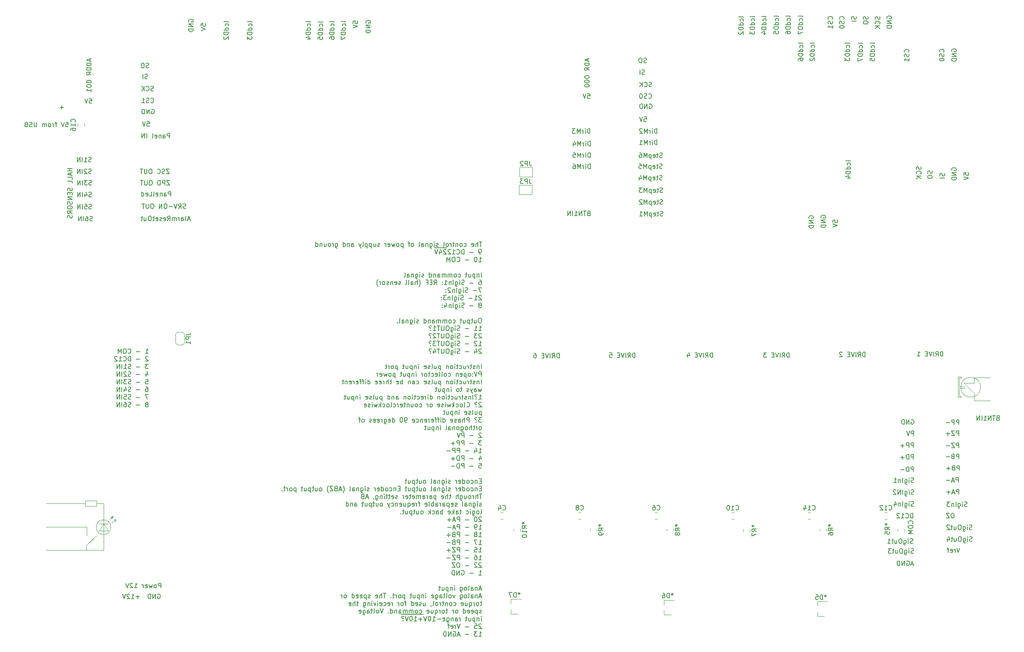
<source format=gbr>
%TF.GenerationSoftware,KiCad,Pcbnew,(5.1.8)-1*%
%TF.CreationDate,2020-12-03T12:26:08+04:00*%
%TF.ProjectId,111,3131312e-6b69-4636-9164-5f7063625858,ver 1.0*%
%TF.SameCoordinates,Original*%
%TF.FileFunction,Legend,Bot*%
%TF.FilePolarity,Positive*%
%FSLAX46Y46*%
G04 Gerber Fmt 4.6, Leading zero omitted, Abs format (unit mm)*
G04 Created by KiCad (PCBNEW (5.1.8)-1) date 2020-12-03 12:26:08*
%MOMM*%
%LPD*%
G01*
G04 APERTURE LIST*
%ADD10C,0.150000*%
%ADD11C,0.120000*%
G04 APERTURE END LIST*
D10*
X39649352Y-39085828D02*
X38887447Y-39085828D01*
X39268400Y-39466780D02*
X39268400Y-38704876D01*
X40133066Y-42276780D02*
X40609257Y-42276780D01*
X40656876Y-42752971D01*
X40609257Y-42705352D01*
X40514019Y-42657733D01*
X40275923Y-42657733D01*
X40180685Y-42705352D01*
X40133066Y-42752971D01*
X40085447Y-42848209D01*
X40085447Y-43086304D01*
X40133066Y-43181542D01*
X40180685Y-43229161D01*
X40275923Y-43276780D01*
X40514019Y-43276780D01*
X40609257Y-43229161D01*
X40656876Y-43181542D01*
X39799733Y-42276780D02*
X39466400Y-43276780D01*
X39133066Y-42276780D01*
X38180685Y-42610114D02*
X37799733Y-42610114D01*
X38037828Y-43276780D02*
X38037828Y-42419638D01*
X37990209Y-42324400D01*
X37894971Y-42276780D01*
X37799733Y-42276780D01*
X37466400Y-43276780D02*
X37466400Y-42610114D01*
X37466400Y-42800590D02*
X37418780Y-42705352D01*
X37371161Y-42657733D01*
X37275923Y-42610114D01*
X37180685Y-42610114D01*
X36704495Y-43276780D02*
X36799733Y-43229161D01*
X36847352Y-43181542D01*
X36894971Y-43086304D01*
X36894971Y-42800590D01*
X36847352Y-42705352D01*
X36799733Y-42657733D01*
X36704495Y-42610114D01*
X36561638Y-42610114D01*
X36466400Y-42657733D01*
X36418780Y-42705352D01*
X36371161Y-42800590D01*
X36371161Y-43086304D01*
X36418780Y-43181542D01*
X36466400Y-43229161D01*
X36561638Y-43276780D01*
X36704495Y-43276780D01*
X35942590Y-43276780D02*
X35942590Y-42610114D01*
X35942590Y-42705352D02*
X35894971Y-42657733D01*
X35799733Y-42610114D01*
X35656876Y-42610114D01*
X35561638Y-42657733D01*
X35514019Y-42752971D01*
X35514019Y-43276780D01*
X35514019Y-42752971D02*
X35466400Y-42657733D01*
X35371161Y-42610114D01*
X35228304Y-42610114D01*
X35133066Y-42657733D01*
X35085447Y-42752971D01*
X35085447Y-43276780D01*
X33847352Y-42276780D02*
X33847352Y-43086304D01*
X33799733Y-43181542D01*
X33752114Y-43229161D01*
X33656876Y-43276780D01*
X33466400Y-43276780D01*
X33371161Y-43229161D01*
X33323542Y-43181542D01*
X33275923Y-43086304D01*
X33275923Y-42276780D01*
X32847352Y-43229161D02*
X32704495Y-43276780D01*
X32466400Y-43276780D01*
X32371161Y-43229161D01*
X32323542Y-43181542D01*
X32275923Y-43086304D01*
X32275923Y-42991066D01*
X32323542Y-42895828D01*
X32371161Y-42848209D01*
X32466400Y-42800590D01*
X32656876Y-42752971D01*
X32752114Y-42705352D01*
X32799733Y-42657733D01*
X32847352Y-42562495D01*
X32847352Y-42467257D01*
X32799733Y-42372019D01*
X32752114Y-42324400D01*
X32656876Y-42276780D01*
X32418780Y-42276780D01*
X32275923Y-42324400D01*
X31514019Y-42752971D02*
X31371161Y-42800590D01*
X31323542Y-42848209D01*
X31275923Y-42943447D01*
X31275923Y-43086304D01*
X31323542Y-43181542D01*
X31371161Y-43229161D01*
X31466400Y-43276780D01*
X31847352Y-43276780D01*
X31847352Y-42276780D01*
X31514019Y-42276780D01*
X31418780Y-42324400D01*
X31371161Y-42372019D01*
X31323542Y-42467257D01*
X31323542Y-42562495D01*
X31371161Y-42657733D01*
X31418780Y-42705352D01*
X31514019Y-42752971D01*
X31847352Y-42752971D01*
X217228800Y-19913695D02*
X217181180Y-19818457D01*
X217181180Y-19675600D01*
X217228800Y-19532742D01*
X217324038Y-19437504D01*
X217419276Y-19389885D01*
X217609752Y-19342266D01*
X217752609Y-19342266D01*
X217943085Y-19389885D01*
X218038323Y-19437504D01*
X218133561Y-19532742D01*
X218181180Y-19675600D01*
X218181180Y-19770838D01*
X218133561Y-19913695D01*
X218085942Y-19961314D01*
X217752609Y-19961314D01*
X217752609Y-19770838D01*
X218181180Y-20389885D02*
X217181180Y-20389885D01*
X218181180Y-20961314D01*
X217181180Y-20961314D01*
X218181180Y-21437504D02*
X217181180Y-21437504D01*
X217181180Y-21675600D01*
X217228800Y-21818457D01*
X217324038Y-21913695D01*
X217419276Y-21961314D01*
X217609752Y-22008933D01*
X217752609Y-22008933D01*
X217943085Y-21961314D01*
X218038323Y-21913695D01*
X218133561Y-21818457D01*
X218181180Y-21675600D01*
X218181180Y-21437504D01*
X200414000Y-63042895D02*
X200366380Y-62947657D01*
X200366380Y-62804800D01*
X200414000Y-62661942D01*
X200509238Y-62566704D01*
X200604476Y-62519085D01*
X200794952Y-62471466D01*
X200937809Y-62471466D01*
X201128285Y-62519085D01*
X201223523Y-62566704D01*
X201318761Y-62661942D01*
X201366380Y-62804800D01*
X201366380Y-62900038D01*
X201318761Y-63042895D01*
X201271142Y-63090514D01*
X200937809Y-63090514D01*
X200937809Y-62900038D01*
X201366380Y-63519085D02*
X200366380Y-63519085D01*
X201366380Y-64090514D01*
X200366380Y-64090514D01*
X201366380Y-64566704D02*
X200366380Y-64566704D01*
X200366380Y-64804800D01*
X200414000Y-64947657D01*
X200509238Y-65042895D01*
X200604476Y-65090514D01*
X200794952Y-65138133D01*
X200937809Y-65138133D01*
X201128285Y-65090514D01*
X201223523Y-65042895D01*
X201318761Y-64947657D01*
X201366380Y-64804800D01*
X201366380Y-64566704D01*
X203004800Y-62941295D02*
X202957180Y-62846057D01*
X202957180Y-62703200D01*
X203004800Y-62560342D01*
X203100038Y-62465104D01*
X203195276Y-62417485D01*
X203385752Y-62369866D01*
X203528609Y-62369866D01*
X203719085Y-62417485D01*
X203814323Y-62465104D01*
X203909561Y-62560342D01*
X203957180Y-62703200D01*
X203957180Y-62798438D01*
X203909561Y-62941295D01*
X203861942Y-62988914D01*
X203528609Y-62988914D01*
X203528609Y-62798438D01*
X203957180Y-63417485D02*
X202957180Y-63417485D01*
X203957180Y-63988914D01*
X202957180Y-63988914D01*
X203957180Y-64465104D02*
X202957180Y-64465104D01*
X202957180Y-64703200D01*
X203004800Y-64846057D01*
X203100038Y-64941295D01*
X203195276Y-64988914D01*
X203385752Y-65036533D01*
X203528609Y-65036533D01*
X203719085Y-64988914D01*
X203814323Y-64941295D01*
X203909561Y-64846057D01*
X203957180Y-64703200D01*
X203957180Y-64465104D01*
X186227980Y-19648704D02*
X186180361Y-19553466D01*
X186085123Y-19505847D01*
X185227980Y-19505847D01*
X186180361Y-20458228D02*
X186227980Y-20362990D01*
X186227980Y-20172514D01*
X186180361Y-20077276D01*
X186132742Y-20029657D01*
X186037504Y-19982038D01*
X185751790Y-19982038D01*
X185656552Y-20029657D01*
X185608933Y-20077276D01*
X185561314Y-20172514D01*
X185561314Y-20362990D01*
X185608933Y-20458228D01*
X186227980Y-21315371D02*
X185227980Y-21315371D01*
X186180361Y-21315371D02*
X186227980Y-21220133D01*
X186227980Y-21029657D01*
X186180361Y-20934419D01*
X186132742Y-20886800D01*
X186037504Y-20839180D01*
X185751790Y-20839180D01*
X185656552Y-20886800D01*
X185608933Y-20934419D01*
X185561314Y-21029657D01*
X185561314Y-21220133D01*
X185608933Y-21315371D01*
X186227980Y-21791561D02*
X185227980Y-21791561D01*
X185227980Y-22029657D01*
X185275600Y-22172514D01*
X185370838Y-22267752D01*
X185466076Y-22315371D01*
X185656552Y-22362990D01*
X185799409Y-22362990D01*
X185989885Y-22315371D01*
X186085123Y-22267752D01*
X186180361Y-22172514D01*
X186227980Y-22029657D01*
X186227980Y-21791561D01*
X185323219Y-22743942D02*
X185275600Y-22791561D01*
X185227980Y-22886800D01*
X185227980Y-23124895D01*
X185275600Y-23220133D01*
X185323219Y-23267752D01*
X185418457Y-23315371D01*
X185513695Y-23315371D01*
X185656552Y-23267752D01*
X186227980Y-22696323D01*
X186227980Y-23315371D01*
X188666380Y-19597904D02*
X188618761Y-19502666D01*
X188523523Y-19455047D01*
X187666380Y-19455047D01*
X188618761Y-20407428D02*
X188666380Y-20312190D01*
X188666380Y-20121714D01*
X188618761Y-20026476D01*
X188571142Y-19978857D01*
X188475904Y-19931238D01*
X188190190Y-19931238D01*
X188094952Y-19978857D01*
X188047333Y-20026476D01*
X187999714Y-20121714D01*
X187999714Y-20312190D01*
X188047333Y-20407428D01*
X188666380Y-21264571D02*
X187666380Y-21264571D01*
X188618761Y-21264571D02*
X188666380Y-21169333D01*
X188666380Y-20978857D01*
X188618761Y-20883619D01*
X188571142Y-20836000D01*
X188475904Y-20788380D01*
X188190190Y-20788380D01*
X188094952Y-20836000D01*
X188047333Y-20883619D01*
X187999714Y-20978857D01*
X187999714Y-21169333D01*
X188047333Y-21264571D01*
X188666380Y-21740761D02*
X187666380Y-21740761D01*
X187666380Y-21978857D01*
X187714000Y-22121714D01*
X187809238Y-22216952D01*
X187904476Y-22264571D01*
X188094952Y-22312190D01*
X188237809Y-22312190D01*
X188428285Y-22264571D01*
X188523523Y-22216952D01*
X188618761Y-22121714D01*
X188666380Y-21978857D01*
X188666380Y-21740761D01*
X187666380Y-22645523D02*
X187666380Y-23264571D01*
X188047333Y-22931238D01*
X188047333Y-23074095D01*
X188094952Y-23169333D01*
X188142571Y-23216952D01*
X188237809Y-23264571D01*
X188475904Y-23264571D01*
X188571142Y-23216952D01*
X188618761Y-23169333D01*
X188666380Y-23074095D01*
X188666380Y-22788380D01*
X188618761Y-22693142D01*
X188571142Y-22645523D01*
X191155580Y-19597904D02*
X191107961Y-19502666D01*
X191012723Y-19455047D01*
X190155580Y-19455047D01*
X191107961Y-20407428D02*
X191155580Y-20312190D01*
X191155580Y-20121714D01*
X191107961Y-20026476D01*
X191060342Y-19978857D01*
X190965104Y-19931238D01*
X190679390Y-19931238D01*
X190584152Y-19978857D01*
X190536533Y-20026476D01*
X190488914Y-20121714D01*
X190488914Y-20312190D01*
X190536533Y-20407428D01*
X191155580Y-21264571D02*
X190155580Y-21264571D01*
X191107961Y-21264571D02*
X191155580Y-21169333D01*
X191155580Y-20978857D01*
X191107961Y-20883619D01*
X191060342Y-20836000D01*
X190965104Y-20788380D01*
X190679390Y-20788380D01*
X190584152Y-20836000D01*
X190536533Y-20883619D01*
X190488914Y-20978857D01*
X190488914Y-21169333D01*
X190536533Y-21264571D01*
X191155580Y-21740761D02*
X190155580Y-21740761D01*
X190155580Y-21978857D01*
X190203200Y-22121714D01*
X190298438Y-22216952D01*
X190393676Y-22264571D01*
X190584152Y-22312190D01*
X190727009Y-22312190D01*
X190917485Y-22264571D01*
X191012723Y-22216952D01*
X191107961Y-22121714D01*
X191155580Y-21978857D01*
X191155580Y-21740761D01*
X190488914Y-23169333D02*
X191155580Y-23169333D01*
X190107961Y-22931238D02*
X190822247Y-22693142D01*
X190822247Y-23312190D01*
X193797180Y-19547104D02*
X193749561Y-19451866D01*
X193654323Y-19404247D01*
X192797180Y-19404247D01*
X193749561Y-20356628D02*
X193797180Y-20261390D01*
X193797180Y-20070914D01*
X193749561Y-19975676D01*
X193701942Y-19928057D01*
X193606704Y-19880438D01*
X193320990Y-19880438D01*
X193225752Y-19928057D01*
X193178133Y-19975676D01*
X193130514Y-20070914D01*
X193130514Y-20261390D01*
X193178133Y-20356628D01*
X193797180Y-21213771D02*
X192797180Y-21213771D01*
X193749561Y-21213771D02*
X193797180Y-21118533D01*
X193797180Y-20928057D01*
X193749561Y-20832819D01*
X193701942Y-20785200D01*
X193606704Y-20737580D01*
X193320990Y-20737580D01*
X193225752Y-20785200D01*
X193178133Y-20832819D01*
X193130514Y-20928057D01*
X193130514Y-21118533D01*
X193178133Y-21213771D01*
X193797180Y-21689961D02*
X192797180Y-21689961D01*
X192797180Y-21928057D01*
X192844800Y-22070914D01*
X192940038Y-22166152D01*
X193035276Y-22213771D01*
X193225752Y-22261390D01*
X193368609Y-22261390D01*
X193559085Y-22213771D01*
X193654323Y-22166152D01*
X193749561Y-22070914D01*
X193797180Y-21928057D01*
X193797180Y-21689961D01*
X192797180Y-23166152D02*
X192797180Y-22689961D01*
X193273371Y-22642342D01*
X193225752Y-22689961D01*
X193178133Y-22785200D01*
X193178133Y-23023295D01*
X193225752Y-23118533D01*
X193273371Y-23166152D01*
X193368609Y-23213771D01*
X193606704Y-23213771D01*
X193701942Y-23166152D01*
X193749561Y-23118533D01*
X193797180Y-23023295D01*
X193797180Y-22785200D01*
X193749561Y-22689961D01*
X193701942Y-22642342D01*
X196337180Y-19547104D02*
X196289561Y-19451866D01*
X196194323Y-19404247D01*
X195337180Y-19404247D01*
X196289561Y-20356628D02*
X196337180Y-20261390D01*
X196337180Y-20070914D01*
X196289561Y-19975676D01*
X196241942Y-19928057D01*
X196146704Y-19880438D01*
X195860990Y-19880438D01*
X195765752Y-19928057D01*
X195718133Y-19975676D01*
X195670514Y-20070914D01*
X195670514Y-20261390D01*
X195718133Y-20356628D01*
X196337180Y-21213771D02*
X195337180Y-21213771D01*
X196289561Y-21213771D02*
X196337180Y-21118533D01*
X196337180Y-20928057D01*
X196289561Y-20832819D01*
X196241942Y-20785200D01*
X196146704Y-20737580D01*
X195860990Y-20737580D01*
X195765752Y-20785200D01*
X195718133Y-20832819D01*
X195670514Y-20928057D01*
X195670514Y-21118533D01*
X195718133Y-21213771D01*
X196337180Y-21689961D02*
X195337180Y-21689961D01*
X195337180Y-21928057D01*
X195384800Y-22070914D01*
X195480038Y-22166152D01*
X195575276Y-22213771D01*
X195765752Y-22261390D01*
X195908609Y-22261390D01*
X196099085Y-22213771D01*
X196194323Y-22166152D01*
X196289561Y-22070914D01*
X196337180Y-21928057D01*
X196337180Y-21689961D01*
X195337180Y-23118533D02*
X195337180Y-22928057D01*
X195384800Y-22832819D01*
X195432419Y-22785200D01*
X195575276Y-22689961D01*
X195765752Y-22642342D01*
X196146704Y-22642342D01*
X196241942Y-22689961D01*
X196289561Y-22737580D01*
X196337180Y-22832819D01*
X196337180Y-23023295D01*
X196289561Y-23118533D01*
X196241942Y-23166152D01*
X196146704Y-23213771D01*
X195908609Y-23213771D01*
X195813371Y-23166152D01*
X195765752Y-23118533D01*
X195718133Y-23023295D01*
X195718133Y-22832819D01*
X195765752Y-22737580D01*
X195813371Y-22689961D01*
X195908609Y-22642342D01*
X199029580Y-19547104D02*
X198981961Y-19451866D01*
X198886723Y-19404247D01*
X198029580Y-19404247D01*
X198981961Y-20356628D02*
X199029580Y-20261390D01*
X199029580Y-20070914D01*
X198981961Y-19975676D01*
X198934342Y-19928057D01*
X198839104Y-19880438D01*
X198553390Y-19880438D01*
X198458152Y-19928057D01*
X198410533Y-19975676D01*
X198362914Y-20070914D01*
X198362914Y-20261390D01*
X198410533Y-20356628D01*
X199029580Y-21213771D02*
X198029580Y-21213771D01*
X198981961Y-21213771D02*
X199029580Y-21118533D01*
X199029580Y-20928057D01*
X198981961Y-20832819D01*
X198934342Y-20785200D01*
X198839104Y-20737580D01*
X198553390Y-20737580D01*
X198458152Y-20785200D01*
X198410533Y-20832819D01*
X198362914Y-20928057D01*
X198362914Y-21118533D01*
X198410533Y-21213771D01*
X199029580Y-21689961D02*
X198029580Y-21689961D01*
X198029580Y-21928057D01*
X198077200Y-22070914D01*
X198172438Y-22166152D01*
X198267676Y-22213771D01*
X198458152Y-22261390D01*
X198601009Y-22261390D01*
X198791485Y-22213771D01*
X198886723Y-22166152D01*
X198981961Y-22070914D01*
X199029580Y-21928057D01*
X199029580Y-21689961D01*
X198029580Y-22594723D02*
X198029580Y-23261390D01*
X199029580Y-22832819D01*
X205385942Y-20083542D02*
X205433561Y-20035923D01*
X205481180Y-19893066D01*
X205481180Y-19797828D01*
X205433561Y-19654971D01*
X205338323Y-19559733D01*
X205243085Y-19512114D01*
X205052609Y-19464495D01*
X204909752Y-19464495D01*
X204719276Y-19512114D01*
X204624038Y-19559733D01*
X204528800Y-19654971D01*
X204481180Y-19797828D01*
X204481180Y-19893066D01*
X204528800Y-20035923D01*
X204576419Y-20083542D01*
X205433561Y-20464495D02*
X205481180Y-20607352D01*
X205481180Y-20845447D01*
X205433561Y-20940685D01*
X205385942Y-20988304D01*
X205290704Y-21035923D01*
X205195466Y-21035923D01*
X205100228Y-20988304D01*
X205052609Y-20940685D01*
X205004990Y-20845447D01*
X204957371Y-20654971D01*
X204909752Y-20559733D01*
X204862133Y-20512114D01*
X204766895Y-20464495D01*
X204671657Y-20464495D01*
X204576419Y-20512114D01*
X204528800Y-20559733D01*
X204481180Y-20654971D01*
X204481180Y-20893066D01*
X204528800Y-21035923D01*
X205481180Y-21988304D02*
X205481180Y-21416876D01*
X205481180Y-21702590D02*
X204481180Y-21702590D01*
X204624038Y-21607352D01*
X204719276Y-21512114D01*
X204766895Y-21416876D01*
X207875142Y-20083542D02*
X207922761Y-20035923D01*
X207970380Y-19893066D01*
X207970380Y-19797828D01*
X207922761Y-19654971D01*
X207827523Y-19559733D01*
X207732285Y-19512114D01*
X207541809Y-19464495D01*
X207398952Y-19464495D01*
X207208476Y-19512114D01*
X207113238Y-19559733D01*
X207018000Y-19654971D01*
X206970380Y-19797828D01*
X206970380Y-19893066D01*
X207018000Y-20035923D01*
X207065619Y-20083542D01*
X207922761Y-20464495D02*
X207970380Y-20607352D01*
X207970380Y-20845447D01*
X207922761Y-20940685D01*
X207875142Y-20988304D01*
X207779904Y-21035923D01*
X207684666Y-21035923D01*
X207589428Y-20988304D01*
X207541809Y-20940685D01*
X207494190Y-20845447D01*
X207446571Y-20654971D01*
X207398952Y-20559733D01*
X207351333Y-20512114D01*
X207256095Y-20464495D01*
X207160857Y-20464495D01*
X207065619Y-20512114D01*
X207018000Y-20559733D01*
X206970380Y-20654971D01*
X206970380Y-20893066D01*
X207018000Y-21035923D01*
X206970380Y-21654971D02*
X206970380Y-21750209D01*
X207018000Y-21845447D01*
X207065619Y-21893066D01*
X207160857Y-21940685D01*
X207351333Y-21988304D01*
X207589428Y-21988304D01*
X207779904Y-21940685D01*
X207875142Y-21893066D01*
X207922761Y-21845447D01*
X207970380Y-21750209D01*
X207970380Y-21654971D01*
X207922761Y-21559733D01*
X207875142Y-21512114D01*
X207779904Y-21464495D01*
X207589428Y-21416876D01*
X207351333Y-21416876D01*
X207160857Y-21464495D01*
X207065619Y-21512114D01*
X207018000Y-21559733D01*
X206970380Y-21654971D01*
X210513561Y-19440590D02*
X210561180Y-19583447D01*
X210561180Y-19821542D01*
X210513561Y-19916780D01*
X210465942Y-19964400D01*
X210370704Y-20012019D01*
X210275466Y-20012019D01*
X210180228Y-19964400D01*
X210132609Y-19916780D01*
X210084990Y-19821542D01*
X210037371Y-19631066D01*
X209989752Y-19535828D01*
X209942133Y-19488209D01*
X209846895Y-19440590D01*
X209751657Y-19440590D01*
X209656419Y-19488209D01*
X209608800Y-19535828D01*
X209561180Y-19631066D01*
X209561180Y-19869161D01*
X209608800Y-20012019D01*
X210561180Y-20440590D02*
X209561180Y-20440590D01*
X213053561Y-19459676D02*
X213101180Y-19602533D01*
X213101180Y-19840628D01*
X213053561Y-19935866D01*
X213005942Y-19983485D01*
X212910704Y-20031104D01*
X212815466Y-20031104D01*
X212720228Y-19983485D01*
X212672609Y-19935866D01*
X212624990Y-19840628D01*
X212577371Y-19650152D01*
X212529752Y-19554914D01*
X212482133Y-19507295D01*
X212386895Y-19459676D01*
X212291657Y-19459676D01*
X212196419Y-19507295D01*
X212148800Y-19554914D01*
X212101180Y-19650152D01*
X212101180Y-19888247D01*
X212148800Y-20031104D01*
X212101180Y-20650152D02*
X212101180Y-20840628D01*
X212148800Y-20935866D01*
X212244038Y-21031104D01*
X212434514Y-21078723D01*
X212767847Y-21078723D01*
X212958323Y-21031104D01*
X213053561Y-20935866D01*
X213101180Y-20840628D01*
X213101180Y-20650152D01*
X213053561Y-20554914D01*
X212958323Y-20459676D01*
X212767847Y-20412057D01*
X212434514Y-20412057D01*
X212244038Y-20459676D01*
X212148800Y-20554914D01*
X212101180Y-20650152D01*
X215644361Y-19491485D02*
X215691980Y-19634342D01*
X215691980Y-19872438D01*
X215644361Y-19967676D01*
X215596742Y-20015295D01*
X215501504Y-20062914D01*
X215406266Y-20062914D01*
X215311028Y-20015295D01*
X215263409Y-19967676D01*
X215215790Y-19872438D01*
X215168171Y-19681961D01*
X215120552Y-19586723D01*
X215072933Y-19539104D01*
X214977695Y-19491485D01*
X214882457Y-19491485D01*
X214787219Y-19539104D01*
X214739600Y-19586723D01*
X214691980Y-19681961D01*
X214691980Y-19920057D01*
X214739600Y-20062914D01*
X215596742Y-21062914D02*
X215644361Y-21015295D01*
X215691980Y-20872438D01*
X215691980Y-20777200D01*
X215644361Y-20634342D01*
X215549123Y-20539104D01*
X215453885Y-20491485D01*
X215263409Y-20443866D01*
X215120552Y-20443866D01*
X214930076Y-20491485D01*
X214834838Y-20539104D01*
X214739600Y-20634342D01*
X214691980Y-20777200D01*
X214691980Y-20872438D01*
X214739600Y-21015295D01*
X214787219Y-21062914D01*
X215691980Y-21491485D02*
X214691980Y-21491485D01*
X215691980Y-22062914D02*
X215120552Y-21634342D01*
X214691980Y-22062914D02*
X215263409Y-21491485D01*
X205547980Y-63919123D02*
X205547980Y-63442933D01*
X206024171Y-63395314D01*
X205976552Y-63442933D01*
X205928933Y-63538171D01*
X205928933Y-63776266D01*
X205976552Y-63871504D01*
X206024171Y-63919123D01*
X206119409Y-63966742D01*
X206357504Y-63966742D01*
X206452742Y-63919123D01*
X206500361Y-63871504D01*
X206547980Y-63776266D01*
X206547980Y-63538171D01*
X206500361Y-63442933D01*
X206452742Y-63395314D01*
X205547980Y-64252457D02*
X206547980Y-64585790D01*
X205547980Y-64919123D01*
X146552895Y-93162380D02*
X146552895Y-92162380D01*
X146314800Y-92162380D01*
X146171942Y-92210000D01*
X146076704Y-92305238D01*
X146029085Y-92400476D01*
X145981466Y-92590952D01*
X145981466Y-92733809D01*
X146029085Y-92924285D01*
X146076704Y-93019523D01*
X146171942Y-93114761D01*
X146314800Y-93162380D01*
X146552895Y-93162380D01*
X144981466Y-93162380D02*
X145314800Y-92686190D01*
X145552895Y-93162380D02*
X145552895Y-92162380D01*
X145171942Y-92162380D01*
X145076704Y-92210000D01*
X145029085Y-92257619D01*
X144981466Y-92352857D01*
X144981466Y-92495714D01*
X145029085Y-92590952D01*
X145076704Y-92638571D01*
X145171942Y-92686190D01*
X145552895Y-92686190D01*
X144552895Y-93162380D02*
X144552895Y-92162380D01*
X144219561Y-92162380D02*
X143886228Y-93162380D01*
X143552895Y-92162380D01*
X143219561Y-92638571D02*
X142886228Y-92638571D01*
X142743371Y-93162380D02*
X143219561Y-93162380D01*
X143219561Y-92162380D01*
X142743371Y-92162380D01*
X141124323Y-92162380D02*
X141314800Y-92162380D01*
X141410038Y-92210000D01*
X141457657Y-92257619D01*
X141552895Y-92400476D01*
X141600514Y-92590952D01*
X141600514Y-92971904D01*
X141552895Y-93067142D01*
X141505276Y-93114761D01*
X141410038Y-93162380D01*
X141219561Y-93162380D01*
X141124323Y-93114761D01*
X141076704Y-93067142D01*
X141029085Y-92971904D01*
X141029085Y-92733809D01*
X141076704Y-92638571D01*
X141124323Y-92590952D01*
X141219561Y-92543333D01*
X141410038Y-92543333D01*
X141505276Y-92590952D01*
X141552895Y-92638571D01*
X141600514Y-92733809D01*
X162859695Y-93111580D02*
X162859695Y-92111580D01*
X162621600Y-92111580D01*
X162478742Y-92159200D01*
X162383504Y-92254438D01*
X162335885Y-92349676D01*
X162288266Y-92540152D01*
X162288266Y-92683009D01*
X162335885Y-92873485D01*
X162383504Y-92968723D01*
X162478742Y-93063961D01*
X162621600Y-93111580D01*
X162859695Y-93111580D01*
X161288266Y-93111580D02*
X161621600Y-92635390D01*
X161859695Y-93111580D02*
X161859695Y-92111580D01*
X161478742Y-92111580D01*
X161383504Y-92159200D01*
X161335885Y-92206819D01*
X161288266Y-92302057D01*
X161288266Y-92444914D01*
X161335885Y-92540152D01*
X161383504Y-92587771D01*
X161478742Y-92635390D01*
X161859695Y-92635390D01*
X160859695Y-93111580D02*
X160859695Y-92111580D01*
X160526361Y-92111580D02*
X160193028Y-93111580D01*
X159859695Y-92111580D01*
X159526361Y-92587771D02*
X159193028Y-92587771D01*
X159050171Y-93111580D02*
X159526361Y-93111580D01*
X159526361Y-92111580D01*
X159050171Y-92111580D01*
X157383504Y-92111580D02*
X157859695Y-92111580D01*
X157907314Y-92587771D01*
X157859695Y-92540152D01*
X157764457Y-92492533D01*
X157526361Y-92492533D01*
X157431123Y-92540152D01*
X157383504Y-92587771D01*
X157335885Y-92683009D01*
X157335885Y-92921104D01*
X157383504Y-93016342D01*
X157431123Y-93063961D01*
X157526361Y-93111580D01*
X157764457Y-93111580D01*
X157859695Y-93063961D01*
X157907314Y-93016342D01*
X179623695Y-93060780D02*
X179623695Y-92060780D01*
X179385600Y-92060780D01*
X179242742Y-92108400D01*
X179147504Y-92203638D01*
X179099885Y-92298876D01*
X179052266Y-92489352D01*
X179052266Y-92632209D01*
X179099885Y-92822685D01*
X179147504Y-92917923D01*
X179242742Y-93013161D01*
X179385600Y-93060780D01*
X179623695Y-93060780D01*
X178052266Y-93060780D02*
X178385600Y-92584590D01*
X178623695Y-93060780D02*
X178623695Y-92060780D01*
X178242742Y-92060780D01*
X178147504Y-92108400D01*
X178099885Y-92156019D01*
X178052266Y-92251257D01*
X178052266Y-92394114D01*
X178099885Y-92489352D01*
X178147504Y-92536971D01*
X178242742Y-92584590D01*
X178623695Y-92584590D01*
X177623695Y-93060780D02*
X177623695Y-92060780D01*
X177290361Y-92060780D02*
X176957028Y-93060780D01*
X176623695Y-92060780D01*
X176290361Y-92536971D02*
X175957028Y-92536971D01*
X175814171Y-93060780D02*
X176290361Y-93060780D01*
X176290361Y-92060780D01*
X175814171Y-92060780D01*
X174195123Y-92394114D02*
X174195123Y-93060780D01*
X174433219Y-92013161D02*
X174671314Y-92727447D01*
X174052266Y-92727447D01*
X196133695Y-93060780D02*
X196133695Y-92060780D01*
X195895600Y-92060780D01*
X195752742Y-92108400D01*
X195657504Y-92203638D01*
X195609885Y-92298876D01*
X195562266Y-92489352D01*
X195562266Y-92632209D01*
X195609885Y-92822685D01*
X195657504Y-92917923D01*
X195752742Y-93013161D01*
X195895600Y-93060780D01*
X196133695Y-93060780D01*
X194562266Y-93060780D02*
X194895600Y-92584590D01*
X195133695Y-93060780D02*
X195133695Y-92060780D01*
X194752742Y-92060780D01*
X194657504Y-92108400D01*
X194609885Y-92156019D01*
X194562266Y-92251257D01*
X194562266Y-92394114D01*
X194609885Y-92489352D01*
X194657504Y-92536971D01*
X194752742Y-92584590D01*
X195133695Y-92584590D01*
X194133695Y-93060780D02*
X194133695Y-92060780D01*
X193800361Y-92060780D02*
X193467028Y-93060780D01*
X193133695Y-92060780D01*
X192800361Y-92536971D02*
X192467028Y-92536971D01*
X192324171Y-93060780D02*
X192800361Y-93060780D01*
X192800361Y-92060780D01*
X192324171Y-92060780D01*
X191228933Y-92060780D02*
X190609885Y-92060780D01*
X190943219Y-92441733D01*
X190800361Y-92441733D01*
X190705123Y-92489352D01*
X190657504Y-92536971D01*
X190609885Y-92632209D01*
X190609885Y-92870304D01*
X190657504Y-92965542D01*
X190705123Y-93013161D01*
X190800361Y-93060780D01*
X191086076Y-93060780D01*
X191181314Y-93013161D01*
X191228933Y-92965542D01*
X212491295Y-92908380D02*
X212491295Y-91908380D01*
X212253200Y-91908380D01*
X212110342Y-91956000D01*
X212015104Y-92051238D01*
X211967485Y-92146476D01*
X211919866Y-92336952D01*
X211919866Y-92479809D01*
X211967485Y-92670285D01*
X212015104Y-92765523D01*
X212110342Y-92860761D01*
X212253200Y-92908380D01*
X212491295Y-92908380D01*
X210919866Y-92908380D02*
X211253200Y-92432190D01*
X211491295Y-92908380D02*
X211491295Y-91908380D01*
X211110342Y-91908380D01*
X211015104Y-91956000D01*
X210967485Y-92003619D01*
X210919866Y-92098857D01*
X210919866Y-92241714D01*
X210967485Y-92336952D01*
X211015104Y-92384571D01*
X211110342Y-92432190D01*
X211491295Y-92432190D01*
X210491295Y-92908380D02*
X210491295Y-91908380D01*
X210157961Y-91908380D02*
X209824628Y-92908380D01*
X209491295Y-91908380D01*
X209157961Y-92384571D02*
X208824628Y-92384571D01*
X208681771Y-92908380D02*
X209157961Y-92908380D01*
X209157961Y-91908380D01*
X208681771Y-91908380D01*
X207538914Y-92003619D02*
X207491295Y-91956000D01*
X207396057Y-91908380D01*
X207157961Y-91908380D01*
X207062723Y-91956000D01*
X207015104Y-92003619D01*
X206967485Y-92098857D01*
X206967485Y-92194095D01*
X207015104Y-92336952D01*
X207586533Y-92908380D01*
X206967485Y-92908380D01*
X229255295Y-92806780D02*
X229255295Y-91806780D01*
X229017200Y-91806780D01*
X228874342Y-91854400D01*
X228779104Y-91949638D01*
X228731485Y-92044876D01*
X228683866Y-92235352D01*
X228683866Y-92378209D01*
X228731485Y-92568685D01*
X228779104Y-92663923D01*
X228874342Y-92759161D01*
X229017200Y-92806780D01*
X229255295Y-92806780D01*
X227683866Y-92806780D02*
X228017200Y-92330590D01*
X228255295Y-92806780D02*
X228255295Y-91806780D01*
X227874342Y-91806780D01*
X227779104Y-91854400D01*
X227731485Y-91902019D01*
X227683866Y-91997257D01*
X227683866Y-92140114D01*
X227731485Y-92235352D01*
X227779104Y-92282971D01*
X227874342Y-92330590D01*
X228255295Y-92330590D01*
X227255295Y-92806780D02*
X227255295Y-91806780D01*
X226921961Y-91806780D02*
X226588628Y-92806780D01*
X226255295Y-91806780D01*
X225921961Y-92282971D02*
X225588628Y-92282971D01*
X225445771Y-92806780D02*
X225921961Y-92806780D01*
X225921961Y-91806780D01*
X225445771Y-91806780D01*
X223731485Y-92806780D02*
X224302914Y-92806780D01*
X224017200Y-92806780D02*
X224017200Y-91806780D01*
X224112438Y-91949638D01*
X224207676Y-92044876D01*
X224302914Y-92092495D01*
X66657600Y-20624895D02*
X66609980Y-20529657D01*
X66609980Y-20386800D01*
X66657600Y-20243942D01*
X66752838Y-20148704D01*
X66848076Y-20101085D01*
X67038552Y-20053466D01*
X67181409Y-20053466D01*
X67371885Y-20101085D01*
X67467123Y-20148704D01*
X67562361Y-20243942D01*
X67609980Y-20386800D01*
X67609980Y-20482038D01*
X67562361Y-20624895D01*
X67514742Y-20672514D01*
X67181409Y-20672514D01*
X67181409Y-20482038D01*
X67609980Y-21101085D02*
X66609980Y-21101085D01*
X67609980Y-21672514D01*
X66609980Y-21672514D01*
X67609980Y-22148704D02*
X66609980Y-22148704D01*
X66609980Y-22386800D01*
X66657600Y-22529657D01*
X66752838Y-22624895D01*
X66848076Y-22672514D01*
X67038552Y-22720133D01*
X67181409Y-22720133D01*
X67371885Y-22672514D01*
X67467123Y-22624895D01*
X67562361Y-22529657D01*
X67609980Y-22386800D01*
X67609980Y-22148704D01*
X69251580Y-21501123D02*
X69251580Y-21024933D01*
X69727771Y-20977314D01*
X69680152Y-21024933D01*
X69632533Y-21120171D01*
X69632533Y-21358266D01*
X69680152Y-21453504D01*
X69727771Y-21501123D01*
X69823009Y-21548742D01*
X70061104Y-21548742D01*
X70156342Y-21501123D01*
X70203961Y-21453504D01*
X70251580Y-21358266D01*
X70251580Y-21120171D01*
X70203961Y-21024933D01*
X70156342Y-20977314D01*
X69251580Y-21834457D02*
X70251580Y-22167790D01*
X69251580Y-22501123D01*
X75179180Y-20715504D02*
X75131561Y-20620266D01*
X75036323Y-20572647D01*
X74179180Y-20572647D01*
X75131561Y-21525028D02*
X75179180Y-21429790D01*
X75179180Y-21239314D01*
X75131561Y-21144076D01*
X75083942Y-21096457D01*
X74988704Y-21048838D01*
X74702990Y-21048838D01*
X74607752Y-21096457D01*
X74560133Y-21144076D01*
X74512514Y-21239314D01*
X74512514Y-21429790D01*
X74560133Y-21525028D01*
X75179180Y-22382171D02*
X74179180Y-22382171D01*
X75131561Y-22382171D02*
X75179180Y-22286933D01*
X75179180Y-22096457D01*
X75131561Y-22001219D01*
X75083942Y-21953600D01*
X74988704Y-21905980D01*
X74702990Y-21905980D01*
X74607752Y-21953600D01*
X74560133Y-22001219D01*
X74512514Y-22096457D01*
X74512514Y-22286933D01*
X74560133Y-22382171D01*
X75179180Y-22858361D02*
X74179180Y-22858361D01*
X74179180Y-23096457D01*
X74226800Y-23239314D01*
X74322038Y-23334552D01*
X74417276Y-23382171D01*
X74607752Y-23429790D01*
X74750609Y-23429790D01*
X74941085Y-23382171D01*
X75036323Y-23334552D01*
X75131561Y-23239314D01*
X75179180Y-23096457D01*
X75179180Y-22858361D01*
X74274419Y-23810742D02*
X74226800Y-23858361D01*
X74179180Y-23953600D01*
X74179180Y-24191695D01*
X74226800Y-24286933D01*
X74274419Y-24334552D01*
X74369657Y-24382171D01*
X74464895Y-24382171D01*
X74607752Y-24334552D01*
X75179180Y-23763123D01*
X75179180Y-24382171D01*
X80259180Y-20715504D02*
X80211561Y-20620266D01*
X80116323Y-20572647D01*
X79259180Y-20572647D01*
X80211561Y-21525028D02*
X80259180Y-21429790D01*
X80259180Y-21239314D01*
X80211561Y-21144076D01*
X80163942Y-21096457D01*
X80068704Y-21048838D01*
X79782990Y-21048838D01*
X79687752Y-21096457D01*
X79640133Y-21144076D01*
X79592514Y-21239314D01*
X79592514Y-21429790D01*
X79640133Y-21525028D01*
X80259180Y-22382171D02*
X79259180Y-22382171D01*
X80211561Y-22382171D02*
X80259180Y-22286933D01*
X80259180Y-22096457D01*
X80211561Y-22001219D01*
X80163942Y-21953600D01*
X80068704Y-21905980D01*
X79782990Y-21905980D01*
X79687752Y-21953600D01*
X79640133Y-22001219D01*
X79592514Y-22096457D01*
X79592514Y-22286933D01*
X79640133Y-22382171D01*
X80259180Y-22858361D02*
X79259180Y-22858361D01*
X79259180Y-23096457D01*
X79306800Y-23239314D01*
X79402038Y-23334552D01*
X79497276Y-23382171D01*
X79687752Y-23429790D01*
X79830609Y-23429790D01*
X80021085Y-23382171D01*
X80116323Y-23334552D01*
X80211561Y-23239314D01*
X80259180Y-23096457D01*
X80259180Y-22858361D01*
X79259180Y-23763123D02*
X79259180Y-24382171D01*
X79640133Y-24048838D01*
X79640133Y-24191695D01*
X79687752Y-24286933D01*
X79735371Y-24334552D01*
X79830609Y-24382171D01*
X80068704Y-24382171D01*
X80163942Y-24334552D01*
X80211561Y-24286933D01*
X80259180Y-24191695D01*
X80259180Y-23905980D01*
X80211561Y-23810742D01*
X80163942Y-23763123D01*
X92908380Y-20715504D02*
X92860761Y-20620266D01*
X92765523Y-20572647D01*
X91908380Y-20572647D01*
X92860761Y-21525028D02*
X92908380Y-21429790D01*
X92908380Y-21239314D01*
X92860761Y-21144076D01*
X92813142Y-21096457D01*
X92717904Y-21048838D01*
X92432190Y-21048838D01*
X92336952Y-21096457D01*
X92289333Y-21144076D01*
X92241714Y-21239314D01*
X92241714Y-21429790D01*
X92289333Y-21525028D01*
X92908380Y-22382171D02*
X91908380Y-22382171D01*
X92860761Y-22382171D02*
X92908380Y-22286933D01*
X92908380Y-22096457D01*
X92860761Y-22001219D01*
X92813142Y-21953600D01*
X92717904Y-21905980D01*
X92432190Y-21905980D01*
X92336952Y-21953600D01*
X92289333Y-22001219D01*
X92241714Y-22096457D01*
X92241714Y-22286933D01*
X92289333Y-22382171D01*
X92908380Y-22858361D02*
X91908380Y-22858361D01*
X91908380Y-23096457D01*
X91956000Y-23239314D01*
X92051238Y-23334552D01*
X92146476Y-23382171D01*
X92336952Y-23429790D01*
X92479809Y-23429790D01*
X92670285Y-23382171D01*
X92765523Y-23334552D01*
X92860761Y-23239314D01*
X92908380Y-23096457D01*
X92908380Y-22858361D01*
X92241714Y-24286933D02*
X92908380Y-24286933D01*
X91860761Y-24048838D02*
X92575047Y-23810742D01*
X92575047Y-24429790D01*
X95499180Y-20766304D02*
X95451561Y-20671066D01*
X95356323Y-20623447D01*
X94499180Y-20623447D01*
X95451561Y-21575828D02*
X95499180Y-21480590D01*
X95499180Y-21290114D01*
X95451561Y-21194876D01*
X95403942Y-21147257D01*
X95308704Y-21099638D01*
X95022990Y-21099638D01*
X94927752Y-21147257D01*
X94880133Y-21194876D01*
X94832514Y-21290114D01*
X94832514Y-21480590D01*
X94880133Y-21575828D01*
X95499180Y-22432971D02*
X94499180Y-22432971D01*
X95451561Y-22432971D02*
X95499180Y-22337733D01*
X95499180Y-22147257D01*
X95451561Y-22052019D01*
X95403942Y-22004400D01*
X95308704Y-21956780D01*
X95022990Y-21956780D01*
X94927752Y-22004400D01*
X94880133Y-22052019D01*
X94832514Y-22147257D01*
X94832514Y-22337733D01*
X94880133Y-22432971D01*
X95499180Y-22909161D02*
X94499180Y-22909161D01*
X94499180Y-23147257D01*
X94546800Y-23290114D01*
X94642038Y-23385352D01*
X94737276Y-23432971D01*
X94927752Y-23480590D01*
X95070609Y-23480590D01*
X95261085Y-23432971D01*
X95356323Y-23385352D01*
X95451561Y-23290114D01*
X95499180Y-23147257D01*
X95499180Y-22909161D01*
X94499180Y-24385352D02*
X94499180Y-23909161D01*
X94975371Y-23861542D01*
X94927752Y-23909161D01*
X94880133Y-24004400D01*
X94880133Y-24242495D01*
X94927752Y-24337733D01*
X94975371Y-24385352D01*
X95070609Y-24432971D01*
X95308704Y-24432971D01*
X95403942Y-24385352D01*
X95451561Y-24337733D01*
X95499180Y-24242495D01*
X95499180Y-24004400D01*
X95451561Y-23909161D01*
X95403942Y-23861542D01*
X97988380Y-20715504D02*
X97940761Y-20620266D01*
X97845523Y-20572647D01*
X96988380Y-20572647D01*
X97940761Y-21525028D02*
X97988380Y-21429790D01*
X97988380Y-21239314D01*
X97940761Y-21144076D01*
X97893142Y-21096457D01*
X97797904Y-21048838D01*
X97512190Y-21048838D01*
X97416952Y-21096457D01*
X97369333Y-21144076D01*
X97321714Y-21239314D01*
X97321714Y-21429790D01*
X97369333Y-21525028D01*
X97988380Y-22382171D02*
X96988380Y-22382171D01*
X97940761Y-22382171D02*
X97988380Y-22286933D01*
X97988380Y-22096457D01*
X97940761Y-22001219D01*
X97893142Y-21953600D01*
X97797904Y-21905980D01*
X97512190Y-21905980D01*
X97416952Y-21953600D01*
X97369333Y-22001219D01*
X97321714Y-22096457D01*
X97321714Y-22286933D01*
X97369333Y-22382171D01*
X97988380Y-22858361D02*
X96988380Y-22858361D01*
X96988380Y-23096457D01*
X97036000Y-23239314D01*
X97131238Y-23334552D01*
X97226476Y-23382171D01*
X97416952Y-23429790D01*
X97559809Y-23429790D01*
X97750285Y-23382171D01*
X97845523Y-23334552D01*
X97940761Y-23239314D01*
X97988380Y-23096457D01*
X97988380Y-22858361D01*
X96988380Y-24286933D02*
X96988380Y-24096457D01*
X97036000Y-24001219D01*
X97083619Y-23953600D01*
X97226476Y-23858361D01*
X97416952Y-23810742D01*
X97797904Y-23810742D01*
X97893142Y-23858361D01*
X97940761Y-23905980D01*
X97988380Y-24001219D01*
X97988380Y-24191695D01*
X97940761Y-24286933D01*
X97893142Y-24334552D01*
X97797904Y-24382171D01*
X97559809Y-24382171D01*
X97464571Y-24334552D01*
X97416952Y-24286933D01*
X97369333Y-24191695D01*
X97369333Y-24001219D01*
X97416952Y-23905980D01*
X97464571Y-23858361D01*
X97559809Y-23810742D01*
X100477580Y-20715504D02*
X100429961Y-20620266D01*
X100334723Y-20572647D01*
X99477580Y-20572647D01*
X100429961Y-21525028D02*
X100477580Y-21429790D01*
X100477580Y-21239314D01*
X100429961Y-21144076D01*
X100382342Y-21096457D01*
X100287104Y-21048838D01*
X100001390Y-21048838D01*
X99906152Y-21096457D01*
X99858533Y-21144076D01*
X99810914Y-21239314D01*
X99810914Y-21429790D01*
X99858533Y-21525028D01*
X100477580Y-22382171D02*
X99477580Y-22382171D01*
X100429961Y-22382171D02*
X100477580Y-22286933D01*
X100477580Y-22096457D01*
X100429961Y-22001219D01*
X100382342Y-21953600D01*
X100287104Y-21905980D01*
X100001390Y-21905980D01*
X99906152Y-21953600D01*
X99858533Y-22001219D01*
X99810914Y-22096457D01*
X99810914Y-22286933D01*
X99858533Y-22382171D01*
X100477580Y-22858361D02*
X99477580Y-22858361D01*
X99477580Y-23096457D01*
X99525200Y-23239314D01*
X99620438Y-23334552D01*
X99715676Y-23382171D01*
X99906152Y-23429790D01*
X100049009Y-23429790D01*
X100239485Y-23382171D01*
X100334723Y-23334552D01*
X100429961Y-23239314D01*
X100477580Y-23096457D01*
X100477580Y-22858361D01*
X99477580Y-23763123D02*
X99477580Y-24429790D01*
X100477580Y-24001219D01*
X102068380Y-20942323D02*
X102068380Y-20466133D01*
X102544571Y-20418514D01*
X102496952Y-20466133D01*
X102449333Y-20561371D01*
X102449333Y-20799466D01*
X102496952Y-20894704D01*
X102544571Y-20942323D01*
X102639809Y-20989942D01*
X102877904Y-20989942D01*
X102973142Y-20942323D01*
X103020761Y-20894704D01*
X103068380Y-20799466D01*
X103068380Y-20561371D01*
X103020761Y-20466133D01*
X102973142Y-20418514D01*
X102068380Y-21275657D02*
X103068380Y-21608990D01*
X102068380Y-21942323D01*
X104859200Y-20878895D02*
X104811580Y-20783657D01*
X104811580Y-20640800D01*
X104859200Y-20497942D01*
X104954438Y-20402704D01*
X105049676Y-20355085D01*
X105240152Y-20307466D01*
X105383009Y-20307466D01*
X105573485Y-20355085D01*
X105668723Y-20402704D01*
X105763961Y-20497942D01*
X105811580Y-20640800D01*
X105811580Y-20736038D01*
X105763961Y-20878895D01*
X105716342Y-20926514D01*
X105383009Y-20926514D01*
X105383009Y-20736038D01*
X105811580Y-21355085D02*
X104811580Y-21355085D01*
X105811580Y-21926514D01*
X104811580Y-21926514D01*
X105811580Y-22402704D02*
X104811580Y-22402704D01*
X104811580Y-22640800D01*
X104859200Y-22783657D01*
X104954438Y-22878895D01*
X105049676Y-22926514D01*
X105240152Y-22974133D01*
X105383009Y-22974133D01*
X105573485Y-22926514D01*
X105668723Y-22878895D01*
X105763961Y-22783657D01*
X105811580Y-22640800D01*
X105811580Y-22402704D01*
X152719066Y-28600780D02*
X152719066Y-29076971D01*
X153004780Y-28505542D02*
X152004780Y-28838876D01*
X153004780Y-29172209D01*
X153004780Y-29505542D02*
X152004780Y-29505542D01*
X152004780Y-29743638D01*
X152052400Y-29886495D01*
X152147638Y-29981733D01*
X152242876Y-30029352D01*
X152433352Y-30076971D01*
X152576209Y-30076971D01*
X152766685Y-30029352D01*
X152861923Y-29981733D01*
X152957161Y-29886495D01*
X153004780Y-29743638D01*
X153004780Y-29505542D01*
X153004780Y-31076971D02*
X152528590Y-30743638D01*
X153004780Y-30505542D02*
X152004780Y-30505542D01*
X152004780Y-30886495D01*
X152052400Y-30981733D01*
X152100019Y-31029352D01*
X152195257Y-31076971D01*
X152338114Y-31076971D01*
X152433352Y-31029352D01*
X152480971Y-30981733D01*
X152528590Y-30886495D01*
X152528590Y-30505542D01*
X152004780Y-32457923D02*
X152004780Y-32553161D01*
X152052400Y-32648400D01*
X152100019Y-32696019D01*
X152195257Y-32743638D01*
X152385733Y-32791257D01*
X152623828Y-32791257D01*
X152814304Y-32743638D01*
X152909542Y-32696019D01*
X152957161Y-32648400D01*
X153004780Y-32553161D01*
X153004780Y-32457923D01*
X152957161Y-32362685D01*
X152909542Y-32315066D01*
X152814304Y-32267447D01*
X152623828Y-32219828D01*
X152385733Y-32219828D01*
X152195257Y-32267447D01*
X152100019Y-32315066D01*
X152052400Y-32362685D01*
X152004780Y-32457923D01*
X152004780Y-33410304D02*
X152004780Y-33505542D01*
X152052400Y-33600780D01*
X152100019Y-33648400D01*
X152195257Y-33696019D01*
X152385733Y-33743638D01*
X152623828Y-33743638D01*
X152814304Y-33696019D01*
X152909542Y-33648400D01*
X152957161Y-33600780D01*
X153004780Y-33505542D01*
X153004780Y-33410304D01*
X152957161Y-33315066D01*
X152909542Y-33267447D01*
X152814304Y-33219828D01*
X152623828Y-33172209D01*
X152385733Y-33172209D01*
X152195257Y-33219828D01*
X152100019Y-33267447D01*
X152052400Y-33315066D01*
X152004780Y-33410304D01*
X152004780Y-34362685D02*
X152004780Y-34457923D01*
X152052400Y-34553161D01*
X152100019Y-34600780D01*
X152195257Y-34648400D01*
X152385733Y-34696019D01*
X152623828Y-34696019D01*
X152814304Y-34648400D01*
X152909542Y-34600780D01*
X152957161Y-34553161D01*
X153004780Y-34457923D01*
X153004780Y-34362685D01*
X152957161Y-34267447D01*
X152909542Y-34219828D01*
X152814304Y-34172209D01*
X152623828Y-34124590D01*
X152385733Y-34124590D01*
X152195257Y-34172209D01*
X152100019Y-34219828D01*
X152052400Y-34267447D01*
X152004780Y-34362685D01*
X165963504Y-38412800D02*
X166058742Y-38365180D01*
X166201600Y-38365180D01*
X166344457Y-38412800D01*
X166439695Y-38508038D01*
X166487314Y-38603276D01*
X166534933Y-38793752D01*
X166534933Y-38936609D01*
X166487314Y-39127085D01*
X166439695Y-39222323D01*
X166344457Y-39317561D01*
X166201600Y-39365180D01*
X166106361Y-39365180D01*
X165963504Y-39317561D01*
X165915885Y-39269942D01*
X165915885Y-38936609D01*
X166106361Y-38936609D01*
X165487314Y-39365180D02*
X165487314Y-38365180D01*
X164915885Y-39365180D01*
X164915885Y-38365180D01*
X164439695Y-39365180D02*
X164439695Y-38365180D01*
X164201600Y-38365180D01*
X164058742Y-38412800D01*
X163963504Y-38508038D01*
X163915885Y-38603276D01*
X163868266Y-38793752D01*
X163868266Y-38936609D01*
X163915885Y-39127085D01*
X163963504Y-39222323D01*
X164058742Y-39317561D01*
X164201600Y-39365180D01*
X164439695Y-39365180D01*
X57645276Y-42124380D02*
X58121466Y-42124380D01*
X58169085Y-42600571D01*
X58121466Y-42552952D01*
X58026228Y-42505333D01*
X57788133Y-42505333D01*
X57692895Y-42552952D01*
X57645276Y-42600571D01*
X57597657Y-42695809D01*
X57597657Y-42933904D01*
X57645276Y-43029142D01*
X57692895Y-43076761D01*
X57788133Y-43124380D01*
X58026228Y-43124380D01*
X58121466Y-43076761D01*
X58169085Y-43029142D01*
X57311942Y-42124380D02*
X56978609Y-43124380D01*
X56645276Y-42124380D01*
X58623104Y-39530400D02*
X58718342Y-39482780D01*
X58861200Y-39482780D01*
X59004057Y-39530400D01*
X59099295Y-39625638D01*
X59146914Y-39720876D01*
X59194533Y-39911352D01*
X59194533Y-40054209D01*
X59146914Y-40244685D01*
X59099295Y-40339923D01*
X59004057Y-40435161D01*
X58861200Y-40482780D01*
X58765961Y-40482780D01*
X58623104Y-40435161D01*
X58575485Y-40387542D01*
X58575485Y-40054209D01*
X58765961Y-40054209D01*
X58146914Y-40482780D02*
X58146914Y-39482780D01*
X57575485Y-40482780D01*
X57575485Y-39482780D01*
X57099295Y-40482780D02*
X57099295Y-39482780D01*
X56861200Y-39482780D01*
X56718342Y-39530400D01*
X56623104Y-39625638D01*
X56575485Y-39720876D01*
X56527866Y-39911352D01*
X56527866Y-40054209D01*
X56575485Y-40244685D01*
X56623104Y-40339923D01*
X56718342Y-40435161D01*
X56861200Y-40482780D01*
X57099295Y-40482780D01*
X45199276Y-37196780D02*
X45675466Y-37196780D01*
X45723085Y-37672971D01*
X45675466Y-37625352D01*
X45580228Y-37577733D01*
X45342133Y-37577733D01*
X45246895Y-37625352D01*
X45199276Y-37672971D01*
X45151657Y-37768209D01*
X45151657Y-38006304D01*
X45199276Y-38101542D01*
X45246895Y-38149161D01*
X45342133Y-38196780D01*
X45580228Y-38196780D01*
X45675466Y-38149161D01*
X45723085Y-38101542D01*
X44865942Y-37196780D02*
X44532609Y-38196780D01*
X44199276Y-37196780D01*
X45327866Y-28608780D02*
X45327866Y-29084971D01*
X45613580Y-28513542D02*
X44613580Y-28846876D01*
X45613580Y-29180209D01*
X45613580Y-29513542D02*
X44613580Y-29513542D01*
X44613580Y-29751638D01*
X44661200Y-29894495D01*
X44756438Y-29989733D01*
X44851676Y-30037352D01*
X45042152Y-30084971D01*
X45185009Y-30084971D01*
X45375485Y-30037352D01*
X45470723Y-29989733D01*
X45565961Y-29894495D01*
X45613580Y-29751638D01*
X45613580Y-29513542D01*
X45613580Y-30513542D02*
X44613580Y-30513542D01*
X44613580Y-30751638D01*
X44661200Y-30894495D01*
X44756438Y-30989733D01*
X44851676Y-31037352D01*
X45042152Y-31084971D01*
X45185009Y-31084971D01*
X45375485Y-31037352D01*
X45470723Y-30989733D01*
X45565961Y-30894495D01*
X45613580Y-30751638D01*
X45613580Y-30513542D01*
X45613580Y-32084971D02*
X45137390Y-31751638D01*
X45613580Y-31513542D02*
X44613580Y-31513542D01*
X44613580Y-31894495D01*
X44661200Y-31989733D01*
X44708819Y-32037352D01*
X44804057Y-32084971D01*
X44946914Y-32084971D01*
X45042152Y-32037352D01*
X45089771Y-31989733D01*
X45137390Y-31894495D01*
X45137390Y-31513542D01*
X44613580Y-33465923D02*
X44613580Y-33561161D01*
X44661200Y-33656400D01*
X44708819Y-33704019D01*
X44804057Y-33751638D01*
X44994533Y-33799257D01*
X45232628Y-33799257D01*
X45423104Y-33751638D01*
X45518342Y-33704019D01*
X45565961Y-33656400D01*
X45613580Y-33561161D01*
X45613580Y-33465923D01*
X45565961Y-33370685D01*
X45518342Y-33323066D01*
X45423104Y-33275447D01*
X45232628Y-33227828D01*
X44994533Y-33227828D01*
X44804057Y-33275447D01*
X44708819Y-33323066D01*
X44661200Y-33370685D01*
X44613580Y-33465923D01*
X44613580Y-34418304D02*
X44613580Y-34513542D01*
X44661200Y-34608780D01*
X44708819Y-34656400D01*
X44804057Y-34704019D01*
X44994533Y-34751638D01*
X45232628Y-34751638D01*
X45423104Y-34704019D01*
X45518342Y-34656400D01*
X45565961Y-34608780D01*
X45613580Y-34513542D01*
X45613580Y-34418304D01*
X45565961Y-34323066D01*
X45518342Y-34275447D01*
X45423104Y-34227828D01*
X45232628Y-34180209D01*
X44994533Y-34180209D01*
X44804057Y-34227828D01*
X44708819Y-34275447D01*
X44661200Y-34323066D01*
X44613580Y-34418304D01*
X45613580Y-35704019D02*
X45613580Y-35132590D01*
X45613580Y-35418304D02*
X44613580Y-35418304D01*
X44756438Y-35323066D01*
X44851676Y-35227828D01*
X44899295Y-35132590D01*
X58010323Y-30478361D02*
X57867466Y-30525980D01*
X57629371Y-30525980D01*
X57534133Y-30478361D01*
X57486514Y-30430742D01*
X57438895Y-30335504D01*
X57438895Y-30240266D01*
X57486514Y-30145028D01*
X57534133Y-30097409D01*
X57629371Y-30049790D01*
X57819847Y-30002171D01*
X57915085Y-29954552D01*
X57962704Y-29906933D01*
X58010323Y-29811695D01*
X58010323Y-29716457D01*
X57962704Y-29621219D01*
X57915085Y-29573600D01*
X57819847Y-29525980D01*
X57581752Y-29525980D01*
X57438895Y-29573600D01*
X56819847Y-29525980D02*
X56629371Y-29525980D01*
X56534133Y-29573600D01*
X56438895Y-29668838D01*
X56391276Y-29859314D01*
X56391276Y-30192647D01*
X56438895Y-30383123D01*
X56534133Y-30478361D01*
X56629371Y-30525980D01*
X56819847Y-30525980D01*
X56915085Y-30478361D01*
X57010323Y-30383123D01*
X57057942Y-30192647D01*
X57057942Y-29859314D01*
X57010323Y-29668838D01*
X56915085Y-29573600D01*
X56819847Y-29525980D01*
X57724609Y-32865961D02*
X57581752Y-32913580D01*
X57343657Y-32913580D01*
X57248419Y-32865961D01*
X57200800Y-32818342D01*
X57153180Y-32723104D01*
X57153180Y-32627866D01*
X57200800Y-32532628D01*
X57248419Y-32485009D01*
X57343657Y-32437390D01*
X57534133Y-32389771D01*
X57629371Y-32342152D01*
X57676990Y-32294533D01*
X57724609Y-32199295D01*
X57724609Y-32104057D01*
X57676990Y-32008819D01*
X57629371Y-31961200D01*
X57534133Y-31913580D01*
X57296038Y-31913580D01*
X57153180Y-31961200D01*
X56724609Y-32913580D02*
X56724609Y-31913580D01*
X59045314Y-35456761D02*
X58902457Y-35504380D01*
X58664361Y-35504380D01*
X58569123Y-35456761D01*
X58521504Y-35409142D01*
X58473885Y-35313904D01*
X58473885Y-35218666D01*
X58521504Y-35123428D01*
X58569123Y-35075809D01*
X58664361Y-35028190D01*
X58854838Y-34980571D01*
X58950076Y-34932952D01*
X58997695Y-34885333D01*
X59045314Y-34790095D01*
X59045314Y-34694857D01*
X58997695Y-34599619D01*
X58950076Y-34552000D01*
X58854838Y-34504380D01*
X58616742Y-34504380D01*
X58473885Y-34552000D01*
X57473885Y-35409142D02*
X57521504Y-35456761D01*
X57664361Y-35504380D01*
X57759600Y-35504380D01*
X57902457Y-35456761D01*
X57997695Y-35361523D01*
X58045314Y-35266285D01*
X58092933Y-35075809D01*
X58092933Y-34932952D01*
X58045314Y-34742476D01*
X57997695Y-34647238D01*
X57902457Y-34552000D01*
X57759600Y-34504380D01*
X57664361Y-34504380D01*
X57521504Y-34552000D01*
X57473885Y-34599619D01*
X57045314Y-35504380D02*
X57045314Y-34504380D01*
X56473885Y-35504380D02*
X56902457Y-34932952D01*
X56473885Y-34504380D02*
X57045314Y-35075809D01*
X58453257Y-37999942D02*
X58500876Y-38047561D01*
X58643733Y-38095180D01*
X58738971Y-38095180D01*
X58881828Y-38047561D01*
X58977066Y-37952323D01*
X59024685Y-37857085D01*
X59072304Y-37666609D01*
X59072304Y-37523752D01*
X59024685Y-37333276D01*
X58977066Y-37238038D01*
X58881828Y-37142800D01*
X58738971Y-37095180D01*
X58643733Y-37095180D01*
X58500876Y-37142800D01*
X58453257Y-37190419D01*
X58072304Y-38047561D02*
X57929447Y-38095180D01*
X57691352Y-38095180D01*
X57596114Y-38047561D01*
X57548495Y-37999942D01*
X57500876Y-37904704D01*
X57500876Y-37809466D01*
X57548495Y-37714228D01*
X57596114Y-37666609D01*
X57691352Y-37618990D01*
X57881828Y-37571371D01*
X57977066Y-37523752D01*
X58024685Y-37476133D01*
X58072304Y-37380895D01*
X58072304Y-37285657D01*
X58024685Y-37190419D01*
X57977066Y-37142800D01*
X57881828Y-37095180D01*
X57643733Y-37095180D01*
X57500876Y-37142800D01*
X56548495Y-38095180D02*
X57119923Y-38095180D01*
X56834209Y-38095180D02*
X56834209Y-37095180D01*
X56929447Y-37238038D01*
X57024685Y-37333276D01*
X57119923Y-37380895D01*
X62537600Y-45715180D02*
X62537600Y-44715180D01*
X62156647Y-44715180D01*
X62061409Y-44762800D01*
X62013790Y-44810419D01*
X61966171Y-44905657D01*
X61966171Y-45048514D01*
X62013790Y-45143752D01*
X62061409Y-45191371D01*
X62156647Y-45238990D01*
X62537600Y-45238990D01*
X61109028Y-45715180D02*
X61109028Y-45191371D01*
X61156647Y-45096133D01*
X61251885Y-45048514D01*
X61442361Y-45048514D01*
X61537600Y-45096133D01*
X61109028Y-45667561D02*
X61204266Y-45715180D01*
X61442361Y-45715180D01*
X61537600Y-45667561D01*
X61585219Y-45572323D01*
X61585219Y-45477085D01*
X61537600Y-45381847D01*
X61442361Y-45334228D01*
X61204266Y-45334228D01*
X61109028Y-45286609D01*
X60632838Y-45048514D02*
X60632838Y-45715180D01*
X60632838Y-45143752D02*
X60585219Y-45096133D01*
X60489980Y-45048514D01*
X60347123Y-45048514D01*
X60251885Y-45096133D01*
X60204266Y-45191371D01*
X60204266Y-45715180D01*
X59347123Y-45667561D02*
X59442361Y-45715180D01*
X59632838Y-45715180D01*
X59728076Y-45667561D01*
X59775695Y-45572323D01*
X59775695Y-45191371D01*
X59728076Y-45096133D01*
X59632838Y-45048514D01*
X59442361Y-45048514D01*
X59347123Y-45096133D01*
X59299504Y-45191371D01*
X59299504Y-45286609D01*
X59775695Y-45381847D01*
X58728076Y-45715180D02*
X58823314Y-45667561D01*
X58870933Y-45572323D01*
X58870933Y-44715180D01*
X57585219Y-45715180D02*
X57585219Y-44715180D01*
X57109028Y-45715180D02*
X57109028Y-44715180D01*
X56537600Y-45715180D01*
X56537600Y-44715180D01*
X62453447Y-52385980D02*
X61786780Y-52385980D01*
X62453447Y-53385980D01*
X61786780Y-53385980D01*
X61453447Y-53338361D02*
X61310590Y-53385980D01*
X61072495Y-53385980D01*
X60977257Y-53338361D01*
X60929638Y-53290742D01*
X60882019Y-53195504D01*
X60882019Y-53100266D01*
X60929638Y-53005028D01*
X60977257Y-52957409D01*
X61072495Y-52909790D01*
X61262971Y-52862171D01*
X61358209Y-52814552D01*
X61405828Y-52766933D01*
X61453447Y-52671695D01*
X61453447Y-52576457D01*
X61405828Y-52481219D01*
X61358209Y-52433600D01*
X61262971Y-52385980D01*
X61024876Y-52385980D01*
X60882019Y-52433600D01*
X59882019Y-53290742D02*
X59929638Y-53338361D01*
X60072495Y-53385980D01*
X60167733Y-53385980D01*
X60310590Y-53338361D01*
X60405828Y-53243123D01*
X60453447Y-53147885D01*
X60501066Y-52957409D01*
X60501066Y-52814552D01*
X60453447Y-52624076D01*
X60405828Y-52528838D01*
X60310590Y-52433600D01*
X60167733Y-52385980D01*
X60072495Y-52385980D01*
X59929638Y-52433600D01*
X59882019Y-52481219D01*
X58501066Y-52385980D02*
X58310590Y-52385980D01*
X58215352Y-52433600D01*
X58120114Y-52528838D01*
X58072495Y-52719314D01*
X58072495Y-53052647D01*
X58120114Y-53243123D01*
X58215352Y-53338361D01*
X58310590Y-53385980D01*
X58501066Y-53385980D01*
X58596304Y-53338361D01*
X58691542Y-53243123D01*
X58739161Y-53052647D01*
X58739161Y-52719314D01*
X58691542Y-52528838D01*
X58596304Y-52433600D01*
X58501066Y-52385980D01*
X57643923Y-52385980D02*
X57643923Y-53195504D01*
X57596304Y-53290742D01*
X57548685Y-53338361D01*
X57453447Y-53385980D01*
X57262971Y-53385980D01*
X57167733Y-53338361D01*
X57120114Y-53290742D01*
X57072495Y-53195504D01*
X57072495Y-52385980D01*
X56739161Y-52385980D02*
X56167733Y-52385980D01*
X56453447Y-53385980D02*
X56453447Y-52385980D01*
X62528057Y-54875180D02*
X61861390Y-54875180D01*
X62528057Y-55875180D01*
X61861390Y-55875180D01*
X61480438Y-55875180D02*
X61480438Y-54875180D01*
X61099485Y-54875180D01*
X61004247Y-54922800D01*
X60956628Y-54970419D01*
X60909009Y-55065657D01*
X60909009Y-55208514D01*
X60956628Y-55303752D01*
X61004247Y-55351371D01*
X61099485Y-55398990D01*
X61480438Y-55398990D01*
X60480438Y-55875180D02*
X60480438Y-54875180D01*
X60242342Y-54875180D01*
X60099485Y-54922800D01*
X60004247Y-55018038D01*
X59956628Y-55113276D01*
X59909009Y-55303752D01*
X59909009Y-55446609D01*
X59956628Y-55637085D01*
X60004247Y-55732323D01*
X60099485Y-55827561D01*
X60242342Y-55875180D01*
X60480438Y-55875180D01*
X58528057Y-54875180D02*
X58337580Y-54875180D01*
X58242342Y-54922800D01*
X58147104Y-55018038D01*
X58099485Y-55208514D01*
X58099485Y-55541847D01*
X58147104Y-55732323D01*
X58242342Y-55827561D01*
X58337580Y-55875180D01*
X58528057Y-55875180D01*
X58623295Y-55827561D01*
X58718533Y-55732323D01*
X58766152Y-55541847D01*
X58766152Y-55208514D01*
X58718533Y-55018038D01*
X58623295Y-54922800D01*
X58528057Y-54875180D01*
X57670914Y-54875180D02*
X57670914Y-55684704D01*
X57623295Y-55779942D01*
X57575676Y-55827561D01*
X57480438Y-55875180D01*
X57289961Y-55875180D01*
X57194723Y-55827561D01*
X57147104Y-55779942D01*
X57099485Y-55684704D01*
X57099485Y-54875180D01*
X56766152Y-54875180D02*
X56194723Y-54875180D01*
X56480438Y-55875180D02*
X56480438Y-54875180D01*
X62782057Y-58262780D02*
X62782057Y-57262780D01*
X62401104Y-57262780D01*
X62305866Y-57310400D01*
X62258247Y-57358019D01*
X62210628Y-57453257D01*
X62210628Y-57596114D01*
X62258247Y-57691352D01*
X62305866Y-57738971D01*
X62401104Y-57786590D01*
X62782057Y-57786590D01*
X61353485Y-58262780D02*
X61353485Y-57738971D01*
X61401104Y-57643733D01*
X61496342Y-57596114D01*
X61686819Y-57596114D01*
X61782057Y-57643733D01*
X61353485Y-58215161D02*
X61448723Y-58262780D01*
X61686819Y-58262780D01*
X61782057Y-58215161D01*
X61829676Y-58119923D01*
X61829676Y-58024685D01*
X61782057Y-57929447D01*
X61686819Y-57881828D01*
X61448723Y-57881828D01*
X61353485Y-57834209D01*
X60877295Y-57596114D02*
X60877295Y-58262780D01*
X60877295Y-57691352D02*
X60829676Y-57643733D01*
X60734438Y-57596114D01*
X60591580Y-57596114D01*
X60496342Y-57643733D01*
X60448723Y-57738971D01*
X60448723Y-58262780D01*
X59591580Y-58215161D02*
X59686819Y-58262780D01*
X59877295Y-58262780D01*
X59972533Y-58215161D01*
X60020152Y-58119923D01*
X60020152Y-57738971D01*
X59972533Y-57643733D01*
X59877295Y-57596114D01*
X59686819Y-57596114D01*
X59591580Y-57643733D01*
X59543961Y-57738971D01*
X59543961Y-57834209D01*
X60020152Y-57929447D01*
X58972533Y-58262780D02*
X59067771Y-58215161D01*
X59115390Y-58119923D01*
X59115390Y-57262780D01*
X58115390Y-58262780D02*
X58591580Y-58262780D01*
X58591580Y-57262780D01*
X57401104Y-58215161D02*
X57496342Y-58262780D01*
X57686819Y-58262780D01*
X57782057Y-58215161D01*
X57829676Y-58119923D01*
X57829676Y-57738971D01*
X57782057Y-57643733D01*
X57686819Y-57596114D01*
X57496342Y-57596114D01*
X57401104Y-57643733D01*
X57353485Y-57738971D01*
X57353485Y-57834209D01*
X57829676Y-57929447D01*
X56496342Y-58262780D02*
X56496342Y-57262780D01*
X56496342Y-58215161D02*
X56591580Y-58262780D01*
X56782057Y-58262780D01*
X56877295Y-58215161D01*
X56924914Y-58167542D01*
X56972533Y-58072304D01*
X56972533Y-57786590D01*
X56924914Y-57691352D01*
X56877295Y-57643733D01*
X56782057Y-57596114D01*
X56591580Y-57596114D01*
X56496342Y-57643733D01*
X66006076Y-60856761D02*
X65863219Y-60904380D01*
X65625123Y-60904380D01*
X65529885Y-60856761D01*
X65482266Y-60809142D01*
X65434647Y-60713904D01*
X65434647Y-60618666D01*
X65482266Y-60523428D01*
X65529885Y-60475809D01*
X65625123Y-60428190D01*
X65815600Y-60380571D01*
X65910838Y-60332952D01*
X65958457Y-60285333D01*
X66006076Y-60190095D01*
X66006076Y-60094857D01*
X65958457Y-59999619D01*
X65910838Y-59952000D01*
X65815600Y-59904380D01*
X65577504Y-59904380D01*
X65434647Y-59952000D01*
X64434647Y-60904380D02*
X64767980Y-60428190D01*
X65006076Y-60904380D02*
X65006076Y-59904380D01*
X64625123Y-59904380D01*
X64529885Y-59952000D01*
X64482266Y-59999619D01*
X64434647Y-60094857D01*
X64434647Y-60237714D01*
X64482266Y-60332952D01*
X64529885Y-60380571D01*
X64625123Y-60428190D01*
X65006076Y-60428190D01*
X64148933Y-59904380D02*
X63815600Y-60904380D01*
X63482266Y-59904380D01*
X63148933Y-60523428D02*
X62387028Y-60523428D01*
X61720361Y-59904380D02*
X61529885Y-59904380D01*
X61434647Y-59952000D01*
X61339409Y-60047238D01*
X61291790Y-60237714D01*
X61291790Y-60571047D01*
X61339409Y-60761523D01*
X61434647Y-60856761D01*
X61529885Y-60904380D01*
X61720361Y-60904380D01*
X61815600Y-60856761D01*
X61910838Y-60761523D01*
X61958457Y-60571047D01*
X61958457Y-60237714D01*
X61910838Y-60047238D01*
X61815600Y-59952000D01*
X61720361Y-59904380D01*
X60863219Y-60904380D02*
X60863219Y-59904380D01*
X60291790Y-60904380D01*
X60291790Y-59904380D01*
X58863219Y-59904380D02*
X58672742Y-59904380D01*
X58577504Y-59952000D01*
X58482266Y-60047238D01*
X58434647Y-60237714D01*
X58434647Y-60571047D01*
X58482266Y-60761523D01*
X58577504Y-60856761D01*
X58672742Y-60904380D01*
X58863219Y-60904380D01*
X58958457Y-60856761D01*
X59053695Y-60761523D01*
X59101314Y-60571047D01*
X59101314Y-60237714D01*
X59053695Y-60047238D01*
X58958457Y-59952000D01*
X58863219Y-59904380D01*
X58006076Y-59904380D02*
X58006076Y-60713904D01*
X57958457Y-60809142D01*
X57910838Y-60856761D01*
X57815600Y-60904380D01*
X57625123Y-60904380D01*
X57529885Y-60856761D01*
X57482266Y-60809142D01*
X57434647Y-60713904D01*
X57434647Y-59904380D01*
X57101314Y-59904380D02*
X56529885Y-59904380D01*
X56815600Y-60904380D02*
X56815600Y-59904380D01*
X66909295Y-63260266D02*
X66433104Y-63260266D01*
X67004533Y-63545980D02*
X66671200Y-62545980D01*
X66337866Y-63545980D01*
X65861676Y-63545980D02*
X65956914Y-63498361D01*
X66004533Y-63403123D01*
X66004533Y-62545980D01*
X65052152Y-63545980D02*
X65052152Y-63022171D01*
X65099771Y-62926933D01*
X65195009Y-62879314D01*
X65385485Y-62879314D01*
X65480723Y-62926933D01*
X65052152Y-63498361D02*
X65147390Y-63545980D01*
X65385485Y-63545980D01*
X65480723Y-63498361D01*
X65528342Y-63403123D01*
X65528342Y-63307885D01*
X65480723Y-63212647D01*
X65385485Y-63165028D01*
X65147390Y-63165028D01*
X65052152Y-63117409D01*
X64575961Y-63545980D02*
X64575961Y-62879314D01*
X64575961Y-63069790D02*
X64528342Y-62974552D01*
X64480723Y-62926933D01*
X64385485Y-62879314D01*
X64290247Y-62879314D01*
X63956914Y-63545980D02*
X63956914Y-62879314D01*
X63956914Y-62974552D02*
X63909295Y-62926933D01*
X63814057Y-62879314D01*
X63671200Y-62879314D01*
X63575961Y-62926933D01*
X63528342Y-63022171D01*
X63528342Y-63545980D01*
X63528342Y-63022171D02*
X63480723Y-62926933D01*
X63385485Y-62879314D01*
X63242628Y-62879314D01*
X63147390Y-62926933D01*
X63099771Y-63022171D01*
X63099771Y-63545980D01*
X62052152Y-63545980D02*
X62385485Y-63069790D01*
X62623580Y-63545980D02*
X62623580Y-62545980D01*
X62242628Y-62545980D01*
X62147390Y-62593600D01*
X62099771Y-62641219D01*
X62052152Y-62736457D01*
X62052152Y-62879314D01*
X62099771Y-62974552D01*
X62147390Y-63022171D01*
X62242628Y-63069790D01*
X62623580Y-63069790D01*
X61242628Y-63498361D02*
X61337866Y-63545980D01*
X61528342Y-63545980D01*
X61623580Y-63498361D01*
X61671200Y-63403123D01*
X61671200Y-63022171D01*
X61623580Y-62926933D01*
X61528342Y-62879314D01*
X61337866Y-62879314D01*
X61242628Y-62926933D01*
X61195009Y-63022171D01*
X61195009Y-63117409D01*
X61671200Y-63212647D01*
X60814057Y-63498361D02*
X60718819Y-63545980D01*
X60528342Y-63545980D01*
X60433104Y-63498361D01*
X60385485Y-63403123D01*
X60385485Y-63355504D01*
X60433104Y-63260266D01*
X60528342Y-63212647D01*
X60671200Y-63212647D01*
X60766438Y-63165028D01*
X60814057Y-63069790D01*
X60814057Y-63022171D01*
X60766438Y-62926933D01*
X60671200Y-62879314D01*
X60528342Y-62879314D01*
X60433104Y-62926933D01*
X59575961Y-63498361D02*
X59671200Y-63545980D01*
X59861676Y-63545980D01*
X59956914Y-63498361D01*
X60004533Y-63403123D01*
X60004533Y-63022171D01*
X59956914Y-62926933D01*
X59861676Y-62879314D01*
X59671200Y-62879314D01*
X59575961Y-62926933D01*
X59528342Y-63022171D01*
X59528342Y-63117409D01*
X60004533Y-63212647D01*
X59242628Y-62879314D02*
X58861676Y-62879314D01*
X59099771Y-62545980D02*
X59099771Y-63403123D01*
X59052152Y-63498361D01*
X58956914Y-63545980D01*
X58861676Y-63545980D01*
X58337866Y-62545980D02*
X58147390Y-62545980D01*
X58052152Y-62593600D01*
X57956914Y-62688838D01*
X57909295Y-62879314D01*
X57909295Y-63212647D01*
X57956914Y-63403123D01*
X58052152Y-63498361D01*
X58147390Y-63545980D01*
X58337866Y-63545980D01*
X58433104Y-63498361D01*
X58528342Y-63403123D01*
X58575961Y-63212647D01*
X58575961Y-62879314D01*
X58528342Y-62688838D01*
X58433104Y-62593600D01*
X58337866Y-62545980D01*
X57052152Y-62879314D02*
X57052152Y-63545980D01*
X57480723Y-62879314D02*
X57480723Y-63403123D01*
X57433104Y-63498361D01*
X57337866Y-63545980D01*
X57195009Y-63545980D01*
X57099771Y-63498361D01*
X57052152Y-63450742D01*
X56718819Y-62879314D02*
X56337866Y-62879314D01*
X56575961Y-62545980D02*
X56575961Y-63403123D01*
X56528342Y-63498361D01*
X56433104Y-63545980D01*
X56337866Y-63545980D01*
X41498780Y-52273866D02*
X40498780Y-52273866D01*
X40974971Y-52273866D02*
X40974971Y-52845295D01*
X41498780Y-52845295D02*
X40498780Y-52845295D01*
X41213066Y-53273866D02*
X41213066Y-53750057D01*
X41498780Y-53178628D02*
X40498780Y-53511961D01*
X41498780Y-53845295D01*
X41498780Y-54654819D02*
X41498780Y-54178628D01*
X40498780Y-54178628D01*
X41498780Y-55464342D02*
X41498780Y-54988152D01*
X40498780Y-54988152D01*
X41451161Y-56511961D02*
X41498780Y-56654819D01*
X41498780Y-56892914D01*
X41451161Y-56988152D01*
X41403542Y-57035771D01*
X41308304Y-57083390D01*
X41213066Y-57083390D01*
X41117828Y-57035771D01*
X41070209Y-56988152D01*
X41022590Y-56892914D01*
X40974971Y-56702438D01*
X40927352Y-56607199D01*
X40879733Y-56559580D01*
X40784495Y-56511961D01*
X40689257Y-56511961D01*
X40594019Y-56559580D01*
X40546400Y-56607199D01*
X40498780Y-56702438D01*
X40498780Y-56940533D01*
X40546400Y-57083390D01*
X40974971Y-57511961D02*
X40974971Y-57845295D01*
X41498780Y-57988152D02*
X41498780Y-57511961D01*
X40498780Y-57511961D01*
X40498780Y-57988152D01*
X41498780Y-58416723D02*
X40498780Y-58416723D01*
X41498780Y-58988152D01*
X40498780Y-58988152D01*
X41451161Y-59416723D02*
X41498780Y-59559580D01*
X41498780Y-59797676D01*
X41451161Y-59892914D01*
X41403542Y-59940533D01*
X41308304Y-59988152D01*
X41213066Y-59988152D01*
X41117828Y-59940533D01*
X41070209Y-59892914D01*
X41022590Y-59797676D01*
X40974971Y-59607199D01*
X40927352Y-59511961D01*
X40879733Y-59464342D01*
X40784495Y-59416723D01*
X40689257Y-59416723D01*
X40594019Y-59464342D01*
X40546400Y-59511961D01*
X40498780Y-59607199D01*
X40498780Y-59845295D01*
X40546400Y-59988152D01*
X40498780Y-60607199D02*
X40498780Y-60797676D01*
X40546400Y-60892914D01*
X40641638Y-60988152D01*
X40832114Y-61035771D01*
X41165447Y-61035771D01*
X41355923Y-60988152D01*
X41451161Y-60892914D01*
X41498780Y-60797676D01*
X41498780Y-60607199D01*
X41451161Y-60511961D01*
X41355923Y-60416723D01*
X41165447Y-60369104D01*
X40832114Y-60369104D01*
X40641638Y-60416723D01*
X40546400Y-60511961D01*
X40498780Y-60607199D01*
X41498780Y-62035771D02*
X41022590Y-61702438D01*
X41498780Y-61464342D02*
X40498780Y-61464342D01*
X40498780Y-61845295D01*
X40546400Y-61940533D01*
X40594019Y-61988152D01*
X40689257Y-62035771D01*
X40832114Y-62035771D01*
X40927352Y-61988152D01*
X40974971Y-61940533D01*
X41022590Y-61845295D01*
X41022590Y-61464342D01*
X41451161Y-62416723D02*
X41498780Y-62559580D01*
X41498780Y-62797676D01*
X41451161Y-62892914D01*
X41403542Y-62940533D01*
X41308304Y-62988152D01*
X41213066Y-62988152D01*
X41117828Y-62940533D01*
X41070209Y-62892914D01*
X41022590Y-62797676D01*
X40974971Y-62607199D01*
X40927352Y-62511961D01*
X40879733Y-62464342D01*
X40784495Y-62416723D01*
X40689257Y-62416723D01*
X40594019Y-62464342D01*
X40546400Y-62511961D01*
X40498780Y-62607199D01*
X40498780Y-62845295D01*
X40546400Y-62988152D01*
X45872209Y-63549161D02*
X45729352Y-63596780D01*
X45491257Y-63596780D01*
X45396019Y-63549161D01*
X45348400Y-63501542D01*
X45300780Y-63406304D01*
X45300780Y-63311066D01*
X45348400Y-63215828D01*
X45396019Y-63168209D01*
X45491257Y-63120590D01*
X45681733Y-63072971D01*
X45776971Y-63025352D01*
X45824590Y-62977733D01*
X45872209Y-62882495D01*
X45872209Y-62787257D01*
X45824590Y-62692019D01*
X45776971Y-62644400D01*
X45681733Y-62596780D01*
X45443638Y-62596780D01*
X45300780Y-62644400D01*
X44443638Y-62596780D02*
X44634114Y-62596780D01*
X44729352Y-62644400D01*
X44776971Y-62692019D01*
X44872209Y-62834876D01*
X44919828Y-63025352D01*
X44919828Y-63406304D01*
X44872209Y-63501542D01*
X44824590Y-63549161D01*
X44729352Y-63596780D01*
X44538876Y-63596780D01*
X44443638Y-63549161D01*
X44396019Y-63501542D01*
X44348400Y-63406304D01*
X44348400Y-63168209D01*
X44396019Y-63072971D01*
X44443638Y-63025352D01*
X44538876Y-62977733D01*
X44729352Y-62977733D01*
X44824590Y-63025352D01*
X44872209Y-63072971D01*
X44919828Y-63168209D01*
X43919828Y-63596780D02*
X43919828Y-62596780D01*
X43443638Y-63596780D02*
X43443638Y-62596780D01*
X42872209Y-63596780D01*
X42872209Y-62596780D01*
X45669009Y-60958361D02*
X45526152Y-61005980D01*
X45288057Y-61005980D01*
X45192819Y-60958361D01*
X45145200Y-60910742D01*
X45097580Y-60815504D01*
X45097580Y-60720266D01*
X45145200Y-60625028D01*
X45192819Y-60577409D01*
X45288057Y-60529790D01*
X45478533Y-60482171D01*
X45573771Y-60434552D01*
X45621390Y-60386933D01*
X45669009Y-60291695D01*
X45669009Y-60196457D01*
X45621390Y-60101219D01*
X45573771Y-60053600D01*
X45478533Y-60005980D01*
X45240438Y-60005980D01*
X45097580Y-60053600D01*
X44192819Y-60005980D02*
X44669009Y-60005980D01*
X44716628Y-60482171D01*
X44669009Y-60434552D01*
X44573771Y-60386933D01*
X44335676Y-60386933D01*
X44240438Y-60434552D01*
X44192819Y-60482171D01*
X44145200Y-60577409D01*
X44145200Y-60815504D01*
X44192819Y-60910742D01*
X44240438Y-60958361D01*
X44335676Y-61005980D01*
X44573771Y-61005980D01*
X44669009Y-60958361D01*
X44716628Y-60910742D01*
X43716628Y-61005980D02*
X43716628Y-60005980D01*
X43240438Y-61005980D02*
X43240438Y-60005980D01*
X42669009Y-61005980D01*
X42669009Y-60005980D01*
X45669009Y-58367561D02*
X45526152Y-58415180D01*
X45288057Y-58415180D01*
X45192819Y-58367561D01*
X45145200Y-58319942D01*
X45097580Y-58224704D01*
X45097580Y-58129466D01*
X45145200Y-58034228D01*
X45192819Y-57986609D01*
X45288057Y-57938990D01*
X45478533Y-57891371D01*
X45573771Y-57843752D01*
X45621390Y-57796133D01*
X45669009Y-57700895D01*
X45669009Y-57605657D01*
X45621390Y-57510419D01*
X45573771Y-57462800D01*
X45478533Y-57415180D01*
X45240438Y-57415180D01*
X45097580Y-57462800D01*
X44240438Y-57748514D02*
X44240438Y-58415180D01*
X44478533Y-57367561D02*
X44716628Y-58081847D01*
X44097580Y-58081847D01*
X43716628Y-58415180D02*
X43716628Y-57415180D01*
X43240438Y-58415180D02*
X43240438Y-57415180D01*
X42669009Y-58415180D01*
X42669009Y-57415180D01*
X45669009Y-55776761D02*
X45526152Y-55824380D01*
X45288057Y-55824380D01*
X45192819Y-55776761D01*
X45145200Y-55729142D01*
X45097580Y-55633904D01*
X45097580Y-55538666D01*
X45145200Y-55443428D01*
X45192819Y-55395809D01*
X45288057Y-55348190D01*
X45478533Y-55300571D01*
X45573771Y-55252952D01*
X45621390Y-55205333D01*
X45669009Y-55110095D01*
X45669009Y-55014857D01*
X45621390Y-54919619D01*
X45573771Y-54872000D01*
X45478533Y-54824380D01*
X45240438Y-54824380D01*
X45097580Y-54872000D01*
X44764247Y-54824380D02*
X44145200Y-54824380D01*
X44478533Y-55205333D01*
X44335676Y-55205333D01*
X44240438Y-55252952D01*
X44192819Y-55300571D01*
X44145200Y-55395809D01*
X44145200Y-55633904D01*
X44192819Y-55729142D01*
X44240438Y-55776761D01*
X44335676Y-55824380D01*
X44621390Y-55824380D01*
X44716628Y-55776761D01*
X44764247Y-55729142D01*
X43716628Y-55824380D02*
X43716628Y-54824380D01*
X43240438Y-55824380D02*
X43240438Y-54824380D01*
X42669009Y-55824380D01*
X42669009Y-54824380D01*
X45618209Y-53338361D02*
X45475352Y-53385980D01*
X45237257Y-53385980D01*
X45142019Y-53338361D01*
X45094400Y-53290742D01*
X45046780Y-53195504D01*
X45046780Y-53100266D01*
X45094400Y-53005028D01*
X45142019Y-52957409D01*
X45237257Y-52909790D01*
X45427733Y-52862171D01*
X45522971Y-52814552D01*
X45570590Y-52766933D01*
X45618209Y-52671695D01*
X45618209Y-52576457D01*
X45570590Y-52481219D01*
X45522971Y-52433600D01*
X45427733Y-52385980D01*
X45189638Y-52385980D01*
X45046780Y-52433600D01*
X44665828Y-52481219D02*
X44618209Y-52433600D01*
X44522971Y-52385980D01*
X44284876Y-52385980D01*
X44189638Y-52433600D01*
X44142019Y-52481219D01*
X44094400Y-52576457D01*
X44094400Y-52671695D01*
X44142019Y-52814552D01*
X44713447Y-53385980D01*
X44094400Y-53385980D01*
X43665828Y-53385980D02*
X43665828Y-52385980D01*
X43189638Y-53385980D02*
X43189638Y-52385980D01*
X42618209Y-53385980D01*
X42618209Y-52385980D01*
X45618209Y-50798361D02*
X45475352Y-50845980D01*
X45237257Y-50845980D01*
X45142019Y-50798361D01*
X45094400Y-50750742D01*
X45046780Y-50655504D01*
X45046780Y-50560266D01*
X45094400Y-50465028D01*
X45142019Y-50417409D01*
X45237257Y-50369790D01*
X45427733Y-50322171D01*
X45522971Y-50274552D01*
X45570590Y-50226933D01*
X45618209Y-50131695D01*
X45618209Y-50036457D01*
X45570590Y-49941219D01*
X45522971Y-49893600D01*
X45427733Y-49845980D01*
X45189638Y-49845980D01*
X45046780Y-49893600D01*
X44094400Y-50845980D02*
X44665828Y-50845980D01*
X44380114Y-50845980D02*
X44380114Y-49845980D01*
X44475352Y-49988838D01*
X44570590Y-50084076D01*
X44665828Y-50131695D01*
X43665828Y-50845980D02*
X43665828Y-49845980D01*
X43189638Y-50845980D02*
X43189638Y-49845980D01*
X42618209Y-50845980D01*
X42618209Y-49845980D01*
X241085428Y-106151371D02*
X240942571Y-106198990D01*
X240894952Y-106246609D01*
X240847333Y-106341847D01*
X240847333Y-106484704D01*
X240894952Y-106579942D01*
X240942571Y-106627561D01*
X241037809Y-106675180D01*
X241418761Y-106675180D01*
X241418761Y-105675180D01*
X241085428Y-105675180D01*
X240990190Y-105722800D01*
X240942571Y-105770419D01*
X240894952Y-105865657D01*
X240894952Y-105960895D01*
X240942571Y-106056133D01*
X240990190Y-106103752D01*
X241085428Y-106151371D01*
X241418761Y-106151371D01*
X240561619Y-105675180D02*
X239990190Y-105675180D01*
X240275904Y-106675180D02*
X240275904Y-105675180D01*
X239656857Y-106675180D02*
X239656857Y-105675180D01*
X239085428Y-106675180D01*
X239085428Y-105675180D01*
X238085428Y-106675180D02*
X238656857Y-106675180D01*
X238371142Y-106675180D02*
X238371142Y-105675180D01*
X238466380Y-105818038D01*
X238561619Y-105913276D01*
X238656857Y-105960895D01*
X237656857Y-106675180D02*
X237656857Y-105675180D01*
X237180666Y-106675180D02*
X237180666Y-105675180D01*
X236609238Y-106675180D01*
X236609238Y-105675180D01*
X152845828Y-61955371D02*
X152702971Y-62002990D01*
X152655352Y-62050609D01*
X152607733Y-62145847D01*
X152607733Y-62288704D01*
X152655352Y-62383942D01*
X152702971Y-62431561D01*
X152798209Y-62479180D01*
X153179161Y-62479180D01*
X153179161Y-61479180D01*
X152845828Y-61479180D01*
X152750590Y-61526800D01*
X152702971Y-61574419D01*
X152655352Y-61669657D01*
X152655352Y-61764895D01*
X152702971Y-61860133D01*
X152750590Y-61907752D01*
X152845828Y-61955371D01*
X153179161Y-61955371D01*
X152322019Y-61479180D02*
X151750590Y-61479180D01*
X152036304Y-62479180D02*
X152036304Y-61479180D01*
X151417257Y-62479180D02*
X151417257Y-61479180D01*
X150845828Y-62479180D01*
X150845828Y-61479180D01*
X149845828Y-62479180D02*
X150417257Y-62479180D01*
X150131542Y-62479180D02*
X150131542Y-61479180D01*
X150226780Y-61622038D01*
X150322019Y-61717276D01*
X150417257Y-61764895D01*
X149417257Y-62479180D02*
X149417257Y-61479180D01*
X148941066Y-62479180D02*
X148941066Y-61479180D01*
X148369638Y-62479180D01*
X148369638Y-61479180D01*
X153241142Y-52319180D02*
X153241142Y-51319180D01*
X153003047Y-51319180D01*
X152860190Y-51366800D01*
X152764952Y-51462038D01*
X152717333Y-51557276D01*
X152669714Y-51747752D01*
X152669714Y-51890609D01*
X152717333Y-52081085D01*
X152764952Y-52176323D01*
X152860190Y-52271561D01*
X153003047Y-52319180D01*
X153241142Y-52319180D01*
X152241142Y-52319180D02*
X152241142Y-51652514D01*
X152241142Y-51319180D02*
X152288761Y-51366800D01*
X152241142Y-51414419D01*
X152193523Y-51366800D01*
X152241142Y-51319180D01*
X152241142Y-51414419D01*
X151764952Y-52319180D02*
X151764952Y-51652514D01*
X151764952Y-51842990D02*
X151717333Y-51747752D01*
X151669714Y-51700133D01*
X151574476Y-51652514D01*
X151479238Y-51652514D01*
X151145904Y-52319180D02*
X151145904Y-51319180D01*
X150812571Y-52033466D01*
X150479238Y-51319180D01*
X150479238Y-52319180D01*
X149574476Y-51319180D02*
X149764952Y-51319180D01*
X149860190Y-51366800D01*
X149907809Y-51414419D01*
X150003047Y-51557276D01*
X150050666Y-51747752D01*
X150050666Y-52128704D01*
X150003047Y-52223942D01*
X149955428Y-52271561D01*
X149860190Y-52319180D01*
X149669714Y-52319180D01*
X149574476Y-52271561D01*
X149526857Y-52223942D01*
X149479238Y-52128704D01*
X149479238Y-51890609D01*
X149526857Y-51795371D01*
X149574476Y-51747752D01*
X149669714Y-51700133D01*
X149860190Y-51700133D01*
X149955428Y-51747752D01*
X150003047Y-51795371D01*
X150050666Y-51890609D01*
X153241142Y-49880780D02*
X153241142Y-48880780D01*
X153003047Y-48880780D01*
X152860190Y-48928400D01*
X152764952Y-49023638D01*
X152717333Y-49118876D01*
X152669714Y-49309352D01*
X152669714Y-49452209D01*
X152717333Y-49642685D01*
X152764952Y-49737923D01*
X152860190Y-49833161D01*
X153003047Y-49880780D01*
X153241142Y-49880780D01*
X152241142Y-49880780D02*
X152241142Y-49214114D01*
X152241142Y-48880780D02*
X152288761Y-48928400D01*
X152241142Y-48976019D01*
X152193523Y-48928400D01*
X152241142Y-48880780D01*
X152241142Y-48976019D01*
X151764952Y-49880780D02*
X151764952Y-49214114D01*
X151764952Y-49404590D02*
X151717333Y-49309352D01*
X151669714Y-49261733D01*
X151574476Y-49214114D01*
X151479238Y-49214114D01*
X151145904Y-49880780D02*
X151145904Y-48880780D01*
X150812571Y-49595066D01*
X150479238Y-48880780D01*
X150479238Y-49880780D01*
X149526857Y-48880780D02*
X150003047Y-48880780D01*
X150050666Y-49356971D01*
X150003047Y-49309352D01*
X149907809Y-49261733D01*
X149669714Y-49261733D01*
X149574476Y-49309352D01*
X149526857Y-49356971D01*
X149479238Y-49452209D01*
X149479238Y-49690304D01*
X149526857Y-49785542D01*
X149574476Y-49833161D01*
X149669714Y-49880780D01*
X149907809Y-49880780D01*
X150003047Y-49833161D01*
X150050666Y-49785542D01*
X153241142Y-47391580D02*
X153241142Y-46391580D01*
X153003047Y-46391580D01*
X152860190Y-46439200D01*
X152764952Y-46534438D01*
X152717333Y-46629676D01*
X152669714Y-46820152D01*
X152669714Y-46963009D01*
X152717333Y-47153485D01*
X152764952Y-47248723D01*
X152860190Y-47343961D01*
X153003047Y-47391580D01*
X153241142Y-47391580D01*
X152241142Y-47391580D02*
X152241142Y-46724914D01*
X152241142Y-46391580D02*
X152288761Y-46439200D01*
X152241142Y-46486819D01*
X152193523Y-46439200D01*
X152241142Y-46391580D01*
X152241142Y-46486819D01*
X151764952Y-47391580D02*
X151764952Y-46724914D01*
X151764952Y-46915390D02*
X151717333Y-46820152D01*
X151669714Y-46772533D01*
X151574476Y-46724914D01*
X151479238Y-46724914D01*
X151145904Y-47391580D02*
X151145904Y-46391580D01*
X150812571Y-47105866D01*
X150479238Y-46391580D01*
X150479238Y-47391580D01*
X149574476Y-46724914D02*
X149574476Y-47391580D01*
X149812571Y-46343961D02*
X150050666Y-47058247D01*
X149431619Y-47058247D01*
X153139542Y-44699180D02*
X153139542Y-43699180D01*
X152901447Y-43699180D01*
X152758590Y-43746800D01*
X152663352Y-43842038D01*
X152615733Y-43937276D01*
X152568114Y-44127752D01*
X152568114Y-44270609D01*
X152615733Y-44461085D01*
X152663352Y-44556323D01*
X152758590Y-44651561D01*
X152901447Y-44699180D01*
X153139542Y-44699180D01*
X152139542Y-44699180D02*
X152139542Y-44032514D01*
X152139542Y-43699180D02*
X152187161Y-43746800D01*
X152139542Y-43794419D01*
X152091923Y-43746800D01*
X152139542Y-43699180D01*
X152139542Y-43794419D01*
X151663352Y-44699180D02*
X151663352Y-44032514D01*
X151663352Y-44222990D02*
X151615733Y-44127752D01*
X151568114Y-44080133D01*
X151472876Y-44032514D01*
X151377638Y-44032514D01*
X151044304Y-44699180D02*
X151044304Y-43699180D01*
X150710971Y-44413466D01*
X150377638Y-43699180D01*
X150377638Y-44699180D01*
X149996685Y-43699180D02*
X149377638Y-43699180D01*
X149710971Y-44080133D01*
X149568114Y-44080133D01*
X149472876Y-44127752D01*
X149425257Y-44175371D01*
X149377638Y-44270609D01*
X149377638Y-44508704D01*
X149425257Y-44603942D01*
X149472876Y-44651561D01*
X149568114Y-44699180D01*
X149853828Y-44699180D01*
X149949066Y-44651561D01*
X149996685Y-44603942D01*
X152641276Y-36129980D02*
X153117466Y-36129980D01*
X153165085Y-36606171D01*
X153117466Y-36558552D01*
X153022228Y-36510933D01*
X152784133Y-36510933D01*
X152688895Y-36558552D01*
X152641276Y-36606171D01*
X152593657Y-36701409D01*
X152593657Y-36939504D01*
X152641276Y-37034742D01*
X152688895Y-37082361D01*
X152784133Y-37129980D01*
X153022228Y-37129980D01*
X153117466Y-37082361D01*
X153165085Y-37034742D01*
X152307942Y-36129980D02*
X151974609Y-37129980D01*
X151641276Y-36129980D01*
X168870000Y-62482361D02*
X168727142Y-62529980D01*
X168489047Y-62529980D01*
X168393809Y-62482361D01*
X168346190Y-62434742D01*
X168298571Y-62339504D01*
X168298571Y-62244266D01*
X168346190Y-62149028D01*
X168393809Y-62101409D01*
X168489047Y-62053790D01*
X168679523Y-62006171D01*
X168774761Y-61958552D01*
X168822380Y-61910933D01*
X168870000Y-61815695D01*
X168870000Y-61720457D01*
X168822380Y-61625219D01*
X168774761Y-61577600D01*
X168679523Y-61529980D01*
X168441428Y-61529980D01*
X168298571Y-61577600D01*
X168012857Y-61863314D02*
X167631904Y-61863314D01*
X167870000Y-61529980D02*
X167870000Y-62387123D01*
X167822380Y-62482361D01*
X167727142Y-62529980D01*
X167631904Y-62529980D01*
X166917619Y-62482361D02*
X167012857Y-62529980D01*
X167203333Y-62529980D01*
X167298571Y-62482361D01*
X167346190Y-62387123D01*
X167346190Y-62006171D01*
X167298571Y-61910933D01*
X167203333Y-61863314D01*
X167012857Y-61863314D01*
X166917619Y-61910933D01*
X166870000Y-62006171D01*
X166870000Y-62101409D01*
X167346190Y-62196647D01*
X166441428Y-61863314D02*
X166441428Y-62863314D01*
X166441428Y-61910933D02*
X166346190Y-61863314D01*
X166155714Y-61863314D01*
X166060476Y-61910933D01*
X166012857Y-61958552D01*
X165965238Y-62053790D01*
X165965238Y-62339504D01*
X166012857Y-62434742D01*
X166060476Y-62482361D01*
X166155714Y-62529980D01*
X166346190Y-62529980D01*
X166441428Y-62482361D01*
X165536666Y-62529980D02*
X165536666Y-61529980D01*
X165203333Y-62244266D01*
X164870000Y-61529980D01*
X164870000Y-62529980D01*
X163870000Y-62529980D02*
X164441428Y-62529980D01*
X164155714Y-62529980D02*
X164155714Y-61529980D01*
X164250952Y-61672838D01*
X164346190Y-61768076D01*
X164441428Y-61815695D01*
X168819200Y-59942361D02*
X168676342Y-59989980D01*
X168438247Y-59989980D01*
X168343009Y-59942361D01*
X168295390Y-59894742D01*
X168247771Y-59799504D01*
X168247771Y-59704266D01*
X168295390Y-59609028D01*
X168343009Y-59561409D01*
X168438247Y-59513790D01*
X168628723Y-59466171D01*
X168723961Y-59418552D01*
X168771580Y-59370933D01*
X168819200Y-59275695D01*
X168819200Y-59180457D01*
X168771580Y-59085219D01*
X168723961Y-59037600D01*
X168628723Y-58989980D01*
X168390628Y-58989980D01*
X168247771Y-59037600D01*
X167962057Y-59323314D02*
X167581104Y-59323314D01*
X167819200Y-58989980D02*
X167819200Y-59847123D01*
X167771580Y-59942361D01*
X167676342Y-59989980D01*
X167581104Y-59989980D01*
X166866819Y-59942361D02*
X166962057Y-59989980D01*
X167152533Y-59989980D01*
X167247771Y-59942361D01*
X167295390Y-59847123D01*
X167295390Y-59466171D01*
X167247771Y-59370933D01*
X167152533Y-59323314D01*
X166962057Y-59323314D01*
X166866819Y-59370933D01*
X166819200Y-59466171D01*
X166819200Y-59561409D01*
X167295390Y-59656647D01*
X166390628Y-59323314D02*
X166390628Y-60323314D01*
X166390628Y-59370933D02*
X166295390Y-59323314D01*
X166104914Y-59323314D01*
X166009676Y-59370933D01*
X165962057Y-59418552D01*
X165914438Y-59513790D01*
X165914438Y-59799504D01*
X165962057Y-59894742D01*
X166009676Y-59942361D01*
X166104914Y-59989980D01*
X166295390Y-59989980D01*
X166390628Y-59942361D01*
X165485866Y-59989980D02*
X165485866Y-58989980D01*
X165152533Y-59704266D01*
X164819200Y-58989980D01*
X164819200Y-59989980D01*
X164390628Y-59085219D02*
X164343009Y-59037600D01*
X164247771Y-58989980D01*
X164009676Y-58989980D01*
X163914438Y-59037600D01*
X163866819Y-59085219D01*
X163819200Y-59180457D01*
X163819200Y-59275695D01*
X163866819Y-59418552D01*
X164438247Y-59989980D01*
X163819200Y-59989980D01*
X168819200Y-57402361D02*
X168676342Y-57449980D01*
X168438247Y-57449980D01*
X168343009Y-57402361D01*
X168295390Y-57354742D01*
X168247771Y-57259504D01*
X168247771Y-57164266D01*
X168295390Y-57069028D01*
X168343009Y-57021409D01*
X168438247Y-56973790D01*
X168628723Y-56926171D01*
X168723961Y-56878552D01*
X168771580Y-56830933D01*
X168819200Y-56735695D01*
X168819200Y-56640457D01*
X168771580Y-56545219D01*
X168723961Y-56497600D01*
X168628723Y-56449980D01*
X168390628Y-56449980D01*
X168247771Y-56497600D01*
X167962057Y-56783314D02*
X167581104Y-56783314D01*
X167819200Y-56449980D02*
X167819200Y-57307123D01*
X167771580Y-57402361D01*
X167676342Y-57449980D01*
X167581104Y-57449980D01*
X166866819Y-57402361D02*
X166962057Y-57449980D01*
X167152533Y-57449980D01*
X167247771Y-57402361D01*
X167295390Y-57307123D01*
X167295390Y-56926171D01*
X167247771Y-56830933D01*
X167152533Y-56783314D01*
X166962057Y-56783314D01*
X166866819Y-56830933D01*
X166819200Y-56926171D01*
X166819200Y-57021409D01*
X167295390Y-57116647D01*
X166390628Y-56783314D02*
X166390628Y-57783314D01*
X166390628Y-56830933D02*
X166295390Y-56783314D01*
X166104914Y-56783314D01*
X166009676Y-56830933D01*
X165962057Y-56878552D01*
X165914438Y-56973790D01*
X165914438Y-57259504D01*
X165962057Y-57354742D01*
X166009676Y-57402361D01*
X166104914Y-57449980D01*
X166295390Y-57449980D01*
X166390628Y-57402361D01*
X165485866Y-57449980D02*
X165485866Y-56449980D01*
X165152533Y-57164266D01*
X164819200Y-56449980D01*
X164819200Y-57449980D01*
X164438247Y-56449980D02*
X163819200Y-56449980D01*
X164152533Y-56830933D01*
X164009676Y-56830933D01*
X163914438Y-56878552D01*
X163866819Y-56926171D01*
X163819200Y-57021409D01*
X163819200Y-57259504D01*
X163866819Y-57354742D01*
X163914438Y-57402361D01*
X164009676Y-57449980D01*
X164295390Y-57449980D01*
X164390628Y-57402361D01*
X164438247Y-57354742D01*
X168717600Y-54709961D02*
X168574742Y-54757580D01*
X168336647Y-54757580D01*
X168241409Y-54709961D01*
X168193790Y-54662342D01*
X168146171Y-54567104D01*
X168146171Y-54471866D01*
X168193790Y-54376628D01*
X168241409Y-54329009D01*
X168336647Y-54281390D01*
X168527123Y-54233771D01*
X168622361Y-54186152D01*
X168669980Y-54138533D01*
X168717600Y-54043295D01*
X168717600Y-53948057D01*
X168669980Y-53852819D01*
X168622361Y-53805200D01*
X168527123Y-53757580D01*
X168289028Y-53757580D01*
X168146171Y-53805200D01*
X167860457Y-54090914D02*
X167479504Y-54090914D01*
X167717600Y-53757580D02*
X167717600Y-54614723D01*
X167669980Y-54709961D01*
X167574742Y-54757580D01*
X167479504Y-54757580D01*
X166765219Y-54709961D02*
X166860457Y-54757580D01*
X167050933Y-54757580D01*
X167146171Y-54709961D01*
X167193790Y-54614723D01*
X167193790Y-54233771D01*
X167146171Y-54138533D01*
X167050933Y-54090914D01*
X166860457Y-54090914D01*
X166765219Y-54138533D01*
X166717600Y-54233771D01*
X166717600Y-54329009D01*
X167193790Y-54424247D01*
X166289028Y-54090914D02*
X166289028Y-55090914D01*
X166289028Y-54138533D02*
X166193790Y-54090914D01*
X166003314Y-54090914D01*
X165908076Y-54138533D01*
X165860457Y-54186152D01*
X165812838Y-54281390D01*
X165812838Y-54567104D01*
X165860457Y-54662342D01*
X165908076Y-54709961D01*
X166003314Y-54757580D01*
X166193790Y-54757580D01*
X166289028Y-54709961D01*
X165384266Y-54757580D02*
X165384266Y-53757580D01*
X165050933Y-54471866D01*
X164717600Y-53757580D01*
X164717600Y-54757580D01*
X163812838Y-54090914D02*
X163812838Y-54757580D01*
X164050933Y-53709961D02*
X164289028Y-54424247D01*
X163669980Y-54424247D01*
X168717600Y-52220761D02*
X168574742Y-52268380D01*
X168336647Y-52268380D01*
X168241409Y-52220761D01*
X168193790Y-52173142D01*
X168146171Y-52077904D01*
X168146171Y-51982666D01*
X168193790Y-51887428D01*
X168241409Y-51839809D01*
X168336647Y-51792190D01*
X168527123Y-51744571D01*
X168622361Y-51696952D01*
X168669980Y-51649333D01*
X168717600Y-51554095D01*
X168717600Y-51458857D01*
X168669980Y-51363619D01*
X168622361Y-51316000D01*
X168527123Y-51268380D01*
X168289028Y-51268380D01*
X168146171Y-51316000D01*
X167860457Y-51601714D02*
X167479504Y-51601714D01*
X167717600Y-51268380D02*
X167717600Y-52125523D01*
X167669980Y-52220761D01*
X167574742Y-52268380D01*
X167479504Y-52268380D01*
X166765219Y-52220761D02*
X166860457Y-52268380D01*
X167050933Y-52268380D01*
X167146171Y-52220761D01*
X167193790Y-52125523D01*
X167193790Y-51744571D01*
X167146171Y-51649333D01*
X167050933Y-51601714D01*
X166860457Y-51601714D01*
X166765219Y-51649333D01*
X166717600Y-51744571D01*
X166717600Y-51839809D01*
X167193790Y-51935047D01*
X166289028Y-51601714D02*
X166289028Y-52601714D01*
X166289028Y-51649333D02*
X166193790Y-51601714D01*
X166003314Y-51601714D01*
X165908076Y-51649333D01*
X165860457Y-51696952D01*
X165812838Y-51792190D01*
X165812838Y-52077904D01*
X165860457Y-52173142D01*
X165908076Y-52220761D01*
X166003314Y-52268380D01*
X166193790Y-52268380D01*
X166289028Y-52220761D01*
X165384266Y-52268380D02*
X165384266Y-51268380D01*
X165050933Y-51982666D01*
X164717600Y-51268380D01*
X164717600Y-52268380D01*
X163765219Y-51268380D02*
X164241409Y-51268380D01*
X164289028Y-51744571D01*
X164241409Y-51696952D01*
X164146171Y-51649333D01*
X163908076Y-51649333D01*
X163812838Y-51696952D01*
X163765219Y-51744571D01*
X163717600Y-51839809D01*
X163717600Y-52077904D01*
X163765219Y-52173142D01*
X163812838Y-52220761D01*
X163908076Y-52268380D01*
X164146171Y-52268380D01*
X164241409Y-52220761D01*
X164289028Y-52173142D01*
X168768400Y-49883961D02*
X168625542Y-49931580D01*
X168387447Y-49931580D01*
X168292209Y-49883961D01*
X168244590Y-49836342D01*
X168196971Y-49741104D01*
X168196971Y-49645866D01*
X168244590Y-49550628D01*
X168292209Y-49503009D01*
X168387447Y-49455390D01*
X168577923Y-49407771D01*
X168673161Y-49360152D01*
X168720780Y-49312533D01*
X168768400Y-49217295D01*
X168768400Y-49122057D01*
X168720780Y-49026819D01*
X168673161Y-48979200D01*
X168577923Y-48931580D01*
X168339828Y-48931580D01*
X168196971Y-48979200D01*
X167911257Y-49264914D02*
X167530304Y-49264914D01*
X167768400Y-48931580D02*
X167768400Y-49788723D01*
X167720780Y-49883961D01*
X167625542Y-49931580D01*
X167530304Y-49931580D01*
X166816019Y-49883961D02*
X166911257Y-49931580D01*
X167101733Y-49931580D01*
X167196971Y-49883961D01*
X167244590Y-49788723D01*
X167244590Y-49407771D01*
X167196971Y-49312533D01*
X167101733Y-49264914D01*
X166911257Y-49264914D01*
X166816019Y-49312533D01*
X166768400Y-49407771D01*
X166768400Y-49503009D01*
X167244590Y-49598247D01*
X166339828Y-49264914D02*
X166339828Y-50264914D01*
X166339828Y-49312533D02*
X166244590Y-49264914D01*
X166054114Y-49264914D01*
X165958876Y-49312533D01*
X165911257Y-49360152D01*
X165863638Y-49455390D01*
X165863638Y-49741104D01*
X165911257Y-49836342D01*
X165958876Y-49883961D01*
X166054114Y-49931580D01*
X166244590Y-49931580D01*
X166339828Y-49883961D01*
X165435066Y-49931580D02*
X165435066Y-48931580D01*
X165101733Y-49645866D01*
X164768400Y-48931580D01*
X164768400Y-49931580D01*
X163863638Y-48931580D02*
X164054114Y-48931580D01*
X164149352Y-48979200D01*
X164196971Y-49026819D01*
X164292209Y-49169676D01*
X164339828Y-49360152D01*
X164339828Y-49741104D01*
X164292209Y-49836342D01*
X164244590Y-49883961D01*
X164149352Y-49931580D01*
X163958876Y-49931580D01*
X163863638Y-49883961D01*
X163816019Y-49836342D01*
X163768400Y-49741104D01*
X163768400Y-49503009D01*
X163816019Y-49407771D01*
X163863638Y-49360152D01*
X163958876Y-49312533D01*
X164149352Y-49312533D01*
X164244590Y-49360152D01*
X164292209Y-49407771D01*
X164339828Y-49503009D01*
X167617542Y-47137580D02*
X167617542Y-46137580D01*
X167379447Y-46137580D01*
X167236590Y-46185200D01*
X167141352Y-46280438D01*
X167093733Y-46375676D01*
X167046114Y-46566152D01*
X167046114Y-46709009D01*
X167093733Y-46899485D01*
X167141352Y-46994723D01*
X167236590Y-47089961D01*
X167379447Y-47137580D01*
X167617542Y-47137580D01*
X166617542Y-47137580D02*
X166617542Y-46470914D01*
X166617542Y-46137580D02*
X166665161Y-46185200D01*
X166617542Y-46232819D01*
X166569923Y-46185200D01*
X166617542Y-46137580D01*
X166617542Y-46232819D01*
X166141352Y-47137580D02*
X166141352Y-46470914D01*
X166141352Y-46661390D02*
X166093733Y-46566152D01*
X166046114Y-46518533D01*
X165950876Y-46470914D01*
X165855638Y-46470914D01*
X165522304Y-47137580D02*
X165522304Y-46137580D01*
X165188971Y-46851866D01*
X164855638Y-46137580D01*
X164855638Y-47137580D01*
X163855638Y-47137580D02*
X164427066Y-47137580D01*
X164141352Y-47137580D02*
X164141352Y-46137580D01*
X164236590Y-46280438D01*
X164331828Y-46375676D01*
X164427066Y-46423295D01*
X167617542Y-44699180D02*
X167617542Y-43699180D01*
X167379447Y-43699180D01*
X167236590Y-43746800D01*
X167141352Y-43842038D01*
X167093733Y-43937276D01*
X167046114Y-44127752D01*
X167046114Y-44270609D01*
X167093733Y-44461085D01*
X167141352Y-44556323D01*
X167236590Y-44651561D01*
X167379447Y-44699180D01*
X167617542Y-44699180D01*
X166617542Y-44699180D02*
X166617542Y-44032514D01*
X166617542Y-43699180D02*
X166665161Y-43746800D01*
X166617542Y-43794419D01*
X166569923Y-43746800D01*
X166617542Y-43699180D01*
X166617542Y-43794419D01*
X166141352Y-44699180D02*
X166141352Y-44032514D01*
X166141352Y-44222990D02*
X166093733Y-44127752D01*
X166046114Y-44080133D01*
X165950876Y-44032514D01*
X165855638Y-44032514D01*
X165522304Y-44699180D02*
X165522304Y-43699180D01*
X165188971Y-44413466D01*
X164855638Y-43699180D01*
X164855638Y-44699180D01*
X164427066Y-43794419D02*
X164379447Y-43746800D01*
X164284209Y-43699180D01*
X164046114Y-43699180D01*
X163950876Y-43746800D01*
X163903257Y-43794419D01*
X163855638Y-43889657D01*
X163855638Y-43984895D01*
X163903257Y-44127752D01*
X164474685Y-44699180D01*
X163855638Y-44699180D01*
X164833276Y-41159180D02*
X165309466Y-41159180D01*
X165357085Y-41635371D01*
X165309466Y-41587752D01*
X165214228Y-41540133D01*
X164976133Y-41540133D01*
X164880895Y-41587752D01*
X164833276Y-41635371D01*
X164785657Y-41730609D01*
X164785657Y-41968704D01*
X164833276Y-42063942D01*
X164880895Y-42111561D01*
X164976133Y-42159180D01*
X165214228Y-42159180D01*
X165309466Y-42111561D01*
X165357085Y-42063942D01*
X164499942Y-41159180D02*
X164166609Y-42159180D01*
X163833276Y-41159180D01*
X165793657Y-37034742D02*
X165841276Y-37082361D01*
X165984133Y-37129980D01*
X166079371Y-37129980D01*
X166222228Y-37082361D01*
X166317466Y-36987123D01*
X166365085Y-36891885D01*
X166412704Y-36701409D01*
X166412704Y-36558552D01*
X166365085Y-36368076D01*
X166317466Y-36272838D01*
X166222228Y-36177600D01*
X166079371Y-36129980D01*
X165984133Y-36129980D01*
X165841276Y-36177600D01*
X165793657Y-36225219D01*
X165412704Y-37082361D02*
X165269847Y-37129980D01*
X165031752Y-37129980D01*
X164936514Y-37082361D01*
X164888895Y-37034742D01*
X164841276Y-36939504D01*
X164841276Y-36844266D01*
X164888895Y-36749028D01*
X164936514Y-36701409D01*
X165031752Y-36653790D01*
X165222228Y-36606171D01*
X165317466Y-36558552D01*
X165365085Y-36510933D01*
X165412704Y-36415695D01*
X165412704Y-36320457D01*
X165365085Y-36225219D01*
X165317466Y-36177600D01*
X165222228Y-36129980D01*
X164984133Y-36129980D01*
X164841276Y-36177600D01*
X164222228Y-36129980D02*
X164126990Y-36129980D01*
X164031752Y-36177600D01*
X163984133Y-36225219D01*
X163936514Y-36320457D01*
X163888895Y-36510933D01*
X163888895Y-36749028D01*
X163936514Y-36939504D01*
X163984133Y-37034742D01*
X164031752Y-37082361D01*
X164126990Y-37129980D01*
X164222228Y-37129980D01*
X164317466Y-37082361D01*
X164365085Y-37034742D01*
X164412704Y-36939504D01*
X164460323Y-36749028D01*
X164460323Y-36510933D01*
X164412704Y-36320457D01*
X164365085Y-36225219D01*
X164317466Y-36177600D01*
X164222228Y-36129980D01*
X166436514Y-34593161D02*
X166293657Y-34640780D01*
X166055561Y-34640780D01*
X165960323Y-34593161D01*
X165912704Y-34545542D01*
X165865085Y-34450304D01*
X165865085Y-34355066D01*
X165912704Y-34259828D01*
X165960323Y-34212209D01*
X166055561Y-34164590D01*
X166246038Y-34116971D01*
X166341276Y-34069352D01*
X166388895Y-34021733D01*
X166436514Y-33926495D01*
X166436514Y-33831257D01*
X166388895Y-33736019D01*
X166341276Y-33688400D01*
X166246038Y-33640780D01*
X166007942Y-33640780D01*
X165865085Y-33688400D01*
X164865085Y-34545542D02*
X164912704Y-34593161D01*
X165055561Y-34640780D01*
X165150800Y-34640780D01*
X165293657Y-34593161D01*
X165388895Y-34497923D01*
X165436514Y-34402685D01*
X165484133Y-34212209D01*
X165484133Y-34069352D01*
X165436514Y-33878876D01*
X165388895Y-33783638D01*
X165293657Y-33688400D01*
X165150800Y-33640780D01*
X165055561Y-33640780D01*
X164912704Y-33688400D01*
X164865085Y-33736019D01*
X164436514Y-34640780D02*
X164436514Y-33640780D01*
X163865085Y-34640780D02*
X164293657Y-34069352D01*
X163865085Y-33640780D02*
X164436514Y-34212209D01*
X164912609Y-31951561D02*
X164769752Y-31999180D01*
X164531657Y-31999180D01*
X164436419Y-31951561D01*
X164388800Y-31903942D01*
X164341180Y-31808704D01*
X164341180Y-31713466D01*
X164388800Y-31618228D01*
X164436419Y-31570609D01*
X164531657Y-31522990D01*
X164722133Y-31475371D01*
X164817371Y-31427752D01*
X164864990Y-31380133D01*
X164912609Y-31284895D01*
X164912609Y-31189657D01*
X164864990Y-31094419D01*
X164817371Y-31046800D01*
X164722133Y-30999180D01*
X164484038Y-30999180D01*
X164341180Y-31046800D01*
X163912609Y-31999180D02*
X163912609Y-30999180D01*
X165350723Y-29411561D02*
X165207866Y-29459180D01*
X164969771Y-29459180D01*
X164874533Y-29411561D01*
X164826914Y-29363942D01*
X164779295Y-29268704D01*
X164779295Y-29173466D01*
X164826914Y-29078228D01*
X164874533Y-29030609D01*
X164969771Y-28982990D01*
X165160247Y-28935371D01*
X165255485Y-28887752D01*
X165303104Y-28840133D01*
X165350723Y-28744895D01*
X165350723Y-28649657D01*
X165303104Y-28554419D01*
X165255485Y-28506800D01*
X165160247Y-28459180D01*
X164922152Y-28459180D01*
X164779295Y-28506800D01*
X164160247Y-28459180D02*
X163969771Y-28459180D01*
X163874533Y-28506800D01*
X163779295Y-28602038D01*
X163731676Y-28792514D01*
X163731676Y-29125847D01*
X163779295Y-29316323D01*
X163874533Y-29411561D01*
X163969771Y-29459180D01*
X164160247Y-29459180D01*
X164255485Y-29411561D01*
X164350723Y-29316323D01*
X164398342Y-29125847D01*
X164398342Y-28792514D01*
X164350723Y-28602038D01*
X164255485Y-28506800D01*
X164160247Y-28459180D01*
X231198800Y-27025695D02*
X231151180Y-26930457D01*
X231151180Y-26787600D01*
X231198800Y-26644742D01*
X231294038Y-26549504D01*
X231389276Y-26501885D01*
X231579752Y-26454266D01*
X231722609Y-26454266D01*
X231913085Y-26501885D01*
X232008323Y-26549504D01*
X232103561Y-26644742D01*
X232151180Y-26787600D01*
X232151180Y-26882838D01*
X232103561Y-27025695D01*
X232055942Y-27073314D01*
X231722609Y-27073314D01*
X231722609Y-26882838D01*
X232151180Y-27501885D02*
X231151180Y-27501885D01*
X232151180Y-28073314D01*
X231151180Y-28073314D01*
X232151180Y-28549504D02*
X231151180Y-28549504D01*
X231151180Y-28787600D01*
X231198800Y-28930457D01*
X231294038Y-29025695D01*
X231389276Y-29073314D01*
X231579752Y-29120933D01*
X231722609Y-29120933D01*
X231913085Y-29073314D01*
X232008323Y-29025695D01*
X232103561Y-28930457D01*
X232151180Y-28787600D01*
X232151180Y-28549504D01*
X231198800Y-52679695D02*
X231151180Y-52584457D01*
X231151180Y-52441600D01*
X231198800Y-52298742D01*
X231294038Y-52203504D01*
X231389276Y-52155885D01*
X231579752Y-52108266D01*
X231722609Y-52108266D01*
X231913085Y-52155885D01*
X232008323Y-52203504D01*
X232103561Y-52298742D01*
X232151180Y-52441600D01*
X232151180Y-52536838D01*
X232103561Y-52679695D01*
X232055942Y-52727314D01*
X231722609Y-52727314D01*
X231722609Y-52536838D01*
X232151180Y-53155885D02*
X231151180Y-53155885D01*
X232151180Y-53727314D01*
X231151180Y-53727314D01*
X232151180Y-54203504D02*
X231151180Y-54203504D01*
X231151180Y-54441600D01*
X231198800Y-54584457D01*
X231294038Y-54679695D01*
X231389276Y-54727314D01*
X231579752Y-54774933D01*
X231722609Y-54774933D01*
X231913085Y-54727314D01*
X232008323Y-54679695D01*
X232103561Y-54584457D01*
X232151180Y-54441600D01*
X232151180Y-54203504D01*
X209291180Y-50738304D02*
X209243561Y-50643066D01*
X209148323Y-50595447D01*
X208291180Y-50595447D01*
X209243561Y-51547828D02*
X209291180Y-51452590D01*
X209291180Y-51262114D01*
X209243561Y-51166876D01*
X209195942Y-51119257D01*
X209100704Y-51071638D01*
X208814990Y-51071638D01*
X208719752Y-51119257D01*
X208672133Y-51166876D01*
X208624514Y-51262114D01*
X208624514Y-51452590D01*
X208672133Y-51547828D01*
X209291180Y-52404971D02*
X208291180Y-52404971D01*
X209243561Y-52404971D02*
X209291180Y-52309733D01*
X209291180Y-52119257D01*
X209243561Y-52024019D01*
X209195942Y-51976400D01*
X209100704Y-51928780D01*
X208814990Y-51928780D01*
X208719752Y-51976400D01*
X208672133Y-52024019D01*
X208624514Y-52119257D01*
X208624514Y-52309733D01*
X208672133Y-52404971D01*
X209291180Y-52881161D02*
X208291180Y-52881161D01*
X208291180Y-53119257D01*
X208338800Y-53262114D01*
X208434038Y-53357352D01*
X208529276Y-53404971D01*
X208719752Y-53452590D01*
X208862609Y-53452590D01*
X209053085Y-53404971D01*
X209148323Y-53357352D01*
X209243561Y-53262114D01*
X209291180Y-53119257D01*
X209291180Y-52881161D01*
X208624514Y-54309733D02*
X209291180Y-54309733D01*
X208243561Y-54071638D02*
X208957847Y-53833542D01*
X208957847Y-54452590D01*
X233792780Y-53708323D02*
X233792780Y-53232133D01*
X234268971Y-53184514D01*
X234221352Y-53232133D01*
X234173733Y-53327371D01*
X234173733Y-53565466D01*
X234221352Y-53660704D01*
X234268971Y-53708323D01*
X234364209Y-53755942D01*
X234602304Y-53755942D01*
X234697542Y-53708323D01*
X234745161Y-53660704D01*
X234792780Y-53565466D01*
X234792780Y-53327371D01*
X234745161Y-53232133D01*
X234697542Y-53184514D01*
X233792780Y-54041657D02*
X234792780Y-54374990D01*
X233792780Y-54708323D01*
X224483561Y-51901885D02*
X224531180Y-52044742D01*
X224531180Y-52282838D01*
X224483561Y-52378076D01*
X224435942Y-52425695D01*
X224340704Y-52473314D01*
X224245466Y-52473314D01*
X224150228Y-52425695D01*
X224102609Y-52378076D01*
X224054990Y-52282838D01*
X224007371Y-52092361D01*
X223959752Y-51997123D01*
X223912133Y-51949504D01*
X223816895Y-51901885D01*
X223721657Y-51901885D01*
X223626419Y-51949504D01*
X223578800Y-51997123D01*
X223531180Y-52092361D01*
X223531180Y-52330457D01*
X223578800Y-52473314D01*
X224435942Y-53473314D02*
X224483561Y-53425695D01*
X224531180Y-53282838D01*
X224531180Y-53187600D01*
X224483561Y-53044742D01*
X224388323Y-52949504D01*
X224293085Y-52901885D01*
X224102609Y-52854266D01*
X223959752Y-52854266D01*
X223769276Y-52901885D01*
X223674038Y-52949504D01*
X223578800Y-53044742D01*
X223531180Y-53187600D01*
X223531180Y-53282838D01*
X223578800Y-53425695D01*
X223626419Y-53473314D01*
X224531180Y-53901885D02*
X223531180Y-53901885D01*
X224531180Y-54473314D02*
X223959752Y-54044742D01*
X223531180Y-54473314D02*
X224102609Y-53901885D01*
X226921961Y-52784476D02*
X226969580Y-52927333D01*
X226969580Y-53165428D01*
X226921961Y-53260666D01*
X226874342Y-53308285D01*
X226779104Y-53355904D01*
X226683866Y-53355904D01*
X226588628Y-53308285D01*
X226541009Y-53260666D01*
X226493390Y-53165428D01*
X226445771Y-52974952D01*
X226398152Y-52879714D01*
X226350533Y-52832095D01*
X226255295Y-52784476D01*
X226160057Y-52784476D01*
X226064819Y-52832095D01*
X226017200Y-52879714D01*
X225969580Y-52974952D01*
X225969580Y-53213047D01*
X226017200Y-53355904D01*
X225969580Y-53974952D02*
X225969580Y-54165428D01*
X226017200Y-54260666D01*
X226112438Y-54355904D01*
X226302914Y-54403523D01*
X226636247Y-54403523D01*
X226826723Y-54355904D01*
X226921961Y-54260666D01*
X226969580Y-54165428D01*
X226969580Y-53974952D01*
X226921961Y-53879714D01*
X226826723Y-53784476D01*
X226636247Y-53736857D01*
X226302914Y-53736857D01*
X226112438Y-53784476D01*
X226017200Y-53879714D01*
X225969580Y-53974952D01*
X229563561Y-53324190D02*
X229611180Y-53467047D01*
X229611180Y-53705142D01*
X229563561Y-53800380D01*
X229515942Y-53848000D01*
X229420704Y-53895619D01*
X229325466Y-53895619D01*
X229230228Y-53848000D01*
X229182609Y-53800380D01*
X229134990Y-53705142D01*
X229087371Y-53514666D01*
X229039752Y-53419428D01*
X228992133Y-53371809D01*
X228896895Y-53324190D01*
X228801657Y-53324190D01*
X228706419Y-53371809D01*
X228658800Y-53419428D01*
X228611180Y-53514666D01*
X228611180Y-53752761D01*
X228658800Y-53895619D01*
X229611180Y-54324190D02*
X228611180Y-54324190D01*
X199080380Y-25338304D02*
X199032761Y-25243066D01*
X198937523Y-25195447D01*
X198080380Y-25195447D01*
X199032761Y-26147828D02*
X199080380Y-26052590D01*
X199080380Y-25862114D01*
X199032761Y-25766876D01*
X198985142Y-25719257D01*
X198889904Y-25671638D01*
X198604190Y-25671638D01*
X198508952Y-25719257D01*
X198461333Y-25766876D01*
X198413714Y-25862114D01*
X198413714Y-26052590D01*
X198461333Y-26147828D01*
X199080380Y-27004971D02*
X198080380Y-27004971D01*
X199032761Y-27004971D02*
X199080380Y-26909733D01*
X199080380Y-26719257D01*
X199032761Y-26624019D01*
X198985142Y-26576400D01*
X198889904Y-26528780D01*
X198604190Y-26528780D01*
X198508952Y-26576400D01*
X198461333Y-26624019D01*
X198413714Y-26719257D01*
X198413714Y-26909733D01*
X198461333Y-27004971D01*
X199080380Y-27481161D02*
X198080380Y-27481161D01*
X198080380Y-27719257D01*
X198128000Y-27862114D01*
X198223238Y-27957352D01*
X198318476Y-28004971D01*
X198508952Y-28052590D01*
X198651809Y-28052590D01*
X198842285Y-28004971D01*
X198937523Y-27957352D01*
X199032761Y-27862114D01*
X199080380Y-27719257D01*
X199080380Y-27481161D01*
X198080380Y-28909733D02*
X198080380Y-28719257D01*
X198128000Y-28624019D01*
X198175619Y-28576400D01*
X198318476Y-28481161D01*
X198508952Y-28433542D01*
X198889904Y-28433542D01*
X198985142Y-28481161D01*
X199032761Y-28528780D01*
X199080380Y-28624019D01*
X199080380Y-28814495D01*
X199032761Y-28909733D01*
X198985142Y-28957352D01*
X198889904Y-29004971D01*
X198651809Y-29004971D01*
X198556571Y-28957352D01*
X198508952Y-28909733D01*
X198461333Y-28814495D01*
X198461333Y-28624019D01*
X198508952Y-28528780D01*
X198556571Y-28481161D01*
X198651809Y-28433542D01*
X201569580Y-25338304D02*
X201521961Y-25243066D01*
X201426723Y-25195447D01*
X200569580Y-25195447D01*
X201521961Y-26147828D02*
X201569580Y-26052590D01*
X201569580Y-25862114D01*
X201521961Y-25766876D01*
X201474342Y-25719257D01*
X201379104Y-25671638D01*
X201093390Y-25671638D01*
X200998152Y-25719257D01*
X200950533Y-25766876D01*
X200902914Y-25862114D01*
X200902914Y-26052590D01*
X200950533Y-26147828D01*
X201569580Y-27004971D02*
X200569580Y-27004971D01*
X201521961Y-27004971D02*
X201569580Y-26909733D01*
X201569580Y-26719257D01*
X201521961Y-26624019D01*
X201474342Y-26576400D01*
X201379104Y-26528780D01*
X201093390Y-26528780D01*
X200998152Y-26576400D01*
X200950533Y-26624019D01*
X200902914Y-26719257D01*
X200902914Y-26909733D01*
X200950533Y-27004971D01*
X201569580Y-27481161D02*
X200569580Y-27481161D01*
X200569580Y-27719257D01*
X200617200Y-27862114D01*
X200712438Y-27957352D01*
X200807676Y-28004971D01*
X200998152Y-28052590D01*
X201141009Y-28052590D01*
X201331485Y-28004971D01*
X201426723Y-27957352D01*
X201521961Y-27862114D01*
X201569580Y-27719257D01*
X201569580Y-27481161D01*
X200664819Y-28433542D02*
X200617200Y-28481161D01*
X200569580Y-28576400D01*
X200569580Y-28814495D01*
X200617200Y-28909733D01*
X200664819Y-28957352D01*
X200760057Y-29004971D01*
X200855295Y-29004971D01*
X200998152Y-28957352D01*
X201569580Y-28385923D01*
X201569580Y-29004971D01*
X209138780Y-25338304D02*
X209091161Y-25243066D01*
X208995923Y-25195447D01*
X208138780Y-25195447D01*
X209091161Y-26147828D02*
X209138780Y-26052590D01*
X209138780Y-25862114D01*
X209091161Y-25766876D01*
X209043542Y-25719257D01*
X208948304Y-25671638D01*
X208662590Y-25671638D01*
X208567352Y-25719257D01*
X208519733Y-25766876D01*
X208472114Y-25862114D01*
X208472114Y-26052590D01*
X208519733Y-26147828D01*
X209138780Y-27004971D02*
X208138780Y-27004971D01*
X209091161Y-27004971D02*
X209138780Y-26909733D01*
X209138780Y-26719257D01*
X209091161Y-26624019D01*
X209043542Y-26576400D01*
X208948304Y-26528780D01*
X208662590Y-26528780D01*
X208567352Y-26576400D01*
X208519733Y-26624019D01*
X208472114Y-26719257D01*
X208472114Y-26909733D01*
X208519733Y-27004971D01*
X209138780Y-27481161D02*
X208138780Y-27481161D01*
X208138780Y-27719257D01*
X208186400Y-27862114D01*
X208281638Y-27957352D01*
X208376876Y-28004971D01*
X208567352Y-28052590D01*
X208710209Y-28052590D01*
X208900685Y-28004971D01*
X208995923Y-27957352D01*
X209091161Y-27862114D01*
X209138780Y-27719257D01*
X209138780Y-27481161D01*
X208138780Y-28385923D02*
X208138780Y-29004971D01*
X208519733Y-28671638D01*
X208519733Y-28814495D01*
X208567352Y-28909733D01*
X208614971Y-28957352D01*
X208710209Y-29004971D01*
X208948304Y-29004971D01*
X209043542Y-28957352D01*
X209091161Y-28909733D01*
X209138780Y-28814495D01*
X209138780Y-28528780D01*
X209091161Y-28433542D01*
X209043542Y-28385923D01*
X211932780Y-25389104D02*
X211885161Y-25293866D01*
X211789923Y-25246247D01*
X210932780Y-25246247D01*
X211885161Y-26198628D02*
X211932780Y-26103390D01*
X211932780Y-25912914D01*
X211885161Y-25817676D01*
X211837542Y-25770057D01*
X211742304Y-25722438D01*
X211456590Y-25722438D01*
X211361352Y-25770057D01*
X211313733Y-25817676D01*
X211266114Y-25912914D01*
X211266114Y-26103390D01*
X211313733Y-26198628D01*
X211932780Y-27055771D02*
X210932780Y-27055771D01*
X211885161Y-27055771D02*
X211932780Y-26960533D01*
X211932780Y-26770057D01*
X211885161Y-26674819D01*
X211837542Y-26627200D01*
X211742304Y-26579580D01*
X211456590Y-26579580D01*
X211361352Y-26627200D01*
X211313733Y-26674819D01*
X211266114Y-26770057D01*
X211266114Y-26960533D01*
X211313733Y-27055771D01*
X211932780Y-27531961D02*
X210932780Y-27531961D01*
X210932780Y-27770057D01*
X210980400Y-27912914D01*
X211075638Y-28008152D01*
X211170876Y-28055771D01*
X211361352Y-28103390D01*
X211504209Y-28103390D01*
X211694685Y-28055771D01*
X211789923Y-28008152D01*
X211885161Y-27912914D01*
X211932780Y-27770057D01*
X211932780Y-27531961D01*
X210932780Y-28436723D02*
X210932780Y-29103390D01*
X211932780Y-28674819D01*
X214523580Y-25389104D02*
X214475961Y-25293866D01*
X214380723Y-25246247D01*
X213523580Y-25246247D01*
X214475961Y-26198628D02*
X214523580Y-26103390D01*
X214523580Y-25912914D01*
X214475961Y-25817676D01*
X214428342Y-25770057D01*
X214333104Y-25722438D01*
X214047390Y-25722438D01*
X213952152Y-25770057D01*
X213904533Y-25817676D01*
X213856914Y-25912914D01*
X213856914Y-26103390D01*
X213904533Y-26198628D01*
X214523580Y-27055771D02*
X213523580Y-27055771D01*
X214475961Y-27055771D02*
X214523580Y-26960533D01*
X214523580Y-26770057D01*
X214475961Y-26674819D01*
X214428342Y-26627200D01*
X214333104Y-26579580D01*
X214047390Y-26579580D01*
X213952152Y-26627200D01*
X213904533Y-26674819D01*
X213856914Y-26770057D01*
X213856914Y-26960533D01*
X213904533Y-27055771D01*
X214523580Y-27531961D02*
X213523580Y-27531961D01*
X213523580Y-27770057D01*
X213571200Y-27912914D01*
X213666438Y-28008152D01*
X213761676Y-28055771D01*
X213952152Y-28103390D01*
X214095009Y-28103390D01*
X214285485Y-28055771D01*
X214380723Y-28008152D01*
X214475961Y-27912914D01*
X214523580Y-27770057D01*
X214523580Y-27531961D01*
X213523580Y-29008152D02*
X213523580Y-28531961D01*
X213999771Y-28484342D01*
X213952152Y-28531961D01*
X213904533Y-28627200D01*
X213904533Y-28865295D01*
X213952152Y-28960533D01*
X213999771Y-29008152D01*
X214095009Y-29055771D01*
X214333104Y-29055771D01*
X214428342Y-29008152D01*
X214475961Y-28960533D01*
X214523580Y-28865295D01*
X214523580Y-28627200D01*
X214475961Y-28531961D01*
X214428342Y-28484342D01*
X221845142Y-27195542D02*
X221892761Y-27147923D01*
X221940380Y-27005066D01*
X221940380Y-26909828D01*
X221892761Y-26766971D01*
X221797523Y-26671733D01*
X221702285Y-26624114D01*
X221511809Y-26576495D01*
X221368952Y-26576495D01*
X221178476Y-26624114D01*
X221083238Y-26671733D01*
X220988000Y-26766971D01*
X220940380Y-26909828D01*
X220940380Y-27005066D01*
X220988000Y-27147923D01*
X221035619Y-27195542D01*
X221892761Y-27576495D02*
X221940380Y-27719352D01*
X221940380Y-27957447D01*
X221892761Y-28052685D01*
X221845142Y-28100304D01*
X221749904Y-28147923D01*
X221654666Y-28147923D01*
X221559428Y-28100304D01*
X221511809Y-28052685D01*
X221464190Y-27957447D01*
X221416571Y-27766971D01*
X221368952Y-27671733D01*
X221321333Y-27624114D01*
X221226095Y-27576495D01*
X221130857Y-27576495D01*
X221035619Y-27624114D01*
X220988000Y-27671733D01*
X220940380Y-27766971D01*
X220940380Y-28005066D01*
X220988000Y-28147923D01*
X221940380Y-29100304D02*
X221940380Y-28528876D01*
X221940380Y-28814590D02*
X220940380Y-28814590D01*
X221083238Y-28719352D01*
X221178476Y-28624114D01*
X221226095Y-28528876D01*
X229414342Y-27144742D02*
X229461961Y-27097123D01*
X229509580Y-26954266D01*
X229509580Y-26859028D01*
X229461961Y-26716171D01*
X229366723Y-26620933D01*
X229271485Y-26573314D01*
X229081009Y-26525695D01*
X228938152Y-26525695D01*
X228747676Y-26573314D01*
X228652438Y-26620933D01*
X228557200Y-26716171D01*
X228509580Y-26859028D01*
X228509580Y-26954266D01*
X228557200Y-27097123D01*
X228604819Y-27144742D01*
X229461961Y-27525695D02*
X229509580Y-27668552D01*
X229509580Y-27906647D01*
X229461961Y-28001885D01*
X229414342Y-28049504D01*
X229319104Y-28097123D01*
X229223866Y-28097123D01*
X229128628Y-28049504D01*
X229081009Y-28001885D01*
X229033390Y-27906647D01*
X228985771Y-27716171D01*
X228938152Y-27620933D01*
X228890533Y-27573314D01*
X228795295Y-27525695D01*
X228700057Y-27525695D01*
X228604819Y-27573314D01*
X228557200Y-27620933D01*
X228509580Y-27716171D01*
X228509580Y-27954266D01*
X228557200Y-28097123D01*
X228509580Y-28716171D02*
X228509580Y-28811409D01*
X228557200Y-28906647D01*
X228604819Y-28954266D01*
X228700057Y-29001885D01*
X228890533Y-29049504D01*
X229128628Y-29049504D01*
X229319104Y-29001885D01*
X229414342Y-28954266D01*
X229461961Y-28906647D01*
X229509580Y-28811409D01*
X229509580Y-28716171D01*
X229461961Y-28620933D01*
X229414342Y-28573314D01*
X229319104Y-28525695D01*
X229128628Y-28478076D01*
X228890533Y-28478076D01*
X228700057Y-28525695D01*
X228604819Y-28573314D01*
X228557200Y-28620933D01*
X228509580Y-28716171D01*
X57306595Y-92213380D02*
X57878023Y-92213380D01*
X57592309Y-92213380D02*
X57592309Y-91213380D01*
X57687547Y-91356238D01*
X57782785Y-91451476D01*
X57878023Y-91499095D01*
X56116119Y-91832428D02*
X55354214Y-91832428D01*
X53544690Y-92118142D02*
X53592309Y-92165761D01*
X53735166Y-92213380D01*
X53830404Y-92213380D01*
X53973261Y-92165761D01*
X54068500Y-92070523D01*
X54116119Y-91975285D01*
X54163738Y-91784809D01*
X54163738Y-91641952D01*
X54116119Y-91451476D01*
X54068500Y-91356238D01*
X53973261Y-91261000D01*
X53830404Y-91213380D01*
X53735166Y-91213380D01*
X53592309Y-91261000D01*
X53544690Y-91308619D01*
X52925642Y-91213380D02*
X52735166Y-91213380D01*
X52639928Y-91261000D01*
X52544690Y-91356238D01*
X52497071Y-91546714D01*
X52497071Y-91880047D01*
X52544690Y-92070523D01*
X52639928Y-92165761D01*
X52735166Y-92213380D01*
X52925642Y-92213380D01*
X53020880Y-92165761D01*
X53116119Y-92070523D01*
X53163738Y-91880047D01*
X53163738Y-91546714D01*
X53116119Y-91356238D01*
X53020880Y-91261000D01*
X52925642Y-91213380D01*
X52068500Y-92213380D02*
X52068500Y-91213380D01*
X51735166Y-91927666D01*
X51401833Y-91213380D01*
X51401833Y-92213380D01*
X57878023Y-92958619D02*
X57830404Y-92911000D01*
X57735166Y-92863380D01*
X57497071Y-92863380D01*
X57401833Y-92911000D01*
X57354214Y-92958619D01*
X57306595Y-93053857D01*
X57306595Y-93149095D01*
X57354214Y-93291952D01*
X57925642Y-93863380D01*
X57306595Y-93863380D01*
X56116119Y-93482428D02*
X55354214Y-93482428D01*
X54116119Y-93863380D02*
X54116119Y-92863380D01*
X53878023Y-92863380D01*
X53735166Y-92911000D01*
X53639928Y-93006238D01*
X53592309Y-93101476D01*
X53544690Y-93291952D01*
X53544690Y-93434809D01*
X53592309Y-93625285D01*
X53639928Y-93720523D01*
X53735166Y-93815761D01*
X53878023Y-93863380D01*
X54116119Y-93863380D01*
X52544690Y-93768142D02*
X52592309Y-93815761D01*
X52735166Y-93863380D01*
X52830404Y-93863380D01*
X52973261Y-93815761D01*
X53068500Y-93720523D01*
X53116119Y-93625285D01*
X53163738Y-93434809D01*
X53163738Y-93291952D01*
X53116119Y-93101476D01*
X53068500Y-93006238D01*
X52973261Y-92911000D01*
X52830404Y-92863380D01*
X52735166Y-92863380D01*
X52592309Y-92911000D01*
X52544690Y-92958619D01*
X51592309Y-93863380D02*
X52163738Y-93863380D01*
X51878023Y-93863380D02*
X51878023Y-92863380D01*
X51973261Y-93006238D01*
X52068500Y-93101476D01*
X52163738Y-93149095D01*
X51211357Y-92958619D02*
X51163738Y-92911000D01*
X51068500Y-92863380D01*
X50830404Y-92863380D01*
X50735166Y-92911000D01*
X50687547Y-92958619D01*
X50639928Y-93053857D01*
X50639928Y-93149095D01*
X50687547Y-93291952D01*
X51258976Y-93863380D01*
X50639928Y-93863380D01*
X57925642Y-94513380D02*
X57306595Y-94513380D01*
X57639928Y-94894333D01*
X57497071Y-94894333D01*
X57401833Y-94941952D01*
X57354214Y-94989571D01*
X57306595Y-95084809D01*
X57306595Y-95322904D01*
X57354214Y-95418142D01*
X57401833Y-95465761D01*
X57497071Y-95513380D01*
X57782785Y-95513380D01*
X57878023Y-95465761D01*
X57925642Y-95418142D01*
X56116119Y-95132428D02*
X55354214Y-95132428D01*
X54163738Y-95465761D02*
X54020880Y-95513380D01*
X53782785Y-95513380D01*
X53687547Y-95465761D01*
X53639928Y-95418142D01*
X53592309Y-95322904D01*
X53592309Y-95227666D01*
X53639928Y-95132428D01*
X53687547Y-95084809D01*
X53782785Y-95037190D01*
X53973261Y-94989571D01*
X54068500Y-94941952D01*
X54116119Y-94894333D01*
X54163738Y-94799095D01*
X54163738Y-94703857D01*
X54116119Y-94608619D01*
X54068500Y-94561000D01*
X53973261Y-94513380D01*
X53735166Y-94513380D01*
X53592309Y-94561000D01*
X52639928Y-95513380D02*
X53211357Y-95513380D01*
X52925642Y-95513380D02*
X52925642Y-94513380D01*
X53020880Y-94656238D01*
X53116119Y-94751476D01*
X53211357Y-94799095D01*
X52211357Y-95513380D02*
X52211357Y-94513380D01*
X51735166Y-95513380D02*
X51735166Y-94513380D01*
X51163738Y-95513380D01*
X51163738Y-94513380D01*
X57401833Y-96496714D02*
X57401833Y-97163380D01*
X57639928Y-96115761D02*
X57878023Y-96830047D01*
X57258976Y-96830047D01*
X56116119Y-96782428D02*
X55354214Y-96782428D01*
X54163738Y-97115761D02*
X54020880Y-97163380D01*
X53782785Y-97163380D01*
X53687547Y-97115761D01*
X53639928Y-97068142D01*
X53592309Y-96972904D01*
X53592309Y-96877666D01*
X53639928Y-96782428D01*
X53687547Y-96734809D01*
X53782785Y-96687190D01*
X53973261Y-96639571D01*
X54068500Y-96591952D01*
X54116119Y-96544333D01*
X54163738Y-96449095D01*
X54163738Y-96353857D01*
X54116119Y-96258619D01*
X54068500Y-96211000D01*
X53973261Y-96163380D01*
X53735166Y-96163380D01*
X53592309Y-96211000D01*
X53211357Y-96258619D02*
X53163738Y-96211000D01*
X53068500Y-96163380D01*
X52830404Y-96163380D01*
X52735166Y-96211000D01*
X52687547Y-96258619D01*
X52639928Y-96353857D01*
X52639928Y-96449095D01*
X52687547Y-96591952D01*
X53258976Y-97163380D01*
X52639928Y-97163380D01*
X52211357Y-97163380D02*
X52211357Y-96163380D01*
X51735166Y-97163380D02*
X51735166Y-96163380D01*
X51163738Y-97163380D01*
X51163738Y-96163380D01*
X57354214Y-97813380D02*
X57830404Y-97813380D01*
X57878023Y-98289571D01*
X57830404Y-98241952D01*
X57735166Y-98194333D01*
X57497071Y-98194333D01*
X57401833Y-98241952D01*
X57354214Y-98289571D01*
X57306595Y-98384809D01*
X57306595Y-98622904D01*
X57354214Y-98718142D01*
X57401833Y-98765761D01*
X57497071Y-98813380D01*
X57735166Y-98813380D01*
X57830404Y-98765761D01*
X57878023Y-98718142D01*
X56116119Y-98432428D02*
X55354214Y-98432428D01*
X54163738Y-98765761D02*
X54020880Y-98813380D01*
X53782785Y-98813380D01*
X53687547Y-98765761D01*
X53639928Y-98718142D01*
X53592309Y-98622904D01*
X53592309Y-98527666D01*
X53639928Y-98432428D01*
X53687547Y-98384809D01*
X53782785Y-98337190D01*
X53973261Y-98289571D01*
X54068500Y-98241952D01*
X54116119Y-98194333D01*
X54163738Y-98099095D01*
X54163738Y-98003857D01*
X54116119Y-97908619D01*
X54068500Y-97861000D01*
X53973261Y-97813380D01*
X53735166Y-97813380D01*
X53592309Y-97861000D01*
X53258976Y-97813380D02*
X52639928Y-97813380D01*
X52973261Y-98194333D01*
X52830404Y-98194333D01*
X52735166Y-98241952D01*
X52687547Y-98289571D01*
X52639928Y-98384809D01*
X52639928Y-98622904D01*
X52687547Y-98718142D01*
X52735166Y-98765761D01*
X52830404Y-98813380D01*
X53116119Y-98813380D01*
X53211357Y-98765761D01*
X53258976Y-98718142D01*
X52211357Y-98813380D02*
X52211357Y-97813380D01*
X51735166Y-98813380D02*
X51735166Y-97813380D01*
X51163738Y-98813380D01*
X51163738Y-97813380D01*
X57401833Y-99463380D02*
X57592309Y-99463380D01*
X57687547Y-99511000D01*
X57735166Y-99558619D01*
X57830404Y-99701476D01*
X57878023Y-99891952D01*
X57878023Y-100272904D01*
X57830404Y-100368142D01*
X57782785Y-100415761D01*
X57687547Y-100463380D01*
X57497071Y-100463380D01*
X57401833Y-100415761D01*
X57354214Y-100368142D01*
X57306595Y-100272904D01*
X57306595Y-100034809D01*
X57354214Y-99939571D01*
X57401833Y-99891952D01*
X57497071Y-99844333D01*
X57687547Y-99844333D01*
X57782785Y-99891952D01*
X57830404Y-99939571D01*
X57878023Y-100034809D01*
X56116119Y-100082428D02*
X55354214Y-100082428D01*
X54163738Y-100415761D02*
X54020880Y-100463380D01*
X53782785Y-100463380D01*
X53687547Y-100415761D01*
X53639928Y-100368142D01*
X53592309Y-100272904D01*
X53592309Y-100177666D01*
X53639928Y-100082428D01*
X53687547Y-100034809D01*
X53782785Y-99987190D01*
X53973261Y-99939571D01*
X54068500Y-99891952D01*
X54116119Y-99844333D01*
X54163738Y-99749095D01*
X54163738Y-99653857D01*
X54116119Y-99558619D01*
X54068500Y-99511000D01*
X53973261Y-99463380D01*
X53735166Y-99463380D01*
X53592309Y-99511000D01*
X52735166Y-99796714D02*
X52735166Y-100463380D01*
X52973261Y-99415761D02*
X53211357Y-100130047D01*
X52592309Y-100130047D01*
X52211357Y-100463380D02*
X52211357Y-99463380D01*
X51735166Y-100463380D02*
X51735166Y-99463380D01*
X51163738Y-100463380D01*
X51163738Y-99463380D01*
X57925642Y-101113380D02*
X57258976Y-101113380D01*
X57687547Y-102113380D01*
X56116119Y-101732428D02*
X55354214Y-101732428D01*
X54163738Y-102065761D02*
X54020880Y-102113380D01*
X53782785Y-102113380D01*
X53687547Y-102065761D01*
X53639928Y-102018142D01*
X53592309Y-101922904D01*
X53592309Y-101827666D01*
X53639928Y-101732428D01*
X53687547Y-101684809D01*
X53782785Y-101637190D01*
X53973261Y-101589571D01*
X54068500Y-101541952D01*
X54116119Y-101494333D01*
X54163738Y-101399095D01*
X54163738Y-101303857D01*
X54116119Y-101208619D01*
X54068500Y-101161000D01*
X53973261Y-101113380D01*
X53735166Y-101113380D01*
X53592309Y-101161000D01*
X52687547Y-101113380D02*
X53163738Y-101113380D01*
X53211357Y-101589571D01*
X53163738Y-101541952D01*
X53068500Y-101494333D01*
X52830404Y-101494333D01*
X52735166Y-101541952D01*
X52687547Y-101589571D01*
X52639928Y-101684809D01*
X52639928Y-101922904D01*
X52687547Y-102018142D01*
X52735166Y-102065761D01*
X52830404Y-102113380D01*
X53068500Y-102113380D01*
X53163738Y-102065761D01*
X53211357Y-102018142D01*
X52211357Y-102113380D02*
X52211357Y-101113380D01*
X51735166Y-102113380D02*
X51735166Y-101113380D01*
X51163738Y-102113380D01*
X51163738Y-101113380D01*
X57687547Y-103191952D02*
X57782785Y-103144333D01*
X57830404Y-103096714D01*
X57878023Y-103001476D01*
X57878023Y-102953857D01*
X57830404Y-102858619D01*
X57782785Y-102811000D01*
X57687547Y-102763380D01*
X57497071Y-102763380D01*
X57401833Y-102811000D01*
X57354214Y-102858619D01*
X57306595Y-102953857D01*
X57306595Y-103001476D01*
X57354214Y-103096714D01*
X57401833Y-103144333D01*
X57497071Y-103191952D01*
X57687547Y-103191952D01*
X57782785Y-103239571D01*
X57830404Y-103287190D01*
X57878023Y-103382428D01*
X57878023Y-103572904D01*
X57830404Y-103668142D01*
X57782785Y-103715761D01*
X57687547Y-103763380D01*
X57497071Y-103763380D01*
X57401833Y-103715761D01*
X57354214Y-103668142D01*
X57306595Y-103572904D01*
X57306595Y-103382428D01*
X57354214Y-103287190D01*
X57401833Y-103239571D01*
X57497071Y-103191952D01*
X56116119Y-103382428D02*
X55354214Y-103382428D01*
X54163738Y-103715761D02*
X54020880Y-103763380D01*
X53782785Y-103763380D01*
X53687547Y-103715761D01*
X53639928Y-103668142D01*
X53592309Y-103572904D01*
X53592309Y-103477666D01*
X53639928Y-103382428D01*
X53687547Y-103334809D01*
X53782785Y-103287190D01*
X53973261Y-103239571D01*
X54068500Y-103191952D01*
X54116119Y-103144333D01*
X54163738Y-103049095D01*
X54163738Y-102953857D01*
X54116119Y-102858619D01*
X54068500Y-102811000D01*
X53973261Y-102763380D01*
X53735166Y-102763380D01*
X53592309Y-102811000D01*
X52735166Y-102763380D02*
X52925642Y-102763380D01*
X53020880Y-102811000D01*
X53068500Y-102858619D01*
X53163738Y-103001476D01*
X53211357Y-103191952D01*
X53211357Y-103572904D01*
X53163738Y-103668142D01*
X53116119Y-103715761D01*
X53020880Y-103763380D01*
X52830404Y-103763380D01*
X52735166Y-103715761D01*
X52687547Y-103668142D01*
X52639928Y-103572904D01*
X52639928Y-103334809D01*
X52687547Y-103239571D01*
X52735166Y-103191952D01*
X52830404Y-103144333D01*
X53020880Y-103144333D01*
X53116119Y-103191952D01*
X53163738Y-103239571D01*
X53211357Y-103334809D01*
X52211357Y-103763380D02*
X52211357Y-102763380D01*
X51735166Y-103763380D02*
X51735166Y-102763380D01*
X51163738Y-103763380D01*
X51163738Y-102763380D01*
X129855261Y-68121380D02*
X129283833Y-68121380D01*
X129569547Y-69121380D02*
X129569547Y-68121380D01*
X128950500Y-69121380D02*
X128950500Y-68121380D01*
X128521928Y-69121380D02*
X128521928Y-68597571D01*
X128569547Y-68502333D01*
X128664785Y-68454714D01*
X128807642Y-68454714D01*
X128902880Y-68502333D01*
X128950500Y-68549952D01*
X127664785Y-69073761D02*
X127760023Y-69121380D01*
X127950500Y-69121380D01*
X128045738Y-69073761D01*
X128093357Y-68978523D01*
X128093357Y-68597571D01*
X128045738Y-68502333D01*
X127950500Y-68454714D01*
X127760023Y-68454714D01*
X127664785Y-68502333D01*
X127617166Y-68597571D01*
X127617166Y-68692809D01*
X128093357Y-68788047D01*
X125998119Y-69073761D02*
X126093357Y-69121380D01*
X126283833Y-69121380D01*
X126379071Y-69073761D01*
X126426690Y-69026142D01*
X126474309Y-68930904D01*
X126474309Y-68645190D01*
X126426690Y-68549952D01*
X126379071Y-68502333D01*
X126283833Y-68454714D01*
X126093357Y-68454714D01*
X125998119Y-68502333D01*
X125426690Y-69121380D02*
X125521928Y-69073761D01*
X125569547Y-69026142D01*
X125617166Y-68930904D01*
X125617166Y-68645190D01*
X125569547Y-68549952D01*
X125521928Y-68502333D01*
X125426690Y-68454714D01*
X125283833Y-68454714D01*
X125188595Y-68502333D01*
X125140976Y-68549952D01*
X125093357Y-68645190D01*
X125093357Y-68930904D01*
X125140976Y-69026142D01*
X125188595Y-69073761D01*
X125283833Y-69121380D01*
X125426690Y-69121380D01*
X124664785Y-68454714D02*
X124664785Y-69121380D01*
X124664785Y-68549952D02*
X124617166Y-68502333D01*
X124521928Y-68454714D01*
X124379071Y-68454714D01*
X124283833Y-68502333D01*
X124236214Y-68597571D01*
X124236214Y-69121380D01*
X123902880Y-68454714D02*
X123521928Y-68454714D01*
X123760023Y-68121380D02*
X123760023Y-68978523D01*
X123712404Y-69073761D01*
X123617166Y-69121380D01*
X123521928Y-69121380D01*
X123188595Y-69121380D02*
X123188595Y-68454714D01*
X123188595Y-68645190D02*
X123140976Y-68549952D01*
X123093357Y-68502333D01*
X122998119Y-68454714D01*
X122902880Y-68454714D01*
X122426690Y-69121380D02*
X122521928Y-69073761D01*
X122569547Y-69026142D01*
X122617166Y-68930904D01*
X122617166Y-68645190D01*
X122569547Y-68549952D01*
X122521928Y-68502333D01*
X122426690Y-68454714D01*
X122283833Y-68454714D01*
X122188595Y-68502333D01*
X122140976Y-68549952D01*
X122093357Y-68645190D01*
X122093357Y-68930904D01*
X122140976Y-69026142D01*
X122188595Y-69073761D01*
X122283833Y-69121380D01*
X122426690Y-69121380D01*
X121521928Y-69121380D02*
X121617166Y-69073761D01*
X121664785Y-68978523D01*
X121664785Y-68121380D01*
X120426690Y-69073761D02*
X120331452Y-69121380D01*
X120140976Y-69121380D01*
X120045738Y-69073761D01*
X119998119Y-68978523D01*
X119998119Y-68930904D01*
X120045738Y-68835666D01*
X120140976Y-68788047D01*
X120283833Y-68788047D01*
X120379071Y-68740428D01*
X120426690Y-68645190D01*
X120426690Y-68597571D01*
X120379071Y-68502333D01*
X120283833Y-68454714D01*
X120140976Y-68454714D01*
X120045738Y-68502333D01*
X119569547Y-69121380D02*
X119569547Y-68454714D01*
X119569547Y-68121380D02*
X119617166Y-68169000D01*
X119569547Y-68216619D01*
X119521928Y-68169000D01*
X119569547Y-68121380D01*
X119569547Y-68216619D01*
X118664785Y-68454714D02*
X118664785Y-69264238D01*
X118712404Y-69359476D01*
X118760023Y-69407095D01*
X118855261Y-69454714D01*
X118998119Y-69454714D01*
X119093357Y-69407095D01*
X118664785Y-69073761D02*
X118760023Y-69121380D01*
X118950500Y-69121380D01*
X119045738Y-69073761D01*
X119093357Y-69026142D01*
X119140976Y-68930904D01*
X119140976Y-68645190D01*
X119093357Y-68549952D01*
X119045738Y-68502333D01*
X118950500Y-68454714D01*
X118760023Y-68454714D01*
X118664785Y-68502333D01*
X118188595Y-68454714D02*
X118188595Y-69121380D01*
X118188595Y-68549952D02*
X118140976Y-68502333D01*
X118045738Y-68454714D01*
X117902880Y-68454714D01*
X117807642Y-68502333D01*
X117760023Y-68597571D01*
X117760023Y-69121380D01*
X116855261Y-69121380D02*
X116855261Y-68597571D01*
X116902880Y-68502333D01*
X116998119Y-68454714D01*
X117188595Y-68454714D01*
X117283833Y-68502333D01*
X116855261Y-69073761D02*
X116950500Y-69121380D01*
X117188595Y-69121380D01*
X117283833Y-69073761D01*
X117331452Y-68978523D01*
X117331452Y-68883285D01*
X117283833Y-68788047D01*
X117188595Y-68740428D01*
X116950500Y-68740428D01*
X116855261Y-68692809D01*
X116236214Y-69121380D02*
X116331452Y-69073761D01*
X116379071Y-68978523D01*
X116379071Y-68121380D01*
X114950500Y-69121380D02*
X115045738Y-69073761D01*
X115093357Y-69026142D01*
X115140976Y-68930904D01*
X115140976Y-68645190D01*
X115093357Y-68549952D01*
X115045738Y-68502333D01*
X114950500Y-68454714D01*
X114807642Y-68454714D01*
X114712404Y-68502333D01*
X114664785Y-68549952D01*
X114617166Y-68645190D01*
X114617166Y-68930904D01*
X114664785Y-69026142D01*
X114712404Y-69073761D01*
X114807642Y-69121380D01*
X114950500Y-69121380D01*
X114331452Y-68454714D02*
X113950500Y-68454714D01*
X114188595Y-69121380D02*
X114188595Y-68264238D01*
X114140976Y-68169000D01*
X114045738Y-68121380D01*
X113950500Y-68121380D01*
X112855261Y-68454714D02*
X112855261Y-69454714D01*
X112855261Y-68502333D02*
X112760023Y-68454714D01*
X112569547Y-68454714D01*
X112474309Y-68502333D01*
X112426690Y-68549952D01*
X112379071Y-68645190D01*
X112379071Y-68930904D01*
X112426690Y-69026142D01*
X112474309Y-69073761D01*
X112569547Y-69121380D01*
X112760023Y-69121380D01*
X112855261Y-69073761D01*
X111807642Y-69121380D02*
X111902880Y-69073761D01*
X111950500Y-69026142D01*
X111998119Y-68930904D01*
X111998119Y-68645190D01*
X111950500Y-68549952D01*
X111902880Y-68502333D01*
X111807642Y-68454714D01*
X111664785Y-68454714D01*
X111569547Y-68502333D01*
X111521928Y-68549952D01*
X111474309Y-68645190D01*
X111474309Y-68930904D01*
X111521928Y-69026142D01*
X111569547Y-69073761D01*
X111664785Y-69121380D01*
X111807642Y-69121380D01*
X111140976Y-68454714D02*
X110950500Y-69121380D01*
X110760023Y-68645190D01*
X110569547Y-69121380D01*
X110379071Y-68454714D01*
X109617166Y-69073761D02*
X109712404Y-69121380D01*
X109902880Y-69121380D01*
X109998119Y-69073761D01*
X110045738Y-68978523D01*
X110045738Y-68597571D01*
X109998119Y-68502333D01*
X109902880Y-68454714D01*
X109712404Y-68454714D01*
X109617166Y-68502333D01*
X109569547Y-68597571D01*
X109569547Y-68692809D01*
X110045738Y-68788047D01*
X109140976Y-69121380D02*
X109140976Y-68454714D01*
X109140976Y-68645190D02*
X109093357Y-68549952D01*
X109045738Y-68502333D01*
X108950500Y-68454714D01*
X108855261Y-68454714D01*
X107807642Y-69073761D02*
X107712404Y-69121380D01*
X107521928Y-69121380D01*
X107426690Y-69073761D01*
X107379071Y-68978523D01*
X107379071Y-68930904D01*
X107426690Y-68835666D01*
X107521928Y-68788047D01*
X107664785Y-68788047D01*
X107760023Y-68740428D01*
X107807642Y-68645190D01*
X107807642Y-68597571D01*
X107760023Y-68502333D01*
X107664785Y-68454714D01*
X107521928Y-68454714D01*
X107426690Y-68502333D01*
X106521928Y-68454714D02*
X106521928Y-69121380D01*
X106950500Y-68454714D02*
X106950500Y-68978523D01*
X106902880Y-69073761D01*
X106807642Y-69121380D01*
X106664785Y-69121380D01*
X106569547Y-69073761D01*
X106521928Y-69026142D01*
X106045738Y-68454714D02*
X106045738Y-69454714D01*
X106045738Y-68502333D02*
X105950500Y-68454714D01*
X105760023Y-68454714D01*
X105664785Y-68502333D01*
X105617166Y-68549952D01*
X105569547Y-68645190D01*
X105569547Y-68930904D01*
X105617166Y-69026142D01*
X105664785Y-69073761D01*
X105760023Y-69121380D01*
X105950500Y-69121380D01*
X106045738Y-69073761D01*
X105140976Y-68454714D02*
X105140976Y-69454714D01*
X105140976Y-68502333D02*
X105045738Y-68454714D01*
X104855261Y-68454714D01*
X104760023Y-68502333D01*
X104712404Y-68549952D01*
X104664785Y-68645190D01*
X104664785Y-68930904D01*
X104712404Y-69026142D01*
X104760023Y-69073761D01*
X104855261Y-69121380D01*
X105045738Y-69121380D01*
X105140976Y-69073761D01*
X104093357Y-69121380D02*
X104188595Y-69073761D01*
X104236214Y-68978523D01*
X104236214Y-68121380D01*
X103807642Y-68454714D02*
X103569547Y-69121380D01*
X103331452Y-68454714D02*
X103569547Y-69121380D01*
X103664785Y-69359476D01*
X103712404Y-69407095D01*
X103807642Y-69454714D01*
X101760023Y-69121380D02*
X101760023Y-68597571D01*
X101807642Y-68502333D01*
X101902880Y-68454714D01*
X102093357Y-68454714D01*
X102188595Y-68502333D01*
X101760023Y-69073761D02*
X101855261Y-69121380D01*
X102093357Y-69121380D01*
X102188595Y-69073761D01*
X102236214Y-68978523D01*
X102236214Y-68883285D01*
X102188595Y-68788047D01*
X102093357Y-68740428D01*
X101855261Y-68740428D01*
X101760023Y-68692809D01*
X101283833Y-68454714D02*
X101283833Y-69121380D01*
X101283833Y-68549952D02*
X101236214Y-68502333D01*
X101140976Y-68454714D01*
X100998119Y-68454714D01*
X100902880Y-68502333D01*
X100855261Y-68597571D01*
X100855261Y-69121380D01*
X99950500Y-69121380D02*
X99950500Y-68121380D01*
X99950500Y-69073761D02*
X100045738Y-69121380D01*
X100236214Y-69121380D01*
X100331452Y-69073761D01*
X100379071Y-69026142D01*
X100426690Y-68930904D01*
X100426690Y-68645190D01*
X100379071Y-68549952D01*
X100331452Y-68502333D01*
X100236214Y-68454714D01*
X100045738Y-68454714D01*
X99950500Y-68502333D01*
X98283833Y-68454714D02*
X98283833Y-69264238D01*
X98331452Y-69359476D01*
X98379071Y-69407095D01*
X98474309Y-69454714D01*
X98617166Y-69454714D01*
X98712404Y-69407095D01*
X98283833Y-69073761D02*
X98379071Y-69121380D01*
X98569547Y-69121380D01*
X98664785Y-69073761D01*
X98712404Y-69026142D01*
X98760023Y-68930904D01*
X98760023Y-68645190D01*
X98712404Y-68549952D01*
X98664785Y-68502333D01*
X98569547Y-68454714D01*
X98379071Y-68454714D01*
X98283833Y-68502333D01*
X97807642Y-69121380D02*
X97807642Y-68454714D01*
X97807642Y-68645190D02*
X97760023Y-68549952D01*
X97712404Y-68502333D01*
X97617166Y-68454714D01*
X97521928Y-68454714D01*
X97045738Y-69121380D02*
X97140976Y-69073761D01*
X97188595Y-69026142D01*
X97236214Y-68930904D01*
X97236214Y-68645190D01*
X97188595Y-68549952D01*
X97140976Y-68502333D01*
X97045738Y-68454714D01*
X96902880Y-68454714D01*
X96807642Y-68502333D01*
X96760023Y-68549952D01*
X96712404Y-68645190D01*
X96712404Y-68930904D01*
X96760023Y-69026142D01*
X96807642Y-69073761D01*
X96902880Y-69121380D01*
X97045738Y-69121380D01*
X95855261Y-68454714D02*
X95855261Y-69121380D01*
X96283833Y-68454714D02*
X96283833Y-68978523D01*
X96236214Y-69073761D01*
X96140976Y-69121380D01*
X95998119Y-69121380D01*
X95902880Y-69073761D01*
X95855261Y-69026142D01*
X95379071Y-68454714D02*
X95379071Y-69121380D01*
X95379071Y-68549952D02*
X95331452Y-68502333D01*
X95236214Y-68454714D01*
X95093357Y-68454714D01*
X94998119Y-68502333D01*
X94950500Y-68597571D01*
X94950500Y-69121380D01*
X94045738Y-69121380D02*
X94045738Y-68121380D01*
X94045738Y-69073761D02*
X94140976Y-69121380D01*
X94331452Y-69121380D01*
X94426690Y-69073761D01*
X94474309Y-69026142D01*
X94521928Y-68930904D01*
X94521928Y-68645190D01*
X94474309Y-68549952D01*
X94426690Y-68502333D01*
X94331452Y-68454714D01*
X94140976Y-68454714D01*
X94045738Y-68502333D01*
X129664785Y-70771380D02*
X129474309Y-70771380D01*
X129379071Y-70723761D01*
X129331452Y-70676142D01*
X129236214Y-70533285D01*
X129188595Y-70342809D01*
X129188595Y-69961857D01*
X129236214Y-69866619D01*
X129283833Y-69819000D01*
X129379071Y-69771380D01*
X129569547Y-69771380D01*
X129664785Y-69819000D01*
X129712404Y-69866619D01*
X129760023Y-69961857D01*
X129760023Y-70199952D01*
X129712404Y-70295190D01*
X129664785Y-70342809D01*
X129569547Y-70390428D01*
X129379071Y-70390428D01*
X129283833Y-70342809D01*
X129236214Y-70295190D01*
X129188595Y-70199952D01*
X127998119Y-70390428D02*
X127236214Y-70390428D01*
X125998119Y-70771380D02*
X125998119Y-69771380D01*
X125760023Y-69771380D01*
X125617166Y-69819000D01*
X125521928Y-69914238D01*
X125474309Y-70009476D01*
X125426690Y-70199952D01*
X125426690Y-70342809D01*
X125474309Y-70533285D01*
X125521928Y-70628523D01*
X125617166Y-70723761D01*
X125760023Y-70771380D01*
X125998119Y-70771380D01*
X124426690Y-70676142D02*
X124474309Y-70723761D01*
X124617166Y-70771380D01*
X124712404Y-70771380D01*
X124855261Y-70723761D01*
X124950500Y-70628523D01*
X124998119Y-70533285D01*
X125045738Y-70342809D01*
X125045738Y-70199952D01*
X124998119Y-70009476D01*
X124950500Y-69914238D01*
X124855261Y-69819000D01*
X124712404Y-69771380D01*
X124617166Y-69771380D01*
X124474309Y-69819000D01*
X124426690Y-69866619D01*
X123474309Y-70771380D02*
X124045738Y-70771380D01*
X123760023Y-70771380D02*
X123760023Y-69771380D01*
X123855261Y-69914238D01*
X123950500Y-70009476D01*
X124045738Y-70057095D01*
X123093357Y-69866619D02*
X123045738Y-69819000D01*
X122950500Y-69771380D01*
X122712404Y-69771380D01*
X122617166Y-69819000D01*
X122569547Y-69866619D01*
X122521928Y-69961857D01*
X122521928Y-70057095D01*
X122569547Y-70199952D01*
X123140976Y-70771380D01*
X122521928Y-70771380D01*
X122331452Y-69404000D02*
X121379071Y-69404000D01*
X122140976Y-69866619D02*
X122093357Y-69819000D01*
X121998119Y-69771380D01*
X121760023Y-69771380D01*
X121664785Y-69819000D01*
X121617166Y-69866619D01*
X121569547Y-69961857D01*
X121569547Y-70057095D01*
X121617166Y-70199952D01*
X122188595Y-70771380D01*
X121569547Y-70771380D01*
X121379071Y-69404000D02*
X120426690Y-69404000D01*
X120712404Y-70104714D02*
X120712404Y-70771380D01*
X120950500Y-69723761D02*
X121188595Y-70438047D01*
X120569547Y-70438047D01*
X120426690Y-69404000D02*
X119569547Y-69404000D01*
X120331452Y-69771380D02*
X119998119Y-70771380D01*
X119664785Y-69771380D01*
X129188595Y-72421380D02*
X129760023Y-72421380D01*
X129474309Y-72421380D02*
X129474309Y-71421380D01*
X129569547Y-71564238D01*
X129664785Y-71659476D01*
X129760023Y-71707095D01*
X128569547Y-71421380D02*
X128474309Y-71421380D01*
X128379071Y-71469000D01*
X128331452Y-71516619D01*
X128283833Y-71611857D01*
X128236214Y-71802333D01*
X128236214Y-72040428D01*
X128283833Y-72230904D01*
X128331452Y-72326142D01*
X128379071Y-72373761D01*
X128474309Y-72421380D01*
X128569547Y-72421380D01*
X128664785Y-72373761D01*
X128712404Y-72326142D01*
X128760023Y-72230904D01*
X128807642Y-72040428D01*
X128807642Y-71802333D01*
X128760023Y-71611857D01*
X128712404Y-71516619D01*
X128664785Y-71469000D01*
X128569547Y-71421380D01*
X127045738Y-72040428D02*
X126283833Y-72040428D01*
X124474309Y-72326142D02*
X124521928Y-72373761D01*
X124664785Y-72421380D01*
X124760023Y-72421380D01*
X124902880Y-72373761D01*
X124998119Y-72278523D01*
X125045738Y-72183285D01*
X125093357Y-71992809D01*
X125093357Y-71849952D01*
X125045738Y-71659476D01*
X124998119Y-71564238D01*
X124902880Y-71469000D01*
X124760023Y-71421380D01*
X124664785Y-71421380D01*
X124521928Y-71469000D01*
X124474309Y-71516619D01*
X123855261Y-71421380D02*
X123664785Y-71421380D01*
X123569547Y-71469000D01*
X123474309Y-71564238D01*
X123426690Y-71754714D01*
X123426690Y-72088047D01*
X123474309Y-72278523D01*
X123569547Y-72373761D01*
X123664785Y-72421380D01*
X123855261Y-72421380D01*
X123950500Y-72373761D01*
X124045738Y-72278523D01*
X124093357Y-72088047D01*
X124093357Y-71754714D01*
X124045738Y-71564238D01*
X123950500Y-71469000D01*
X123855261Y-71421380D01*
X122998119Y-72421380D02*
X122998119Y-71421380D01*
X122664785Y-72135666D01*
X122331452Y-71421380D01*
X122331452Y-72421380D01*
X129712404Y-75721380D02*
X129712404Y-74721380D01*
X129236214Y-75054714D02*
X129236214Y-75721380D01*
X129236214Y-75149952D02*
X129188595Y-75102333D01*
X129093357Y-75054714D01*
X128950500Y-75054714D01*
X128855261Y-75102333D01*
X128807642Y-75197571D01*
X128807642Y-75721380D01*
X128331452Y-75054714D02*
X128331452Y-76054714D01*
X128331452Y-75102333D02*
X128236214Y-75054714D01*
X128045738Y-75054714D01*
X127950500Y-75102333D01*
X127902880Y-75149952D01*
X127855261Y-75245190D01*
X127855261Y-75530904D01*
X127902880Y-75626142D01*
X127950500Y-75673761D01*
X128045738Y-75721380D01*
X128236214Y-75721380D01*
X128331452Y-75673761D01*
X126998119Y-75054714D02*
X126998119Y-75721380D01*
X127426690Y-75054714D02*
X127426690Y-75578523D01*
X127379071Y-75673761D01*
X127283833Y-75721380D01*
X127140976Y-75721380D01*
X127045738Y-75673761D01*
X126998119Y-75626142D01*
X126664785Y-75054714D02*
X126283833Y-75054714D01*
X126521928Y-74721380D02*
X126521928Y-75578523D01*
X126474309Y-75673761D01*
X126379071Y-75721380D01*
X126283833Y-75721380D01*
X124760023Y-75673761D02*
X124855261Y-75721380D01*
X125045738Y-75721380D01*
X125140976Y-75673761D01*
X125188595Y-75626142D01*
X125236214Y-75530904D01*
X125236214Y-75245190D01*
X125188595Y-75149952D01*
X125140976Y-75102333D01*
X125045738Y-75054714D01*
X124855261Y-75054714D01*
X124760023Y-75102333D01*
X124188595Y-75721380D02*
X124283833Y-75673761D01*
X124331452Y-75626142D01*
X124379071Y-75530904D01*
X124379071Y-75245190D01*
X124331452Y-75149952D01*
X124283833Y-75102333D01*
X124188595Y-75054714D01*
X124045738Y-75054714D01*
X123950500Y-75102333D01*
X123902880Y-75149952D01*
X123855261Y-75245190D01*
X123855261Y-75530904D01*
X123902880Y-75626142D01*
X123950500Y-75673761D01*
X124045738Y-75721380D01*
X124188595Y-75721380D01*
X123426690Y-75721380D02*
X123426690Y-75054714D01*
X123426690Y-75149952D02*
X123379071Y-75102333D01*
X123283833Y-75054714D01*
X123140976Y-75054714D01*
X123045738Y-75102333D01*
X122998119Y-75197571D01*
X122998119Y-75721380D01*
X122998119Y-75197571D02*
X122950500Y-75102333D01*
X122855261Y-75054714D01*
X122712404Y-75054714D01*
X122617166Y-75102333D01*
X122569547Y-75197571D01*
X122569547Y-75721380D01*
X122093357Y-75721380D02*
X122093357Y-75054714D01*
X122093357Y-75149952D02*
X122045738Y-75102333D01*
X121950500Y-75054714D01*
X121807642Y-75054714D01*
X121712404Y-75102333D01*
X121664785Y-75197571D01*
X121664785Y-75721380D01*
X121664785Y-75197571D02*
X121617166Y-75102333D01*
X121521928Y-75054714D01*
X121379071Y-75054714D01*
X121283833Y-75102333D01*
X121236214Y-75197571D01*
X121236214Y-75721380D01*
X120331452Y-75721380D02*
X120331452Y-75197571D01*
X120379071Y-75102333D01*
X120474309Y-75054714D01*
X120664785Y-75054714D01*
X120760023Y-75102333D01*
X120331452Y-75673761D02*
X120426690Y-75721380D01*
X120664785Y-75721380D01*
X120760023Y-75673761D01*
X120807642Y-75578523D01*
X120807642Y-75483285D01*
X120760023Y-75388047D01*
X120664785Y-75340428D01*
X120426690Y-75340428D01*
X120331452Y-75292809D01*
X119855261Y-75054714D02*
X119855261Y-75721380D01*
X119855261Y-75149952D02*
X119807642Y-75102333D01*
X119712404Y-75054714D01*
X119569547Y-75054714D01*
X119474309Y-75102333D01*
X119426690Y-75197571D01*
X119426690Y-75721380D01*
X118521928Y-75721380D02*
X118521928Y-74721380D01*
X118521928Y-75673761D02*
X118617166Y-75721380D01*
X118807642Y-75721380D01*
X118902880Y-75673761D01*
X118950500Y-75626142D01*
X118998119Y-75530904D01*
X118998119Y-75245190D01*
X118950500Y-75149952D01*
X118902880Y-75102333D01*
X118807642Y-75054714D01*
X118617166Y-75054714D01*
X118521928Y-75102333D01*
X117331452Y-75673761D02*
X117236214Y-75721380D01*
X117045738Y-75721380D01*
X116950500Y-75673761D01*
X116902880Y-75578523D01*
X116902880Y-75530904D01*
X116950500Y-75435666D01*
X117045738Y-75388047D01*
X117188595Y-75388047D01*
X117283833Y-75340428D01*
X117331452Y-75245190D01*
X117331452Y-75197571D01*
X117283833Y-75102333D01*
X117188595Y-75054714D01*
X117045738Y-75054714D01*
X116950500Y-75102333D01*
X116474309Y-75721380D02*
X116474309Y-75054714D01*
X116474309Y-74721380D02*
X116521928Y-74769000D01*
X116474309Y-74816619D01*
X116426690Y-74769000D01*
X116474309Y-74721380D01*
X116474309Y-74816619D01*
X115569547Y-75054714D02*
X115569547Y-75864238D01*
X115617166Y-75959476D01*
X115664785Y-76007095D01*
X115760023Y-76054714D01*
X115902880Y-76054714D01*
X115998119Y-76007095D01*
X115569547Y-75673761D02*
X115664785Y-75721380D01*
X115855261Y-75721380D01*
X115950500Y-75673761D01*
X115998119Y-75626142D01*
X116045738Y-75530904D01*
X116045738Y-75245190D01*
X115998119Y-75149952D01*
X115950500Y-75102333D01*
X115855261Y-75054714D01*
X115664785Y-75054714D01*
X115569547Y-75102333D01*
X115093357Y-75054714D02*
X115093357Y-75721380D01*
X115093357Y-75149952D02*
X115045738Y-75102333D01*
X114950500Y-75054714D01*
X114807642Y-75054714D01*
X114712404Y-75102333D01*
X114664785Y-75197571D01*
X114664785Y-75721380D01*
X113760023Y-75721380D02*
X113760023Y-75197571D01*
X113807642Y-75102333D01*
X113902880Y-75054714D01*
X114093357Y-75054714D01*
X114188595Y-75102333D01*
X113760023Y-75673761D02*
X113855261Y-75721380D01*
X114093357Y-75721380D01*
X114188595Y-75673761D01*
X114236214Y-75578523D01*
X114236214Y-75483285D01*
X114188595Y-75388047D01*
X114093357Y-75340428D01*
X113855261Y-75340428D01*
X113760023Y-75292809D01*
X113140976Y-75721380D02*
X113236214Y-75673761D01*
X113283833Y-75578523D01*
X113283833Y-74721380D01*
X129283833Y-76371380D02*
X129474309Y-76371380D01*
X129569547Y-76419000D01*
X129617166Y-76466619D01*
X129712404Y-76609476D01*
X129760023Y-76799952D01*
X129760023Y-77180904D01*
X129712404Y-77276142D01*
X129664785Y-77323761D01*
X129569547Y-77371380D01*
X129379071Y-77371380D01*
X129283833Y-77323761D01*
X129236214Y-77276142D01*
X129188595Y-77180904D01*
X129188595Y-76942809D01*
X129236214Y-76847571D01*
X129283833Y-76799952D01*
X129379071Y-76752333D01*
X129569547Y-76752333D01*
X129664785Y-76799952D01*
X129712404Y-76847571D01*
X129760023Y-76942809D01*
X127998119Y-76990428D02*
X127236214Y-76990428D01*
X126045738Y-77323761D02*
X125902880Y-77371380D01*
X125664785Y-77371380D01*
X125569547Y-77323761D01*
X125521928Y-77276142D01*
X125474309Y-77180904D01*
X125474309Y-77085666D01*
X125521928Y-76990428D01*
X125569547Y-76942809D01*
X125664785Y-76895190D01*
X125855261Y-76847571D01*
X125950500Y-76799952D01*
X125998119Y-76752333D01*
X126045738Y-76657095D01*
X126045738Y-76561857D01*
X125998119Y-76466619D01*
X125950500Y-76419000D01*
X125855261Y-76371380D01*
X125617166Y-76371380D01*
X125474309Y-76419000D01*
X125045738Y-77371380D02*
X125045738Y-76704714D01*
X125045738Y-76371380D02*
X125093357Y-76419000D01*
X125045738Y-76466619D01*
X124998119Y-76419000D01*
X125045738Y-76371380D01*
X125045738Y-76466619D01*
X124140976Y-76704714D02*
X124140976Y-77514238D01*
X124188595Y-77609476D01*
X124236214Y-77657095D01*
X124331452Y-77704714D01*
X124474309Y-77704714D01*
X124569547Y-77657095D01*
X124140976Y-77323761D02*
X124236214Y-77371380D01*
X124426690Y-77371380D01*
X124521928Y-77323761D01*
X124569547Y-77276142D01*
X124617166Y-77180904D01*
X124617166Y-76895190D01*
X124569547Y-76799952D01*
X124521928Y-76752333D01*
X124426690Y-76704714D01*
X124236214Y-76704714D01*
X124140976Y-76752333D01*
X123664785Y-77371380D02*
X123664785Y-76371380D01*
X123188595Y-76704714D02*
X123188595Y-77371380D01*
X123188595Y-76799952D02*
X123140976Y-76752333D01*
X123045738Y-76704714D01*
X122902880Y-76704714D01*
X122807642Y-76752333D01*
X122760023Y-76847571D01*
X122760023Y-77371380D01*
X121760023Y-77371380D02*
X122331452Y-77371380D01*
X122045738Y-77371380D02*
X122045738Y-76371380D01*
X122140976Y-76514238D01*
X122236214Y-76609476D01*
X122331452Y-76657095D01*
X121331452Y-77276142D02*
X121283833Y-77323761D01*
X121331452Y-77371380D01*
X121379071Y-77323761D01*
X121331452Y-77276142D01*
X121331452Y-77371380D01*
X121331452Y-76752333D02*
X121283833Y-76799952D01*
X121331452Y-76847571D01*
X121379071Y-76799952D01*
X121331452Y-76752333D01*
X121331452Y-76847571D01*
X119521928Y-77371380D02*
X119855261Y-76895190D01*
X120093357Y-77371380D02*
X120093357Y-76371380D01*
X119712404Y-76371380D01*
X119617166Y-76419000D01*
X119569547Y-76466619D01*
X119521928Y-76561857D01*
X119521928Y-76704714D01*
X119569547Y-76799952D01*
X119617166Y-76847571D01*
X119712404Y-76895190D01*
X120093357Y-76895190D01*
X119093357Y-76847571D02*
X118760023Y-76847571D01*
X118617166Y-77371380D02*
X119093357Y-77371380D01*
X119093357Y-76371380D01*
X118617166Y-76371380D01*
X117855261Y-76847571D02*
X118188595Y-76847571D01*
X118188595Y-77371380D02*
X118188595Y-76371380D01*
X117712404Y-76371380D01*
X116283833Y-77752333D02*
X116331452Y-77704714D01*
X116426690Y-77561857D01*
X116474309Y-77466619D01*
X116521928Y-77323761D01*
X116569547Y-77085666D01*
X116569547Y-76895190D01*
X116521928Y-76657095D01*
X116474309Y-76514238D01*
X116426690Y-76419000D01*
X116331452Y-76276142D01*
X116283833Y-76228523D01*
X115902880Y-77371380D02*
X115902880Y-76371380D01*
X115474309Y-77371380D02*
X115474309Y-76847571D01*
X115521928Y-76752333D01*
X115617166Y-76704714D01*
X115760023Y-76704714D01*
X115855261Y-76752333D01*
X115902880Y-76799952D01*
X114569547Y-77371380D02*
X114569547Y-76847571D01*
X114617166Y-76752333D01*
X114712404Y-76704714D01*
X114902880Y-76704714D01*
X114998119Y-76752333D01*
X114569547Y-77323761D02*
X114664785Y-77371380D01*
X114902880Y-77371380D01*
X114998119Y-77323761D01*
X115045738Y-77228523D01*
X115045738Y-77133285D01*
X114998119Y-77038047D01*
X114902880Y-76990428D01*
X114664785Y-76990428D01*
X114569547Y-76942809D01*
X113950500Y-77371380D02*
X114045738Y-77323761D01*
X114093357Y-77228523D01*
X114093357Y-76371380D01*
X113426690Y-77371380D02*
X113521928Y-77323761D01*
X113569547Y-77228523D01*
X113569547Y-76371380D01*
X112331452Y-77323761D02*
X112236214Y-77371380D01*
X112045738Y-77371380D01*
X111950500Y-77323761D01*
X111902880Y-77228523D01*
X111902880Y-77180904D01*
X111950500Y-77085666D01*
X112045738Y-77038047D01*
X112188595Y-77038047D01*
X112283833Y-76990428D01*
X112331452Y-76895190D01*
X112331452Y-76847571D01*
X112283833Y-76752333D01*
X112188595Y-76704714D01*
X112045738Y-76704714D01*
X111950500Y-76752333D01*
X111093357Y-77323761D02*
X111188595Y-77371380D01*
X111379071Y-77371380D01*
X111474309Y-77323761D01*
X111521928Y-77228523D01*
X111521928Y-76847571D01*
X111474309Y-76752333D01*
X111379071Y-76704714D01*
X111188595Y-76704714D01*
X111093357Y-76752333D01*
X111045738Y-76847571D01*
X111045738Y-76942809D01*
X111521928Y-77038047D01*
X110617166Y-76704714D02*
X110617166Y-77371380D01*
X110617166Y-76799952D02*
X110569547Y-76752333D01*
X110474309Y-76704714D01*
X110331452Y-76704714D01*
X110236214Y-76752333D01*
X110188595Y-76847571D01*
X110188595Y-77371380D01*
X109760023Y-77323761D02*
X109664785Y-77371380D01*
X109474309Y-77371380D01*
X109379071Y-77323761D01*
X109331452Y-77228523D01*
X109331452Y-77180904D01*
X109379071Y-77085666D01*
X109474309Y-77038047D01*
X109617166Y-77038047D01*
X109712404Y-76990428D01*
X109760023Y-76895190D01*
X109760023Y-76847571D01*
X109712404Y-76752333D01*
X109617166Y-76704714D01*
X109474309Y-76704714D01*
X109379071Y-76752333D01*
X108760023Y-77371380D02*
X108855261Y-77323761D01*
X108902880Y-77276142D01*
X108950500Y-77180904D01*
X108950500Y-76895190D01*
X108902880Y-76799952D01*
X108855261Y-76752333D01*
X108760023Y-76704714D01*
X108617166Y-76704714D01*
X108521928Y-76752333D01*
X108474309Y-76799952D01*
X108426690Y-76895190D01*
X108426690Y-77180904D01*
X108474309Y-77276142D01*
X108521928Y-77323761D01*
X108617166Y-77371380D01*
X108760023Y-77371380D01*
X107998119Y-77371380D02*
X107998119Y-76704714D01*
X107998119Y-76895190D02*
X107950500Y-76799952D01*
X107902880Y-76752333D01*
X107807642Y-76704714D01*
X107712404Y-76704714D01*
X107474309Y-77752333D02*
X107426690Y-77704714D01*
X107331452Y-77561857D01*
X107283833Y-77466619D01*
X107236214Y-77323761D01*
X107188595Y-77085666D01*
X107188595Y-76895190D01*
X107236214Y-76657095D01*
X107283833Y-76514238D01*
X107331452Y-76419000D01*
X107426690Y-76276142D01*
X107474309Y-76228523D01*
X129807642Y-78021380D02*
X129140976Y-78021380D01*
X129569547Y-79021380D01*
X128760023Y-78640428D02*
X127998119Y-78640428D01*
X126807642Y-78973761D02*
X126664785Y-79021380D01*
X126426690Y-79021380D01*
X126331452Y-78973761D01*
X126283833Y-78926142D01*
X126236214Y-78830904D01*
X126236214Y-78735666D01*
X126283833Y-78640428D01*
X126331452Y-78592809D01*
X126426690Y-78545190D01*
X126617166Y-78497571D01*
X126712404Y-78449952D01*
X126760023Y-78402333D01*
X126807642Y-78307095D01*
X126807642Y-78211857D01*
X126760023Y-78116619D01*
X126712404Y-78069000D01*
X126617166Y-78021380D01*
X126379071Y-78021380D01*
X126236214Y-78069000D01*
X125807642Y-79021380D02*
X125807642Y-78354714D01*
X125807642Y-78021380D02*
X125855261Y-78069000D01*
X125807642Y-78116619D01*
X125760023Y-78069000D01*
X125807642Y-78021380D01*
X125807642Y-78116619D01*
X124902880Y-78354714D02*
X124902880Y-79164238D01*
X124950500Y-79259476D01*
X124998119Y-79307095D01*
X125093357Y-79354714D01*
X125236214Y-79354714D01*
X125331452Y-79307095D01*
X124902880Y-78973761D02*
X124998119Y-79021380D01*
X125188595Y-79021380D01*
X125283833Y-78973761D01*
X125331452Y-78926142D01*
X125379071Y-78830904D01*
X125379071Y-78545190D01*
X125331452Y-78449952D01*
X125283833Y-78402333D01*
X125188595Y-78354714D01*
X124998119Y-78354714D01*
X124902880Y-78402333D01*
X124426690Y-79021380D02*
X124426690Y-78021380D01*
X123950500Y-78354714D02*
X123950500Y-79021380D01*
X123950500Y-78449952D02*
X123902880Y-78402333D01*
X123807642Y-78354714D01*
X123664785Y-78354714D01*
X123569547Y-78402333D01*
X123521928Y-78497571D01*
X123521928Y-79021380D01*
X123093357Y-78116619D02*
X123045738Y-78069000D01*
X122950500Y-78021380D01*
X122712404Y-78021380D01*
X122617166Y-78069000D01*
X122569547Y-78116619D01*
X122521928Y-78211857D01*
X122521928Y-78307095D01*
X122569547Y-78449952D01*
X123140976Y-79021380D01*
X122521928Y-79021380D01*
X122093357Y-78926142D02*
X122045738Y-78973761D01*
X122093357Y-79021380D01*
X122140976Y-78973761D01*
X122093357Y-78926142D01*
X122093357Y-79021380D01*
X122093357Y-78402333D02*
X122045738Y-78449952D01*
X122093357Y-78497571D01*
X122140976Y-78449952D01*
X122093357Y-78402333D01*
X122093357Y-78497571D01*
X129760023Y-79766619D02*
X129712404Y-79719000D01*
X129617166Y-79671380D01*
X129379071Y-79671380D01*
X129283833Y-79719000D01*
X129236214Y-79766619D01*
X129188595Y-79861857D01*
X129188595Y-79957095D01*
X129236214Y-80099952D01*
X129807642Y-80671380D01*
X129188595Y-80671380D01*
X128236214Y-80671380D02*
X128807642Y-80671380D01*
X128521928Y-80671380D02*
X128521928Y-79671380D01*
X128617166Y-79814238D01*
X128712404Y-79909476D01*
X128807642Y-79957095D01*
X127807642Y-80290428D02*
X127045738Y-80290428D01*
X125855261Y-80623761D02*
X125712404Y-80671380D01*
X125474309Y-80671380D01*
X125379071Y-80623761D01*
X125331452Y-80576142D01*
X125283833Y-80480904D01*
X125283833Y-80385666D01*
X125331452Y-80290428D01*
X125379071Y-80242809D01*
X125474309Y-80195190D01*
X125664785Y-80147571D01*
X125760023Y-80099952D01*
X125807642Y-80052333D01*
X125855261Y-79957095D01*
X125855261Y-79861857D01*
X125807642Y-79766619D01*
X125760023Y-79719000D01*
X125664785Y-79671380D01*
X125426690Y-79671380D01*
X125283833Y-79719000D01*
X124855261Y-80671380D02*
X124855261Y-80004714D01*
X124855261Y-79671380D02*
X124902880Y-79719000D01*
X124855261Y-79766619D01*
X124807642Y-79719000D01*
X124855261Y-79671380D01*
X124855261Y-79766619D01*
X123950500Y-80004714D02*
X123950500Y-80814238D01*
X123998119Y-80909476D01*
X124045738Y-80957095D01*
X124140976Y-81004714D01*
X124283833Y-81004714D01*
X124379071Y-80957095D01*
X123950500Y-80623761D02*
X124045738Y-80671380D01*
X124236214Y-80671380D01*
X124331452Y-80623761D01*
X124379071Y-80576142D01*
X124426690Y-80480904D01*
X124426690Y-80195190D01*
X124379071Y-80099952D01*
X124331452Y-80052333D01*
X124236214Y-80004714D01*
X124045738Y-80004714D01*
X123950500Y-80052333D01*
X123474309Y-80671380D02*
X123474309Y-79671380D01*
X122998119Y-80004714D02*
X122998119Y-80671380D01*
X122998119Y-80099952D02*
X122950500Y-80052333D01*
X122855261Y-80004714D01*
X122712404Y-80004714D01*
X122617166Y-80052333D01*
X122569547Y-80147571D01*
X122569547Y-80671380D01*
X122188595Y-79671380D02*
X121569547Y-79671380D01*
X121902880Y-80052333D01*
X121760023Y-80052333D01*
X121664785Y-80099952D01*
X121617166Y-80147571D01*
X121569547Y-80242809D01*
X121569547Y-80480904D01*
X121617166Y-80576142D01*
X121664785Y-80623761D01*
X121760023Y-80671380D01*
X122045738Y-80671380D01*
X122140976Y-80623761D01*
X122188595Y-80576142D01*
X121140976Y-80576142D02*
X121093357Y-80623761D01*
X121140976Y-80671380D01*
X121188595Y-80623761D01*
X121140976Y-80576142D01*
X121140976Y-80671380D01*
X121140976Y-80052333D02*
X121093357Y-80099952D01*
X121140976Y-80147571D01*
X121188595Y-80099952D01*
X121140976Y-80052333D01*
X121140976Y-80147571D01*
X129569547Y-81749952D02*
X129664785Y-81702333D01*
X129712404Y-81654714D01*
X129760023Y-81559476D01*
X129760023Y-81511857D01*
X129712404Y-81416619D01*
X129664785Y-81369000D01*
X129569547Y-81321380D01*
X129379071Y-81321380D01*
X129283833Y-81369000D01*
X129236214Y-81416619D01*
X129188595Y-81511857D01*
X129188595Y-81559476D01*
X129236214Y-81654714D01*
X129283833Y-81702333D01*
X129379071Y-81749952D01*
X129569547Y-81749952D01*
X129664785Y-81797571D01*
X129712404Y-81845190D01*
X129760023Y-81940428D01*
X129760023Y-82130904D01*
X129712404Y-82226142D01*
X129664785Y-82273761D01*
X129569547Y-82321380D01*
X129379071Y-82321380D01*
X129283833Y-82273761D01*
X129236214Y-82226142D01*
X129188595Y-82130904D01*
X129188595Y-81940428D01*
X129236214Y-81845190D01*
X129283833Y-81797571D01*
X129379071Y-81749952D01*
X127998119Y-81940428D02*
X127236214Y-81940428D01*
X126045738Y-82273761D02*
X125902880Y-82321380D01*
X125664785Y-82321380D01*
X125569547Y-82273761D01*
X125521928Y-82226142D01*
X125474309Y-82130904D01*
X125474309Y-82035666D01*
X125521928Y-81940428D01*
X125569547Y-81892809D01*
X125664785Y-81845190D01*
X125855261Y-81797571D01*
X125950500Y-81749952D01*
X125998119Y-81702333D01*
X126045738Y-81607095D01*
X126045738Y-81511857D01*
X125998119Y-81416619D01*
X125950500Y-81369000D01*
X125855261Y-81321380D01*
X125617166Y-81321380D01*
X125474309Y-81369000D01*
X125045738Y-82321380D02*
X125045738Y-81654714D01*
X125045738Y-81321380D02*
X125093357Y-81369000D01*
X125045738Y-81416619D01*
X124998119Y-81369000D01*
X125045738Y-81321380D01*
X125045738Y-81416619D01*
X124140976Y-81654714D02*
X124140976Y-82464238D01*
X124188595Y-82559476D01*
X124236214Y-82607095D01*
X124331452Y-82654714D01*
X124474309Y-82654714D01*
X124569547Y-82607095D01*
X124140976Y-82273761D02*
X124236214Y-82321380D01*
X124426690Y-82321380D01*
X124521928Y-82273761D01*
X124569547Y-82226142D01*
X124617166Y-82130904D01*
X124617166Y-81845190D01*
X124569547Y-81749952D01*
X124521928Y-81702333D01*
X124426690Y-81654714D01*
X124236214Y-81654714D01*
X124140976Y-81702333D01*
X123664785Y-82321380D02*
X123664785Y-81321380D01*
X123188595Y-81654714D02*
X123188595Y-82321380D01*
X123188595Y-81749952D02*
X123140976Y-81702333D01*
X123045738Y-81654714D01*
X122902880Y-81654714D01*
X122807642Y-81702333D01*
X122760023Y-81797571D01*
X122760023Y-82321380D01*
X121855261Y-81654714D02*
X121855261Y-82321380D01*
X122093357Y-81273761D02*
X122331452Y-81988047D01*
X121712404Y-81988047D01*
X121331452Y-82226142D02*
X121283833Y-82273761D01*
X121331452Y-82321380D01*
X121379071Y-82273761D01*
X121331452Y-82226142D01*
X121331452Y-82321380D01*
X121331452Y-81702333D02*
X121283833Y-81749952D01*
X121331452Y-81797571D01*
X121379071Y-81749952D01*
X121331452Y-81702333D01*
X121331452Y-81797571D01*
X129521928Y-84621380D02*
X129331452Y-84621380D01*
X129236214Y-84669000D01*
X129140976Y-84764238D01*
X129093357Y-84954714D01*
X129093357Y-85288047D01*
X129140976Y-85478523D01*
X129236214Y-85573761D01*
X129331452Y-85621380D01*
X129521928Y-85621380D01*
X129617166Y-85573761D01*
X129712404Y-85478523D01*
X129760023Y-85288047D01*
X129760023Y-84954714D01*
X129712404Y-84764238D01*
X129617166Y-84669000D01*
X129521928Y-84621380D01*
X128236214Y-84954714D02*
X128236214Y-85621380D01*
X128664785Y-84954714D02*
X128664785Y-85478523D01*
X128617166Y-85573761D01*
X128521928Y-85621380D01*
X128379071Y-85621380D01*
X128283833Y-85573761D01*
X128236214Y-85526142D01*
X127902880Y-84954714D02*
X127521928Y-84954714D01*
X127760023Y-84621380D02*
X127760023Y-85478523D01*
X127712404Y-85573761D01*
X127617166Y-85621380D01*
X127521928Y-85621380D01*
X127188595Y-84954714D02*
X127188595Y-85954714D01*
X127188595Y-85002333D02*
X127093357Y-84954714D01*
X126902880Y-84954714D01*
X126807642Y-85002333D01*
X126760023Y-85049952D01*
X126712404Y-85145190D01*
X126712404Y-85430904D01*
X126760023Y-85526142D01*
X126807642Y-85573761D01*
X126902880Y-85621380D01*
X127093357Y-85621380D01*
X127188595Y-85573761D01*
X125855261Y-84954714D02*
X125855261Y-85621380D01*
X126283833Y-84954714D02*
X126283833Y-85478523D01*
X126236214Y-85573761D01*
X126140976Y-85621380D01*
X125998119Y-85621380D01*
X125902880Y-85573761D01*
X125855261Y-85526142D01*
X125521928Y-84954714D02*
X125140976Y-84954714D01*
X125379071Y-84621380D02*
X125379071Y-85478523D01*
X125331452Y-85573761D01*
X125236214Y-85621380D01*
X125140976Y-85621380D01*
X123617166Y-85573761D02*
X123712404Y-85621380D01*
X123902880Y-85621380D01*
X123998119Y-85573761D01*
X124045738Y-85526142D01*
X124093357Y-85430904D01*
X124093357Y-85145190D01*
X124045738Y-85049952D01*
X123998119Y-85002333D01*
X123902880Y-84954714D01*
X123712404Y-84954714D01*
X123617166Y-85002333D01*
X123045738Y-85621380D02*
X123140976Y-85573761D01*
X123188595Y-85526142D01*
X123236214Y-85430904D01*
X123236214Y-85145190D01*
X123188595Y-85049952D01*
X123140976Y-85002333D01*
X123045738Y-84954714D01*
X122902880Y-84954714D01*
X122807642Y-85002333D01*
X122760023Y-85049952D01*
X122712404Y-85145190D01*
X122712404Y-85430904D01*
X122760023Y-85526142D01*
X122807642Y-85573761D01*
X122902880Y-85621380D01*
X123045738Y-85621380D01*
X122283833Y-85621380D02*
X122283833Y-84954714D01*
X122283833Y-85049952D02*
X122236214Y-85002333D01*
X122140976Y-84954714D01*
X121998119Y-84954714D01*
X121902880Y-85002333D01*
X121855261Y-85097571D01*
X121855261Y-85621380D01*
X121855261Y-85097571D02*
X121807642Y-85002333D01*
X121712404Y-84954714D01*
X121569547Y-84954714D01*
X121474309Y-85002333D01*
X121426690Y-85097571D01*
X121426690Y-85621380D01*
X120950500Y-85621380D02*
X120950500Y-84954714D01*
X120950500Y-85049952D02*
X120902880Y-85002333D01*
X120807642Y-84954714D01*
X120664785Y-84954714D01*
X120569547Y-85002333D01*
X120521928Y-85097571D01*
X120521928Y-85621380D01*
X120521928Y-85097571D02*
X120474309Y-85002333D01*
X120379071Y-84954714D01*
X120236214Y-84954714D01*
X120140976Y-85002333D01*
X120093357Y-85097571D01*
X120093357Y-85621380D01*
X119188595Y-85621380D02*
X119188595Y-85097571D01*
X119236214Y-85002333D01*
X119331452Y-84954714D01*
X119521928Y-84954714D01*
X119617166Y-85002333D01*
X119188595Y-85573761D02*
X119283833Y-85621380D01*
X119521928Y-85621380D01*
X119617166Y-85573761D01*
X119664785Y-85478523D01*
X119664785Y-85383285D01*
X119617166Y-85288047D01*
X119521928Y-85240428D01*
X119283833Y-85240428D01*
X119188595Y-85192809D01*
X118712404Y-84954714D02*
X118712404Y-85621380D01*
X118712404Y-85049952D02*
X118664785Y-85002333D01*
X118569547Y-84954714D01*
X118426690Y-84954714D01*
X118331452Y-85002333D01*
X118283833Y-85097571D01*
X118283833Y-85621380D01*
X117379071Y-85621380D02*
X117379071Y-84621380D01*
X117379071Y-85573761D02*
X117474309Y-85621380D01*
X117664785Y-85621380D01*
X117760023Y-85573761D01*
X117807642Y-85526142D01*
X117855261Y-85430904D01*
X117855261Y-85145190D01*
X117807642Y-85049952D01*
X117760023Y-85002333D01*
X117664785Y-84954714D01*
X117474309Y-84954714D01*
X117379071Y-85002333D01*
X116188595Y-85573761D02*
X116093357Y-85621380D01*
X115902880Y-85621380D01*
X115807642Y-85573761D01*
X115760023Y-85478523D01*
X115760023Y-85430904D01*
X115807642Y-85335666D01*
X115902880Y-85288047D01*
X116045738Y-85288047D01*
X116140976Y-85240428D01*
X116188595Y-85145190D01*
X116188595Y-85097571D01*
X116140976Y-85002333D01*
X116045738Y-84954714D01*
X115902880Y-84954714D01*
X115807642Y-85002333D01*
X115331452Y-85621380D02*
X115331452Y-84954714D01*
X115331452Y-84621380D02*
X115379071Y-84669000D01*
X115331452Y-84716619D01*
X115283833Y-84669000D01*
X115331452Y-84621380D01*
X115331452Y-84716619D01*
X114426690Y-84954714D02*
X114426690Y-85764238D01*
X114474309Y-85859476D01*
X114521928Y-85907095D01*
X114617166Y-85954714D01*
X114760023Y-85954714D01*
X114855261Y-85907095D01*
X114426690Y-85573761D02*
X114521928Y-85621380D01*
X114712404Y-85621380D01*
X114807642Y-85573761D01*
X114855261Y-85526142D01*
X114902880Y-85430904D01*
X114902880Y-85145190D01*
X114855261Y-85049952D01*
X114807642Y-85002333D01*
X114712404Y-84954714D01*
X114521928Y-84954714D01*
X114426690Y-85002333D01*
X113950500Y-84954714D02*
X113950500Y-85621380D01*
X113950500Y-85049952D02*
X113902880Y-85002333D01*
X113807642Y-84954714D01*
X113664785Y-84954714D01*
X113569547Y-85002333D01*
X113521928Y-85097571D01*
X113521928Y-85621380D01*
X112617166Y-85621380D02*
X112617166Y-85097571D01*
X112664785Y-85002333D01*
X112760023Y-84954714D01*
X112950500Y-84954714D01*
X113045738Y-85002333D01*
X112617166Y-85573761D02*
X112712404Y-85621380D01*
X112950500Y-85621380D01*
X113045738Y-85573761D01*
X113093357Y-85478523D01*
X113093357Y-85383285D01*
X113045738Y-85288047D01*
X112950500Y-85240428D01*
X112712404Y-85240428D01*
X112617166Y-85192809D01*
X111998119Y-85621380D02*
X112093357Y-85573761D01*
X112140976Y-85478523D01*
X112140976Y-84621380D01*
X111617166Y-85526142D02*
X111569547Y-85573761D01*
X111617166Y-85621380D01*
X111664785Y-85573761D01*
X111617166Y-85526142D01*
X111617166Y-85621380D01*
X129188595Y-87271380D02*
X129760023Y-87271380D01*
X129474309Y-87271380D02*
X129474309Y-86271380D01*
X129569547Y-86414238D01*
X129664785Y-86509476D01*
X129760023Y-86557095D01*
X128236214Y-87271380D02*
X128807642Y-87271380D01*
X128521928Y-87271380D02*
X128521928Y-86271380D01*
X128617166Y-86414238D01*
X128712404Y-86509476D01*
X128807642Y-86557095D01*
X127045738Y-86890428D02*
X126283833Y-86890428D01*
X125093357Y-87223761D02*
X124950500Y-87271380D01*
X124712404Y-87271380D01*
X124617166Y-87223761D01*
X124569547Y-87176142D01*
X124521928Y-87080904D01*
X124521928Y-86985666D01*
X124569547Y-86890428D01*
X124617166Y-86842809D01*
X124712404Y-86795190D01*
X124902880Y-86747571D01*
X124998119Y-86699952D01*
X125045738Y-86652333D01*
X125093357Y-86557095D01*
X125093357Y-86461857D01*
X125045738Y-86366619D01*
X124998119Y-86319000D01*
X124902880Y-86271380D01*
X124664785Y-86271380D01*
X124521928Y-86319000D01*
X124093357Y-87271380D02*
X124093357Y-86604714D01*
X124093357Y-86271380D02*
X124140976Y-86319000D01*
X124093357Y-86366619D01*
X124045738Y-86319000D01*
X124093357Y-86271380D01*
X124093357Y-86366619D01*
X123188595Y-86604714D02*
X123188595Y-87414238D01*
X123236214Y-87509476D01*
X123283833Y-87557095D01*
X123379071Y-87604714D01*
X123521928Y-87604714D01*
X123617166Y-87557095D01*
X123188595Y-87223761D02*
X123283833Y-87271380D01*
X123474309Y-87271380D01*
X123569547Y-87223761D01*
X123617166Y-87176142D01*
X123664785Y-87080904D01*
X123664785Y-86795190D01*
X123617166Y-86699952D01*
X123569547Y-86652333D01*
X123474309Y-86604714D01*
X123283833Y-86604714D01*
X123188595Y-86652333D01*
X122521928Y-86271380D02*
X122331452Y-86271380D01*
X122236214Y-86319000D01*
X122140976Y-86414238D01*
X122093357Y-86604714D01*
X122093357Y-86938047D01*
X122140976Y-87128523D01*
X122236214Y-87223761D01*
X122331452Y-87271380D01*
X122521928Y-87271380D01*
X122617166Y-87223761D01*
X122712404Y-87128523D01*
X122760023Y-86938047D01*
X122760023Y-86604714D01*
X122712404Y-86414238D01*
X122617166Y-86319000D01*
X122521928Y-86271380D01*
X121664785Y-86271380D02*
X121664785Y-87080904D01*
X121617166Y-87176142D01*
X121569547Y-87223761D01*
X121474309Y-87271380D01*
X121283833Y-87271380D01*
X121188595Y-87223761D01*
X121140976Y-87176142D01*
X121093357Y-87080904D01*
X121093357Y-86271380D01*
X120760023Y-86271380D02*
X120188595Y-86271380D01*
X120474309Y-87271380D02*
X120474309Y-86271380D01*
X119331452Y-87271380D02*
X119902880Y-87271380D01*
X119617166Y-87271380D02*
X119617166Y-86271380D01*
X119712404Y-86414238D01*
X119807642Y-86509476D01*
X119902880Y-86557095D01*
X118760023Y-87176142D02*
X118712404Y-87223761D01*
X118760023Y-87271380D01*
X118807642Y-87223761D01*
X118760023Y-87176142D01*
X118760023Y-87271380D01*
X118950500Y-86319000D02*
X118855261Y-86271380D01*
X118617166Y-86271380D01*
X118521928Y-86319000D01*
X118474309Y-86414238D01*
X118474309Y-86509476D01*
X118521928Y-86604714D01*
X118569547Y-86652333D01*
X118664785Y-86699952D01*
X118712404Y-86747571D01*
X118760023Y-86842809D01*
X118760023Y-86890428D01*
X129760023Y-88016619D02*
X129712404Y-87969000D01*
X129617166Y-87921380D01*
X129379071Y-87921380D01*
X129283833Y-87969000D01*
X129236214Y-88016619D01*
X129188595Y-88111857D01*
X129188595Y-88207095D01*
X129236214Y-88349952D01*
X129807642Y-88921380D01*
X129188595Y-88921380D01*
X128855261Y-87921380D02*
X128236214Y-87921380D01*
X128569547Y-88302333D01*
X128426690Y-88302333D01*
X128331452Y-88349952D01*
X128283833Y-88397571D01*
X128236214Y-88492809D01*
X128236214Y-88730904D01*
X128283833Y-88826142D01*
X128331452Y-88873761D01*
X128426690Y-88921380D01*
X128712404Y-88921380D01*
X128807642Y-88873761D01*
X128855261Y-88826142D01*
X127045738Y-88540428D02*
X126283833Y-88540428D01*
X125093357Y-88873761D02*
X124950500Y-88921380D01*
X124712404Y-88921380D01*
X124617166Y-88873761D01*
X124569547Y-88826142D01*
X124521928Y-88730904D01*
X124521928Y-88635666D01*
X124569547Y-88540428D01*
X124617166Y-88492809D01*
X124712404Y-88445190D01*
X124902880Y-88397571D01*
X124998119Y-88349952D01*
X125045738Y-88302333D01*
X125093357Y-88207095D01*
X125093357Y-88111857D01*
X125045738Y-88016619D01*
X124998119Y-87969000D01*
X124902880Y-87921380D01*
X124664785Y-87921380D01*
X124521928Y-87969000D01*
X124093357Y-88921380D02*
X124093357Y-88254714D01*
X124093357Y-87921380D02*
X124140976Y-87969000D01*
X124093357Y-88016619D01*
X124045738Y-87969000D01*
X124093357Y-87921380D01*
X124093357Y-88016619D01*
X123188595Y-88254714D02*
X123188595Y-89064238D01*
X123236214Y-89159476D01*
X123283833Y-89207095D01*
X123379071Y-89254714D01*
X123521928Y-89254714D01*
X123617166Y-89207095D01*
X123188595Y-88873761D02*
X123283833Y-88921380D01*
X123474309Y-88921380D01*
X123569547Y-88873761D01*
X123617166Y-88826142D01*
X123664785Y-88730904D01*
X123664785Y-88445190D01*
X123617166Y-88349952D01*
X123569547Y-88302333D01*
X123474309Y-88254714D01*
X123283833Y-88254714D01*
X123188595Y-88302333D01*
X122521928Y-87921380D02*
X122331452Y-87921380D01*
X122236214Y-87969000D01*
X122140976Y-88064238D01*
X122093357Y-88254714D01*
X122093357Y-88588047D01*
X122140976Y-88778523D01*
X122236214Y-88873761D01*
X122331452Y-88921380D01*
X122521928Y-88921380D01*
X122617166Y-88873761D01*
X122712404Y-88778523D01*
X122760023Y-88588047D01*
X122760023Y-88254714D01*
X122712404Y-88064238D01*
X122617166Y-87969000D01*
X122521928Y-87921380D01*
X121664785Y-87921380D02*
X121664785Y-88730904D01*
X121617166Y-88826142D01*
X121569547Y-88873761D01*
X121474309Y-88921380D01*
X121283833Y-88921380D01*
X121188595Y-88873761D01*
X121140976Y-88826142D01*
X121093357Y-88730904D01*
X121093357Y-87921380D01*
X120760023Y-87921380D02*
X120188595Y-87921380D01*
X120474309Y-88921380D02*
X120474309Y-87921380D01*
X119902880Y-88016619D02*
X119855261Y-87969000D01*
X119760023Y-87921380D01*
X119521928Y-87921380D01*
X119426690Y-87969000D01*
X119379071Y-88016619D01*
X119331452Y-88111857D01*
X119331452Y-88207095D01*
X119379071Y-88349952D01*
X119950500Y-88921380D01*
X119331452Y-88921380D01*
X118760023Y-88826142D02*
X118712404Y-88873761D01*
X118760023Y-88921380D01*
X118807642Y-88873761D01*
X118760023Y-88826142D01*
X118760023Y-88921380D01*
X118950500Y-87969000D02*
X118855261Y-87921380D01*
X118617166Y-87921380D01*
X118521928Y-87969000D01*
X118474309Y-88064238D01*
X118474309Y-88159476D01*
X118521928Y-88254714D01*
X118569547Y-88302333D01*
X118664785Y-88349952D01*
X118712404Y-88397571D01*
X118760023Y-88492809D01*
X118760023Y-88540428D01*
X129188595Y-90571380D02*
X129760023Y-90571380D01*
X129474309Y-90571380D02*
X129474309Y-89571380D01*
X129569547Y-89714238D01*
X129664785Y-89809476D01*
X129760023Y-89857095D01*
X128807642Y-89666619D02*
X128760023Y-89619000D01*
X128664785Y-89571380D01*
X128426690Y-89571380D01*
X128331452Y-89619000D01*
X128283833Y-89666619D01*
X128236214Y-89761857D01*
X128236214Y-89857095D01*
X128283833Y-89999952D01*
X128855261Y-90571380D01*
X128236214Y-90571380D01*
X127045738Y-90190428D02*
X126283833Y-90190428D01*
X125093357Y-90523761D02*
X124950500Y-90571380D01*
X124712404Y-90571380D01*
X124617166Y-90523761D01*
X124569547Y-90476142D01*
X124521928Y-90380904D01*
X124521928Y-90285666D01*
X124569547Y-90190428D01*
X124617166Y-90142809D01*
X124712404Y-90095190D01*
X124902880Y-90047571D01*
X124998119Y-89999952D01*
X125045738Y-89952333D01*
X125093357Y-89857095D01*
X125093357Y-89761857D01*
X125045738Y-89666619D01*
X124998119Y-89619000D01*
X124902880Y-89571380D01*
X124664785Y-89571380D01*
X124521928Y-89619000D01*
X124093357Y-90571380D02*
X124093357Y-89904714D01*
X124093357Y-89571380D02*
X124140976Y-89619000D01*
X124093357Y-89666619D01*
X124045738Y-89619000D01*
X124093357Y-89571380D01*
X124093357Y-89666619D01*
X123188595Y-89904714D02*
X123188595Y-90714238D01*
X123236214Y-90809476D01*
X123283833Y-90857095D01*
X123379071Y-90904714D01*
X123521928Y-90904714D01*
X123617166Y-90857095D01*
X123188595Y-90523761D02*
X123283833Y-90571380D01*
X123474309Y-90571380D01*
X123569547Y-90523761D01*
X123617166Y-90476142D01*
X123664785Y-90380904D01*
X123664785Y-90095190D01*
X123617166Y-89999952D01*
X123569547Y-89952333D01*
X123474309Y-89904714D01*
X123283833Y-89904714D01*
X123188595Y-89952333D01*
X122521928Y-89571380D02*
X122331452Y-89571380D01*
X122236214Y-89619000D01*
X122140976Y-89714238D01*
X122093357Y-89904714D01*
X122093357Y-90238047D01*
X122140976Y-90428523D01*
X122236214Y-90523761D01*
X122331452Y-90571380D01*
X122521928Y-90571380D01*
X122617166Y-90523761D01*
X122712404Y-90428523D01*
X122760023Y-90238047D01*
X122760023Y-89904714D01*
X122712404Y-89714238D01*
X122617166Y-89619000D01*
X122521928Y-89571380D01*
X121664785Y-89571380D02*
X121664785Y-90380904D01*
X121617166Y-90476142D01*
X121569547Y-90523761D01*
X121474309Y-90571380D01*
X121283833Y-90571380D01*
X121188595Y-90523761D01*
X121140976Y-90476142D01*
X121093357Y-90380904D01*
X121093357Y-89571380D01*
X120760023Y-89571380D02*
X120188595Y-89571380D01*
X120474309Y-90571380D02*
X120474309Y-89571380D01*
X119950500Y-89571380D02*
X119331452Y-89571380D01*
X119664785Y-89952333D01*
X119521928Y-89952333D01*
X119426690Y-89999952D01*
X119379071Y-90047571D01*
X119331452Y-90142809D01*
X119331452Y-90380904D01*
X119379071Y-90476142D01*
X119426690Y-90523761D01*
X119521928Y-90571380D01*
X119807642Y-90571380D01*
X119902880Y-90523761D01*
X119950500Y-90476142D01*
X118760023Y-90476142D02*
X118712404Y-90523761D01*
X118760023Y-90571380D01*
X118807642Y-90523761D01*
X118760023Y-90476142D01*
X118760023Y-90571380D01*
X118950500Y-89619000D02*
X118855261Y-89571380D01*
X118617166Y-89571380D01*
X118521928Y-89619000D01*
X118474309Y-89714238D01*
X118474309Y-89809476D01*
X118521928Y-89904714D01*
X118569547Y-89952333D01*
X118664785Y-89999952D01*
X118712404Y-90047571D01*
X118760023Y-90142809D01*
X118760023Y-90190428D01*
X129760023Y-91316619D02*
X129712404Y-91269000D01*
X129617166Y-91221380D01*
X129379071Y-91221380D01*
X129283833Y-91269000D01*
X129236214Y-91316619D01*
X129188595Y-91411857D01*
X129188595Y-91507095D01*
X129236214Y-91649952D01*
X129807642Y-92221380D01*
X129188595Y-92221380D01*
X128331452Y-91554714D02*
X128331452Y-92221380D01*
X128569547Y-91173761D02*
X128807642Y-91888047D01*
X128188595Y-91888047D01*
X127045738Y-91840428D02*
X126283833Y-91840428D01*
X125093357Y-92173761D02*
X124950500Y-92221380D01*
X124712404Y-92221380D01*
X124617166Y-92173761D01*
X124569547Y-92126142D01*
X124521928Y-92030904D01*
X124521928Y-91935666D01*
X124569547Y-91840428D01*
X124617166Y-91792809D01*
X124712404Y-91745190D01*
X124902880Y-91697571D01*
X124998119Y-91649952D01*
X125045738Y-91602333D01*
X125093357Y-91507095D01*
X125093357Y-91411857D01*
X125045738Y-91316619D01*
X124998119Y-91269000D01*
X124902880Y-91221380D01*
X124664785Y-91221380D01*
X124521928Y-91269000D01*
X124093357Y-92221380D02*
X124093357Y-91554714D01*
X124093357Y-91221380D02*
X124140976Y-91269000D01*
X124093357Y-91316619D01*
X124045738Y-91269000D01*
X124093357Y-91221380D01*
X124093357Y-91316619D01*
X123188595Y-91554714D02*
X123188595Y-92364238D01*
X123236214Y-92459476D01*
X123283833Y-92507095D01*
X123379071Y-92554714D01*
X123521928Y-92554714D01*
X123617166Y-92507095D01*
X123188595Y-92173761D02*
X123283833Y-92221380D01*
X123474309Y-92221380D01*
X123569547Y-92173761D01*
X123617166Y-92126142D01*
X123664785Y-92030904D01*
X123664785Y-91745190D01*
X123617166Y-91649952D01*
X123569547Y-91602333D01*
X123474309Y-91554714D01*
X123283833Y-91554714D01*
X123188595Y-91602333D01*
X122521928Y-91221380D02*
X122331452Y-91221380D01*
X122236214Y-91269000D01*
X122140976Y-91364238D01*
X122093357Y-91554714D01*
X122093357Y-91888047D01*
X122140976Y-92078523D01*
X122236214Y-92173761D01*
X122331452Y-92221380D01*
X122521928Y-92221380D01*
X122617166Y-92173761D01*
X122712404Y-92078523D01*
X122760023Y-91888047D01*
X122760023Y-91554714D01*
X122712404Y-91364238D01*
X122617166Y-91269000D01*
X122521928Y-91221380D01*
X121664785Y-91221380D02*
X121664785Y-92030904D01*
X121617166Y-92126142D01*
X121569547Y-92173761D01*
X121474309Y-92221380D01*
X121283833Y-92221380D01*
X121188595Y-92173761D01*
X121140976Y-92126142D01*
X121093357Y-92030904D01*
X121093357Y-91221380D01*
X120760023Y-91221380D02*
X120188595Y-91221380D01*
X120474309Y-92221380D02*
X120474309Y-91221380D01*
X119426690Y-91554714D02*
X119426690Y-92221380D01*
X119664785Y-91173761D02*
X119902880Y-91888047D01*
X119283833Y-91888047D01*
X118760023Y-92126142D02*
X118712404Y-92173761D01*
X118760023Y-92221380D01*
X118807642Y-92173761D01*
X118760023Y-92126142D01*
X118760023Y-92221380D01*
X118950500Y-91269000D02*
X118855261Y-91221380D01*
X118617166Y-91221380D01*
X118521928Y-91269000D01*
X118474309Y-91364238D01*
X118474309Y-91459476D01*
X118521928Y-91554714D01*
X118569547Y-91602333D01*
X118664785Y-91649952D01*
X118712404Y-91697571D01*
X118760023Y-91792809D01*
X118760023Y-91840428D01*
X129712404Y-95521380D02*
X129712404Y-94521380D01*
X129236214Y-94854714D02*
X129236214Y-95521380D01*
X129236214Y-94949952D02*
X129188595Y-94902333D01*
X129093357Y-94854714D01*
X128950500Y-94854714D01*
X128855261Y-94902333D01*
X128807642Y-94997571D01*
X128807642Y-95521380D01*
X128379071Y-95473761D02*
X128283833Y-95521380D01*
X128093357Y-95521380D01*
X127998119Y-95473761D01*
X127950500Y-95378523D01*
X127950500Y-95330904D01*
X127998119Y-95235666D01*
X128093357Y-95188047D01*
X128236214Y-95188047D01*
X128331452Y-95140428D01*
X128379071Y-95045190D01*
X128379071Y-94997571D01*
X128331452Y-94902333D01*
X128236214Y-94854714D01*
X128093357Y-94854714D01*
X127998119Y-94902333D01*
X127664785Y-94854714D02*
X127283833Y-94854714D01*
X127521928Y-94521380D02*
X127521928Y-95378523D01*
X127474309Y-95473761D01*
X127379071Y-95521380D01*
X127283833Y-95521380D01*
X126950500Y-95521380D02*
X126950500Y-94854714D01*
X126950500Y-95045190D02*
X126902880Y-94949952D01*
X126855261Y-94902333D01*
X126760023Y-94854714D01*
X126664785Y-94854714D01*
X125902880Y-94854714D02*
X125902880Y-95521380D01*
X126331452Y-94854714D02*
X126331452Y-95378523D01*
X126283833Y-95473761D01*
X126188595Y-95521380D01*
X126045738Y-95521380D01*
X125950500Y-95473761D01*
X125902880Y-95426142D01*
X124998119Y-95473761D02*
X125093357Y-95521380D01*
X125283833Y-95521380D01*
X125379071Y-95473761D01*
X125426690Y-95426142D01*
X125474309Y-95330904D01*
X125474309Y-95045190D01*
X125426690Y-94949952D01*
X125379071Y-94902333D01*
X125283833Y-94854714D01*
X125093357Y-94854714D01*
X124998119Y-94902333D01*
X124712404Y-94854714D02*
X124331452Y-94854714D01*
X124569547Y-94521380D02*
X124569547Y-95378523D01*
X124521928Y-95473761D01*
X124426690Y-95521380D01*
X124331452Y-95521380D01*
X123998119Y-95521380D02*
X123998119Y-94854714D01*
X123998119Y-94521380D02*
X124045738Y-94569000D01*
X123998119Y-94616619D01*
X123950500Y-94569000D01*
X123998119Y-94521380D01*
X123998119Y-94616619D01*
X123379071Y-95521380D02*
X123474309Y-95473761D01*
X123521928Y-95426142D01*
X123569547Y-95330904D01*
X123569547Y-95045190D01*
X123521928Y-94949952D01*
X123474309Y-94902333D01*
X123379071Y-94854714D01*
X123236214Y-94854714D01*
X123140976Y-94902333D01*
X123093357Y-94949952D01*
X123045738Y-95045190D01*
X123045738Y-95330904D01*
X123093357Y-95426142D01*
X123140976Y-95473761D01*
X123236214Y-95521380D01*
X123379071Y-95521380D01*
X122617166Y-94854714D02*
X122617166Y-95521380D01*
X122617166Y-94949952D02*
X122569547Y-94902333D01*
X122474309Y-94854714D01*
X122331452Y-94854714D01*
X122236214Y-94902333D01*
X122188595Y-94997571D01*
X122188595Y-95521380D01*
X120950500Y-94854714D02*
X120950500Y-95854714D01*
X120950500Y-94902333D02*
X120855261Y-94854714D01*
X120664785Y-94854714D01*
X120569547Y-94902333D01*
X120521928Y-94949952D01*
X120474309Y-95045190D01*
X120474309Y-95330904D01*
X120521928Y-95426142D01*
X120569547Y-95473761D01*
X120664785Y-95521380D01*
X120855261Y-95521380D01*
X120950500Y-95473761D01*
X119617166Y-94854714D02*
X119617166Y-95521380D01*
X120045738Y-94854714D02*
X120045738Y-95378523D01*
X119998119Y-95473761D01*
X119902880Y-95521380D01*
X119760023Y-95521380D01*
X119664785Y-95473761D01*
X119617166Y-95426142D01*
X118998119Y-95521380D02*
X119093357Y-95473761D01*
X119140976Y-95378523D01*
X119140976Y-94521380D01*
X118664785Y-95473761D02*
X118569547Y-95521380D01*
X118379071Y-95521380D01*
X118283833Y-95473761D01*
X118236214Y-95378523D01*
X118236214Y-95330904D01*
X118283833Y-95235666D01*
X118379071Y-95188047D01*
X118521928Y-95188047D01*
X118617166Y-95140428D01*
X118664785Y-95045190D01*
X118664785Y-94997571D01*
X118617166Y-94902333D01*
X118521928Y-94854714D01*
X118379071Y-94854714D01*
X118283833Y-94902333D01*
X117426690Y-95473761D02*
X117521928Y-95521380D01*
X117712404Y-95521380D01*
X117807642Y-95473761D01*
X117855261Y-95378523D01*
X117855261Y-94997571D01*
X117807642Y-94902333D01*
X117712404Y-94854714D01*
X117521928Y-94854714D01*
X117426690Y-94902333D01*
X117379071Y-94997571D01*
X117379071Y-95092809D01*
X117855261Y-95188047D01*
X116188595Y-95521380D02*
X116188595Y-94854714D01*
X116188595Y-94521380D02*
X116236214Y-94569000D01*
X116188595Y-94616619D01*
X116140976Y-94569000D01*
X116188595Y-94521380D01*
X116188595Y-94616619D01*
X115712404Y-94854714D02*
X115712404Y-95521380D01*
X115712404Y-94949952D02*
X115664785Y-94902333D01*
X115569547Y-94854714D01*
X115426690Y-94854714D01*
X115331452Y-94902333D01*
X115283833Y-94997571D01*
X115283833Y-95521380D01*
X114807642Y-94854714D02*
X114807642Y-95854714D01*
X114807642Y-94902333D02*
X114712404Y-94854714D01*
X114521928Y-94854714D01*
X114426690Y-94902333D01*
X114379071Y-94949952D01*
X114331452Y-95045190D01*
X114331452Y-95330904D01*
X114379071Y-95426142D01*
X114426690Y-95473761D01*
X114521928Y-95521380D01*
X114712404Y-95521380D01*
X114807642Y-95473761D01*
X113474309Y-94854714D02*
X113474309Y-95521380D01*
X113902880Y-94854714D02*
X113902880Y-95378523D01*
X113855261Y-95473761D01*
X113760023Y-95521380D01*
X113617166Y-95521380D01*
X113521928Y-95473761D01*
X113474309Y-95426142D01*
X113140976Y-94854714D02*
X112760023Y-94854714D01*
X112998119Y-94521380D02*
X112998119Y-95378523D01*
X112950500Y-95473761D01*
X112855261Y-95521380D01*
X112760023Y-95521380D01*
X111664785Y-94854714D02*
X111664785Y-95854714D01*
X111664785Y-94902333D02*
X111569547Y-94854714D01*
X111379071Y-94854714D01*
X111283833Y-94902333D01*
X111236214Y-94949952D01*
X111188595Y-95045190D01*
X111188595Y-95330904D01*
X111236214Y-95426142D01*
X111283833Y-95473761D01*
X111379071Y-95521380D01*
X111569547Y-95521380D01*
X111664785Y-95473761D01*
X110617166Y-95521380D02*
X110712404Y-95473761D01*
X110760023Y-95426142D01*
X110807642Y-95330904D01*
X110807642Y-95045190D01*
X110760023Y-94949952D01*
X110712404Y-94902333D01*
X110617166Y-94854714D01*
X110474309Y-94854714D01*
X110379071Y-94902333D01*
X110331452Y-94949952D01*
X110283833Y-95045190D01*
X110283833Y-95330904D01*
X110331452Y-95426142D01*
X110379071Y-95473761D01*
X110474309Y-95521380D01*
X110617166Y-95521380D01*
X109855261Y-95521380D02*
X109855261Y-94854714D01*
X109855261Y-95045190D02*
X109807642Y-94949952D01*
X109760023Y-94902333D01*
X109664785Y-94854714D01*
X109569547Y-94854714D01*
X109379071Y-94854714D02*
X108998119Y-94854714D01*
X109236214Y-94521380D02*
X109236214Y-95378523D01*
X109188595Y-95473761D01*
X109093357Y-95521380D01*
X108998119Y-95521380D01*
X129712404Y-97171380D02*
X129712404Y-96171380D01*
X129331452Y-96171380D01*
X129236214Y-96219000D01*
X129188595Y-96266619D01*
X129140976Y-96361857D01*
X129140976Y-96504714D01*
X129188595Y-96599952D01*
X129236214Y-96647571D01*
X129331452Y-96695190D01*
X129712404Y-96695190D01*
X128855261Y-96171380D02*
X128521928Y-97171380D01*
X128188595Y-96171380D01*
X127855261Y-97076142D02*
X127807642Y-97123761D01*
X127855261Y-97171380D01*
X127902880Y-97123761D01*
X127855261Y-97076142D01*
X127855261Y-97171380D01*
X127855261Y-96552333D02*
X127807642Y-96599952D01*
X127855261Y-96647571D01*
X127902880Y-96599952D01*
X127855261Y-96552333D01*
X127855261Y-96647571D01*
X127236214Y-97171380D02*
X127331452Y-97123761D01*
X127379071Y-97076142D01*
X127426690Y-96980904D01*
X127426690Y-96695190D01*
X127379071Y-96599952D01*
X127331452Y-96552333D01*
X127236214Y-96504714D01*
X127093357Y-96504714D01*
X126998119Y-96552333D01*
X126950500Y-96599952D01*
X126902880Y-96695190D01*
X126902880Y-96980904D01*
X126950500Y-97076142D01*
X126998119Y-97123761D01*
X127093357Y-97171380D01*
X127236214Y-97171380D01*
X126474309Y-96504714D02*
X126474309Y-97504714D01*
X126474309Y-96552333D02*
X126379071Y-96504714D01*
X126188595Y-96504714D01*
X126093357Y-96552333D01*
X126045738Y-96599952D01*
X125998119Y-96695190D01*
X125998119Y-96980904D01*
X126045738Y-97076142D01*
X126093357Y-97123761D01*
X126188595Y-97171380D01*
X126379071Y-97171380D01*
X126474309Y-97123761D01*
X125188595Y-97123761D02*
X125283833Y-97171380D01*
X125474309Y-97171380D01*
X125569547Y-97123761D01*
X125617166Y-97028523D01*
X125617166Y-96647571D01*
X125569547Y-96552333D01*
X125474309Y-96504714D01*
X125283833Y-96504714D01*
X125188595Y-96552333D01*
X125140976Y-96647571D01*
X125140976Y-96742809D01*
X125617166Y-96838047D01*
X124712404Y-96504714D02*
X124712404Y-97171380D01*
X124712404Y-96599952D02*
X124664785Y-96552333D01*
X124569547Y-96504714D01*
X124426690Y-96504714D01*
X124331452Y-96552333D01*
X124283833Y-96647571D01*
X124283833Y-97171380D01*
X122617166Y-97123761D02*
X122712404Y-97171380D01*
X122902880Y-97171380D01*
X122998119Y-97123761D01*
X123045738Y-97076142D01*
X123093357Y-96980904D01*
X123093357Y-96695190D01*
X123045738Y-96599952D01*
X122998119Y-96552333D01*
X122902880Y-96504714D01*
X122712404Y-96504714D01*
X122617166Y-96552333D01*
X122045738Y-97171380D02*
X122140976Y-97123761D01*
X122188595Y-97076142D01*
X122236214Y-96980904D01*
X122236214Y-96695190D01*
X122188595Y-96599952D01*
X122140976Y-96552333D01*
X122045738Y-96504714D01*
X121902880Y-96504714D01*
X121807642Y-96552333D01*
X121760023Y-96599952D01*
X121712404Y-96695190D01*
X121712404Y-96980904D01*
X121760023Y-97076142D01*
X121807642Y-97123761D01*
X121902880Y-97171380D01*
X122045738Y-97171380D01*
X121140976Y-97171380D02*
X121236214Y-97123761D01*
X121283833Y-97028523D01*
X121283833Y-96171380D01*
X120617166Y-97171380D02*
X120712404Y-97123761D01*
X120760023Y-97028523D01*
X120760023Y-96171380D01*
X119855261Y-97123761D02*
X119950500Y-97171380D01*
X120140976Y-97171380D01*
X120236214Y-97123761D01*
X120283833Y-97028523D01*
X120283833Y-96647571D01*
X120236214Y-96552333D01*
X120140976Y-96504714D01*
X119950500Y-96504714D01*
X119855261Y-96552333D01*
X119807642Y-96647571D01*
X119807642Y-96742809D01*
X120283833Y-96838047D01*
X118950500Y-97123761D02*
X119045738Y-97171380D01*
X119236214Y-97171380D01*
X119331452Y-97123761D01*
X119379071Y-97076142D01*
X119426690Y-96980904D01*
X119426690Y-96695190D01*
X119379071Y-96599952D01*
X119331452Y-96552333D01*
X119236214Y-96504714D01*
X119045738Y-96504714D01*
X118950500Y-96552333D01*
X118664785Y-96504714D02*
X118283833Y-96504714D01*
X118521928Y-96171380D02*
X118521928Y-97028523D01*
X118474309Y-97123761D01*
X118379071Y-97171380D01*
X118283833Y-97171380D01*
X117807642Y-97171380D02*
X117902880Y-97123761D01*
X117950500Y-97076142D01*
X117998119Y-96980904D01*
X117998119Y-96695190D01*
X117950500Y-96599952D01*
X117902880Y-96552333D01*
X117807642Y-96504714D01*
X117664785Y-96504714D01*
X117569547Y-96552333D01*
X117521928Y-96599952D01*
X117474309Y-96695190D01*
X117474309Y-96980904D01*
X117521928Y-97076142D01*
X117569547Y-97123761D01*
X117664785Y-97171380D01*
X117807642Y-97171380D01*
X117045738Y-97171380D02*
X117045738Y-96504714D01*
X117045738Y-96695190D02*
X116998119Y-96599952D01*
X116950500Y-96552333D01*
X116855261Y-96504714D01*
X116760023Y-96504714D01*
X115664785Y-97171380D02*
X115664785Y-96504714D01*
X115664785Y-96171380D02*
X115712404Y-96219000D01*
X115664785Y-96266619D01*
X115617166Y-96219000D01*
X115664785Y-96171380D01*
X115664785Y-96266619D01*
X115188595Y-96504714D02*
X115188595Y-97171380D01*
X115188595Y-96599952D02*
X115140976Y-96552333D01*
X115045738Y-96504714D01*
X114902880Y-96504714D01*
X114807642Y-96552333D01*
X114760023Y-96647571D01*
X114760023Y-97171380D01*
X114283833Y-96504714D02*
X114283833Y-97504714D01*
X114283833Y-96552333D02*
X114188595Y-96504714D01*
X113998119Y-96504714D01*
X113902880Y-96552333D01*
X113855261Y-96599952D01*
X113807642Y-96695190D01*
X113807642Y-96980904D01*
X113855261Y-97076142D01*
X113902880Y-97123761D01*
X113998119Y-97171380D01*
X114188595Y-97171380D01*
X114283833Y-97123761D01*
X112950500Y-96504714D02*
X112950500Y-97171380D01*
X113379071Y-96504714D02*
X113379071Y-97028523D01*
X113331452Y-97123761D01*
X113236214Y-97171380D01*
X113093357Y-97171380D01*
X112998119Y-97123761D01*
X112950500Y-97076142D01*
X112617166Y-96504714D02*
X112236214Y-96504714D01*
X112474309Y-96171380D02*
X112474309Y-97028523D01*
X112426690Y-97123761D01*
X112331452Y-97171380D01*
X112236214Y-97171380D01*
X111140976Y-96504714D02*
X111140976Y-97504714D01*
X111140976Y-96552333D02*
X111045738Y-96504714D01*
X110855261Y-96504714D01*
X110760023Y-96552333D01*
X110712404Y-96599952D01*
X110664785Y-96695190D01*
X110664785Y-96980904D01*
X110712404Y-97076142D01*
X110760023Y-97123761D01*
X110855261Y-97171380D01*
X111045738Y-97171380D01*
X111140976Y-97123761D01*
X110093357Y-97171380D02*
X110188595Y-97123761D01*
X110236214Y-97076142D01*
X110283833Y-96980904D01*
X110283833Y-96695190D01*
X110236214Y-96599952D01*
X110188595Y-96552333D01*
X110093357Y-96504714D01*
X109950500Y-96504714D01*
X109855261Y-96552333D01*
X109807642Y-96599952D01*
X109760023Y-96695190D01*
X109760023Y-96980904D01*
X109807642Y-97076142D01*
X109855261Y-97123761D01*
X109950500Y-97171380D01*
X110093357Y-97171380D01*
X109426690Y-96504714D02*
X109236214Y-97171380D01*
X109045738Y-96695190D01*
X108855261Y-97171380D01*
X108664785Y-96504714D01*
X107902880Y-97123761D02*
X107998119Y-97171380D01*
X108188595Y-97171380D01*
X108283833Y-97123761D01*
X108331452Y-97028523D01*
X108331452Y-96647571D01*
X108283833Y-96552333D01*
X108188595Y-96504714D01*
X107998119Y-96504714D01*
X107902880Y-96552333D01*
X107855261Y-96647571D01*
X107855261Y-96742809D01*
X108331452Y-96838047D01*
X107426690Y-97171380D02*
X107426690Y-96504714D01*
X107426690Y-96695190D02*
X107379071Y-96599952D01*
X107331452Y-96552333D01*
X107236214Y-96504714D01*
X107140976Y-96504714D01*
X129712404Y-98821380D02*
X129712404Y-97821380D01*
X129236214Y-98154714D02*
X129236214Y-98821380D01*
X129236214Y-98249952D02*
X129188595Y-98202333D01*
X129093357Y-98154714D01*
X128950500Y-98154714D01*
X128855261Y-98202333D01*
X128807642Y-98297571D01*
X128807642Y-98821380D01*
X128379071Y-98773761D02*
X128283833Y-98821380D01*
X128093357Y-98821380D01*
X127998119Y-98773761D01*
X127950500Y-98678523D01*
X127950500Y-98630904D01*
X127998119Y-98535666D01*
X128093357Y-98488047D01*
X128236214Y-98488047D01*
X128331452Y-98440428D01*
X128379071Y-98345190D01*
X128379071Y-98297571D01*
X128331452Y-98202333D01*
X128236214Y-98154714D01*
X128093357Y-98154714D01*
X127998119Y-98202333D01*
X127664785Y-98154714D02*
X127283833Y-98154714D01*
X127521928Y-97821380D02*
X127521928Y-98678523D01*
X127474309Y-98773761D01*
X127379071Y-98821380D01*
X127283833Y-98821380D01*
X126950500Y-98821380D02*
X126950500Y-98154714D01*
X126950500Y-98345190D02*
X126902880Y-98249952D01*
X126855261Y-98202333D01*
X126760023Y-98154714D01*
X126664785Y-98154714D01*
X125902880Y-98154714D02*
X125902880Y-98821380D01*
X126331452Y-98154714D02*
X126331452Y-98678523D01*
X126283833Y-98773761D01*
X126188595Y-98821380D01*
X126045738Y-98821380D01*
X125950500Y-98773761D01*
X125902880Y-98726142D01*
X124998119Y-98773761D02*
X125093357Y-98821380D01*
X125283833Y-98821380D01*
X125379071Y-98773761D01*
X125426690Y-98726142D01*
X125474309Y-98630904D01*
X125474309Y-98345190D01*
X125426690Y-98249952D01*
X125379071Y-98202333D01*
X125283833Y-98154714D01*
X125093357Y-98154714D01*
X124998119Y-98202333D01*
X124712404Y-98154714D02*
X124331452Y-98154714D01*
X124569547Y-97821380D02*
X124569547Y-98678523D01*
X124521928Y-98773761D01*
X124426690Y-98821380D01*
X124331452Y-98821380D01*
X123998119Y-98821380D02*
X123998119Y-98154714D01*
X123998119Y-97821380D02*
X124045738Y-97869000D01*
X123998119Y-97916619D01*
X123950500Y-97869000D01*
X123998119Y-97821380D01*
X123998119Y-97916619D01*
X123379071Y-98821380D02*
X123474309Y-98773761D01*
X123521928Y-98726142D01*
X123569547Y-98630904D01*
X123569547Y-98345190D01*
X123521928Y-98249952D01*
X123474309Y-98202333D01*
X123379071Y-98154714D01*
X123236214Y-98154714D01*
X123140976Y-98202333D01*
X123093357Y-98249952D01*
X123045738Y-98345190D01*
X123045738Y-98630904D01*
X123093357Y-98726142D01*
X123140976Y-98773761D01*
X123236214Y-98821380D01*
X123379071Y-98821380D01*
X122617166Y-98154714D02*
X122617166Y-98821380D01*
X122617166Y-98249952D02*
X122569547Y-98202333D01*
X122474309Y-98154714D01*
X122331452Y-98154714D01*
X122236214Y-98202333D01*
X122188595Y-98297571D01*
X122188595Y-98821380D01*
X120950500Y-98154714D02*
X120950500Y-99154714D01*
X120950500Y-98202333D02*
X120855261Y-98154714D01*
X120664785Y-98154714D01*
X120569547Y-98202333D01*
X120521928Y-98249952D01*
X120474309Y-98345190D01*
X120474309Y-98630904D01*
X120521928Y-98726142D01*
X120569547Y-98773761D01*
X120664785Y-98821380D01*
X120855261Y-98821380D01*
X120950500Y-98773761D01*
X119617166Y-98154714D02*
X119617166Y-98821380D01*
X120045738Y-98154714D02*
X120045738Y-98678523D01*
X119998119Y-98773761D01*
X119902880Y-98821380D01*
X119760023Y-98821380D01*
X119664785Y-98773761D01*
X119617166Y-98726142D01*
X118998119Y-98821380D02*
X119093357Y-98773761D01*
X119140976Y-98678523D01*
X119140976Y-97821380D01*
X118664785Y-98773761D02*
X118569547Y-98821380D01*
X118379071Y-98821380D01*
X118283833Y-98773761D01*
X118236214Y-98678523D01*
X118236214Y-98630904D01*
X118283833Y-98535666D01*
X118379071Y-98488047D01*
X118521928Y-98488047D01*
X118617166Y-98440428D01*
X118664785Y-98345190D01*
X118664785Y-98297571D01*
X118617166Y-98202333D01*
X118521928Y-98154714D01*
X118379071Y-98154714D01*
X118283833Y-98202333D01*
X117426690Y-98773761D02*
X117521928Y-98821380D01*
X117712404Y-98821380D01*
X117807642Y-98773761D01*
X117855261Y-98678523D01*
X117855261Y-98297571D01*
X117807642Y-98202333D01*
X117712404Y-98154714D01*
X117521928Y-98154714D01*
X117426690Y-98202333D01*
X117379071Y-98297571D01*
X117379071Y-98392809D01*
X117855261Y-98488047D01*
X115760023Y-98773761D02*
X115855261Y-98821380D01*
X116045738Y-98821380D01*
X116140976Y-98773761D01*
X116188595Y-98726142D01*
X116236214Y-98630904D01*
X116236214Y-98345190D01*
X116188595Y-98249952D01*
X116140976Y-98202333D01*
X116045738Y-98154714D01*
X115855261Y-98154714D01*
X115760023Y-98202333D01*
X114902880Y-98821380D02*
X114902880Y-98297571D01*
X114950500Y-98202333D01*
X115045738Y-98154714D01*
X115236214Y-98154714D01*
X115331452Y-98202333D01*
X114902880Y-98773761D02*
X114998119Y-98821380D01*
X115236214Y-98821380D01*
X115331452Y-98773761D01*
X115379071Y-98678523D01*
X115379071Y-98583285D01*
X115331452Y-98488047D01*
X115236214Y-98440428D01*
X114998119Y-98440428D01*
X114902880Y-98392809D01*
X114426690Y-98154714D02*
X114426690Y-98821380D01*
X114426690Y-98249952D02*
X114379071Y-98202333D01*
X114283833Y-98154714D01*
X114140976Y-98154714D01*
X114045738Y-98202333D01*
X113998119Y-98297571D01*
X113998119Y-98821380D01*
X112760023Y-98821380D02*
X112760023Y-97821380D01*
X112760023Y-98202333D02*
X112664785Y-98154714D01*
X112474309Y-98154714D01*
X112379071Y-98202333D01*
X112331452Y-98249952D01*
X112283833Y-98345190D01*
X112283833Y-98630904D01*
X112331452Y-98726142D01*
X112379071Y-98773761D01*
X112474309Y-98821380D01*
X112664785Y-98821380D01*
X112760023Y-98773761D01*
X111474309Y-98773761D02*
X111569547Y-98821380D01*
X111760023Y-98821380D01*
X111855261Y-98773761D01*
X111902880Y-98678523D01*
X111902880Y-98297571D01*
X111855261Y-98202333D01*
X111760023Y-98154714D01*
X111569547Y-98154714D01*
X111474309Y-98202333D01*
X111426690Y-98297571D01*
X111426690Y-98392809D01*
X111902880Y-98488047D01*
X110379071Y-98154714D02*
X109998119Y-98154714D01*
X110236214Y-97821380D02*
X110236214Y-98678523D01*
X110188595Y-98773761D01*
X110093357Y-98821380D01*
X109998119Y-98821380D01*
X109664785Y-98821380D02*
X109664785Y-97821380D01*
X109236214Y-98821380D02*
X109236214Y-98297571D01*
X109283833Y-98202333D01*
X109379071Y-98154714D01*
X109521928Y-98154714D01*
X109617166Y-98202333D01*
X109664785Y-98249952D01*
X108760023Y-98821380D02*
X108760023Y-98154714D01*
X108760023Y-98345190D02*
X108712404Y-98249952D01*
X108664785Y-98202333D01*
X108569547Y-98154714D01*
X108474309Y-98154714D01*
X107760023Y-98773761D02*
X107855261Y-98821380D01*
X108045738Y-98821380D01*
X108140976Y-98773761D01*
X108188595Y-98678523D01*
X108188595Y-98297571D01*
X108140976Y-98202333D01*
X108045738Y-98154714D01*
X107855261Y-98154714D01*
X107760023Y-98202333D01*
X107712404Y-98297571D01*
X107712404Y-98392809D01*
X108188595Y-98488047D01*
X106902880Y-98773761D02*
X106998119Y-98821380D01*
X107188595Y-98821380D01*
X107283833Y-98773761D01*
X107331452Y-98678523D01*
X107331452Y-98297571D01*
X107283833Y-98202333D01*
X107188595Y-98154714D01*
X106998119Y-98154714D01*
X106902880Y-98202333D01*
X106855261Y-98297571D01*
X106855261Y-98392809D01*
X107331452Y-98488047D01*
X105236214Y-98821380D02*
X105236214Y-97821380D01*
X105236214Y-98773761D02*
X105331452Y-98821380D01*
X105521928Y-98821380D01*
X105617166Y-98773761D01*
X105664785Y-98726142D01*
X105712404Y-98630904D01*
X105712404Y-98345190D01*
X105664785Y-98249952D01*
X105617166Y-98202333D01*
X105521928Y-98154714D01*
X105331452Y-98154714D01*
X
... [199025 chars truncated]
</source>
